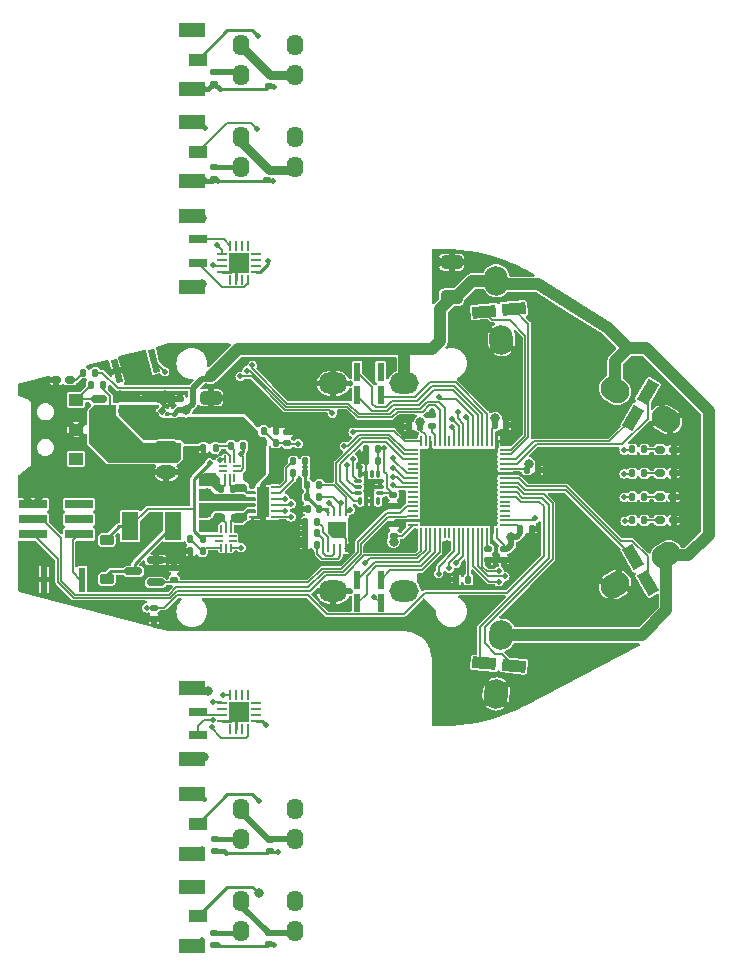
<source format=gbr>
%TF.GenerationSoftware,KiCad,Pcbnew,8.0.3*%
%TF.CreationDate,2024-06-14T00:30:10+09:00*%
%TF.ProjectId,makyi_mouse,6d616b79-695f-46d6-9f75-73652e6b6963,rev?*%
%TF.SameCoordinates,Original*%
%TF.FileFunction,Copper,L1,Top*%
%TF.FilePolarity,Positive*%
%FSLAX46Y46*%
G04 Gerber Fmt 4.6, Leading zero omitted, Abs format (unit mm)*
G04 Created by KiCad (PCBNEW 8.0.3) date 2024-06-14 00:30:10*
%MOMM*%
%LPD*%
G01*
G04 APERTURE LIST*
G04 Aperture macros list*
%AMRoundRect*
0 Rectangle with rounded corners*
0 $1 Rounding radius*
0 $2 $3 $4 $5 $6 $7 $8 $9 X,Y pos of 4 corners*
0 Add a 4 corners polygon primitive as box body*
4,1,4,$2,$3,$4,$5,$6,$7,$8,$9,$2,$3,0*
0 Add four circle primitives for the rounded corners*
1,1,$1+$1,$2,$3*
1,1,$1+$1,$4,$5*
1,1,$1+$1,$6,$7*
1,1,$1+$1,$8,$9*
0 Add four rect primitives between the rounded corners*
20,1,$1+$1,$2,$3,$4,$5,0*
20,1,$1+$1,$4,$5,$6,$7,0*
20,1,$1+$1,$6,$7,$8,$9,0*
20,1,$1+$1,$8,$9,$2,$3,0*%
%AMHorizOval*
0 Thick line with rounded ends*
0 $1 width*
0 $2 $3 position (X,Y) of the first rounded end (center of the circle)*
0 $4 $5 position (X,Y) of the second rounded end (center of the circle)*
0 Add line between two ends*
20,1,$1,$2,$3,$4,$5,0*
0 Add two circle primitives to create the rounded ends*
1,1,$1,$2,$3*
1,1,$1,$4,$5*%
%AMRotRect*
0 Rectangle, with rotation*
0 The origin of the aperture is its center*
0 $1 length*
0 $2 width*
0 $3 Rotation angle, in degrees counterclockwise*
0 Add horizontal line*
21,1,$1,$2,0,0,$3*%
%AMOutline5P*
0 Free polygon, 5 corners , with rotation*
0 The origin of the aperture is its center*
0 number of corners: always 5*
0 $1 to $10 corner X, Y*
0 $11 Rotation angle, in degrees counterclockwise*
0 create outline with 5 corners*
4,1,5,$1,$2,$3,$4,$5,$6,$7,$8,$9,$10,$1,$2,$11*%
%AMOutline6P*
0 Free polygon, 6 corners , with rotation*
0 The origin of the aperture is its center*
0 number of corners: always 6*
0 $1 to $12 corner X, Y*
0 $13 Rotation angle, in degrees counterclockwise*
0 create outline with 6 corners*
4,1,6,$1,$2,$3,$4,$5,$6,$7,$8,$9,$10,$11,$12,$1,$2,$13*%
%AMOutline7P*
0 Free polygon, 7 corners , with rotation*
0 The origin of the aperture is its center*
0 number of corners: always 7*
0 $1 to $14 corner X, Y*
0 $15 Rotation angle, in degrees counterclockwise*
0 create outline with 7 corners*
4,1,7,$1,$2,$3,$4,$5,$6,$7,$8,$9,$10,$11,$12,$13,$14,$1,$2,$15*%
%AMOutline8P*
0 Free polygon, 8 corners , with rotation*
0 The origin of the aperture is its center*
0 number of corners: always 8*
0 $1 to $16 corner X, Y*
0 $17 Rotation angle, in degrees counterclockwise*
0 create outline with 8 corners*
4,1,8,$1,$2,$3,$4,$5,$6,$7,$8,$9,$10,$11,$12,$13,$14,$15,$16,$1,$2,$17*%
G04 Aperture macros list end*
%TA.AperFunction,SMDPad,CuDef*%
%ADD10RoundRect,0.135000X0.135000X0.185000X-0.135000X0.185000X-0.135000X-0.185000X0.135000X-0.185000X0*%
%TD*%
%TA.AperFunction,SMDPad,CuDef*%
%ADD11RoundRect,0.140000X0.140000X0.170000X-0.140000X0.170000X-0.140000X-0.170000X0.140000X-0.170000X0*%
%TD*%
%TA.AperFunction,SMDPad,CuDef*%
%ADD12RoundRect,0.135000X-0.135000X-0.185000X0.135000X-0.185000X0.135000X0.185000X-0.135000X0.185000X0*%
%TD*%
%TA.AperFunction,SMDPad,CuDef*%
%ADD13RoundRect,0.135000X-0.185000X0.135000X-0.185000X-0.135000X0.185000X-0.135000X0.185000X0.135000X0*%
%TD*%
%TA.AperFunction,SMDPad,CuDef*%
%ADD14RoundRect,0.140000X-0.170000X0.140000X-0.170000X-0.140000X0.170000X-0.140000X0.170000X0.140000X0*%
%TD*%
%TA.AperFunction,SMDPad,CuDef*%
%ADD15R,1.500000X1.000000*%
%TD*%
%TA.AperFunction,SMDPad,CuDef*%
%ADD16R,2.200000X1.200000*%
%TD*%
%TA.AperFunction,SMDPad,CuDef*%
%ADD17RoundRect,0.140000X-0.140000X-0.170000X0.140000X-0.170000X0.140000X0.170000X-0.140000X0.170000X0*%
%TD*%
%TA.AperFunction,ComponentPad*%
%ADD18O,1.400000X1.800000*%
%TD*%
%TA.AperFunction,SMDPad,CuDef*%
%ADD19RoundRect,0.160000X0.222500X0.160000X-0.222500X0.160000X-0.222500X-0.160000X0.222500X-0.160000X0*%
%TD*%
%TA.AperFunction,SMDPad,CuDef*%
%ADD20RoundRect,0.150000X0.587500X0.150000X-0.587500X0.150000X-0.587500X-0.150000X0.587500X-0.150000X0*%
%TD*%
%TA.AperFunction,SMDPad,CuDef*%
%ADD21RoundRect,0.225000X-0.375000X0.225000X-0.375000X-0.225000X0.375000X-0.225000X0.375000X0.225000X0*%
%TD*%
%TA.AperFunction,SMDPad,CuDef*%
%ADD22RotRect,2.000000X1.000000X175.000000*%
%TD*%
%TA.AperFunction,ComponentPad*%
%ADD23HorizOval,2.000000X-0.021789X-0.249049X0.021789X0.249049X0*%
%TD*%
%TA.AperFunction,SMDPad,CuDef*%
%ADD24R,0.500000X0.250000*%
%TD*%
%TA.AperFunction,SMDPad,CuDef*%
%ADD25R,1.000000X2.650000*%
%TD*%
%TA.AperFunction,SMDPad,CuDef*%
%ADD26RotRect,2.000000X1.000000X120.000000*%
%TD*%
%TA.AperFunction,ComponentPad*%
%ADD27HorizOval,2.000000X-0.216506X-0.125000X0.216506X0.125000X0*%
%TD*%
%TA.AperFunction,SMDPad,CuDef*%
%ADD28RotRect,2.000000X1.000000X240.000000*%
%TD*%
%TA.AperFunction,ComponentPad*%
%ADD29HorizOval,2.000000X0.216506X-0.125000X-0.216506X0.125000X0*%
%TD*%
%TA.AperFunction,SMDPad,CuDef*%
%ADD30RoundRect,0.050000X-0.300000X-0.050000X0.300000X-0.050000X0.300000X0.050000X-0.300000X0.050000X0*%
%TD*%
%TA.AperFunction,SMDPad,CuDef*%
%ADD31RoundRect,0.050000X-0.250000X-0.050000X0.250000X-0.050000X0.250000X0.050000X-0.250000X0.050000X0*%
%TD*%
%TA.AperFunction,SMDPad,CuDef*%
%ADD32RoundRect,0.050000X0.050000X-0.250000X0.050000X0.250000X-0.050000X0.250000X-0.050000X-0.250000X0*%
%TD*%
%TA.AperFunction,SMDPad,CuDef*%
%ADD33RoundRect,0.050000X0.250000X0.050000X-0.250000X0.050000X-0.250000X-0.050000X0.250000X-0.050000X0*%
%TD*%
%TA.AperFunction,SMDPad,CuDef*%
%ADD34RoundRect,0.050000X-0.050000X0.250000X-0.050000X-0.250000X0.050000X-0.250000X0.050000X0.250000X0*%
%TD*%
%TA.AperFunction,SMDPad,CuDef*%
%ADD35RoundRect,0.062500X-0.062500X0.325000X-0.062500X-0.325000X0.062500X-0.325000X0.062500X0.325000X0*%
%TD*%
%TA.AperFunction,SMDPad,CuDef*%
%ADD36RoundRect,0.062500X-0.325000X0.062500X-0.325000X-0.062500X0.325000X-0.062500X0.325000X0.062500X0*%
%TD*%
%TA.AperFunction,SMDPad,CuDef*%
%ADD37R,1.750000X1.750000*%
%TD*%
%TA.AperFunction,SMDPad,CuDef*%
%ADD38RoundRect,0.250000X0.650000X-0.325000X0.650000X0.325000X-0.650000X0.325000X-0.650000X-0.325000X0*%
%TD*%
%TA.AperFunction,SMDPad,CuDef*%
%ADD39RoundRect,0.062500X0.400000X0.062500X-0.400000X0.062500X-0.400000X-0.062500X0.400000X-0.062500X0*%
%TD*%
%TA.AperFunction,SMDPad,CuDef*%
%ADD40RoundRect,0.062500X0.062500X0.400000X-0.062500X0.400000X-0.062500X-0.400000X0.062500X-0.400000X0*%
%TD*%
%TA.AperFunction,HeatsinkPad*%
%ADD41R,6.400000X6.400000*%
%TD*%
%TA.AperFunction,SMDPad,CuDef*%
%ADD42RoundRect,0.140000X0.170000X-0.140000X0.170000X0.140000X-0.170000X0.140000X-0.170000X-0.140000X0*%
%TD*%
%TA.AperFunction,SMDPad,CuDef*%
%ADD43R,0.550000X2.000000*%
%TD*%
%TA.AperFunction,SMDPad,CuDef*%
%ADD44R,0.250000X0.800000*%
%TD*%
%TA.AperFunction,SMDPad,CuDef*%
%ADD45R,0.250000X0.680000*%
%TD*%
%TA.AperFunction,SMDPad,CuDef*%
%ADD46Outline5P,-0.700000X0.380000X-0.280000X0.800000X0.700000X0.800000X0.700000X-0.800000X-0.700000X-0.800000X90.000000*%
%TD*%
%TA.AperFunction,SMDPad,CuDef*%
%ADD47RoundRect,0.087500X0.087500X-0.225000X0.087500X0.225000X-0.087500X0.225000X-0.087500X-0.225000X0*%
%TD*%
%TA.AperFunction,SMDPad,CuDef*%
%ADD48RoundRect,0.087500X0.225000X-0.087500X0.225000X0.087500X-0.225000X0.087500X-0.225000X-0.087500X0*%
%TD*%
%TA.AperFunction,SMDPad,CuDef*%
%ADD49RoundRect,0.050000X0.300000X0.050000X-0.300000X0.050000X-0.300000X-0.050000X0.300000X-0.050000X0*%
%TD*%
%TA.AperFunction,SMDPad,CuDef*%
%ADD50R,1.500000X0.700000*%
%TD*%
%TA.AperFunction,SMDPad,CuDef*%
%ADD51RoundRect,0.150000X-0.512500X-0.150000X0.512500X-0.150000X0.512500X0.150000X-0.512500X0.150000X0*%
%TD*%
%TA.AperFunction,SMDPad,CuDef*%
%ADD52RotRect,2.000000X1.000000X185.000000*%
%TD*%
%TA.AperFunction,ComponentPad*%
%ADD53HorizOval,2.000000X0.021789X-0.249049X-0.021789X0.249049X0*%
%TD*%
%TA.AperFunction,ComponentPad*%
%ADD54O,2.500000X1.800000*%
%TD*%
%TA.AperFunction,SMDPad,CuDef*%
%ADD55R,0.600000X1.500000*%
%TD*%
%TA.AperFunction,SMDPad,CuDef*%
%ADD56RoundRect,0.160000X-0.222500X-0.160000X0.222500X-0.160000X0.222500X0.160000X-0.222500X0.160000X0*%
%TD*%
%TA.AperFunction,SMDPad,CuDef*%
%ADD57R,2.400000X0.760000*%
%TD*%
%TA.AperFunction,SMDPad,CuDef*%
%ADD58Outline5P,-0.130000X0.195000X0.000000X0.195000X0.130000X0.065000X0.130000X-0.195000X-0.130000X-0.195000X90.000000*%
%TD*%
%TA.AperFunction,SMDPad,CuDef*%
%ADD59RotRect,0.500000X0.500000X135.000000*%
%TD*%
%TA.AperFunction,SMDPad,CuDef*%
%ADD60Outline5P,-0.130000X0.065000X0.000000X0.195000X0.130000X0.195000X0.130000X-0.195000X-0.130000X-0.195000X90.000000*%
%TD*%
%TA.AperFunction,SMDPad,CuDef*%
%ADD61Outline5P,-0.130000X0.195000X0.130000X0.195000X0.130000X-0.195000X0.000000X-0.195000X-0.130000X-0.065000X90.000000*%
%TD*%
%TA.AperFunction,SMDPad,CuDef*%
%ADD62Outline5P,-0.130000X0.195000X0.130000X0.195000X0.130000X-0.065000X0.000000X-0.195000X-0.130000X-0.195000X90.000000*%
%TD*%
%TA.AperFunction,ComponentPad*%
%ADD63R,0.850000X0.850000*%
%TD*%
%TA.AperFunction,ComponentPad*%
%ADD64O,0.850000X0.850000*%
%TD*%
%TA.AperFunction,SMDPad,CuDef*%
%ADD65RotRect,0.550000X2.000000X15.000000*%
%TD*%
%TA.AperFunction,ComponentPad*%
%ADD66RoundRect,0.250000X-0.625000X0.350000X-0.625000X-0.350000X0.625000X-0.350000X0.625000X0.350000X0*%
%TD*%
%TA.AperFunction,ComponentPad*%
%ADD67O,1.750000X1.200000*%
%TD*%
%TA.AperFunction,ComponentPad*%
%ADD68C,0.850000*%
%TD*%
%TA.AperFunction,SMDPad,CuDef*%
%ADD69R,1.450000X2.400000*%
%TD*%
%TA.AperFunction,SMDPad,CuDef*%
%ADD70R,1.200000X1.000000*%
%TD*%
%TA.AperFunction,ViaPad*%
%ADD71C,0.800000*%
%TD*%
%TA.AperFunction,ViaPad*%
%ADD72C,0.500000*%
%TD*%
%TA.AperFunction,Conductor*%
%ADD73C,0.400000*%
%TD*%
%TA.AperFunction,Conductor*%
%ADD74C,0.200000*%
%TD*%
%TA.AperFunction,Conductor*%
%ADD75C,0.250000*%
%TD*%
%TA.AperFunction,Conductor*%
%ADD76C,0.127000*%
%TD*%
%TA.AperFunction,Conductor*%
%ADD77C,0.500000*%
%TD*%
%TA.AperFunction,Conductor*%
%ADD78C,1.000000*%
%TD*%
%TA.AperFunction,Conductor*%
%ADD79C,0.800000*%
%TD*%
G04 APERTURE END LIST*
D10*
%TO.P,R33,1*%
%TO.N,Net-(U12-+)*%
X138610000Y-82600000D03*
%TO.P,R33,2*%
%TO.N,Net-(M2--)*%
X137590000Y-82600000D03*
%TD*%
D11*
%TO.P,C18,1*%
%TO.N,+3.3V*%
X145780000Y-81800000D03*
%TO.P,C18,2*%
%TO.N,GND*%
X144820000Y-81800000D03*
%TD*%
D12*
%TO.P,R3,1*%
%TO.N,VCC*%
X141090000Y-76200000D03*
%TO.P,R3,2*%
%TO.N,/BATT_ADC*%
X142110000Y-76200000D03*
%TD*%
D13*
%TO.P,R14,1*%
%TO.N,Net-(Q5-E)*%
X136900000Y-117690000D03*
%TO.P,R14,2*%
%TO.N,Net-(J7-Pin_3)*%
X136900000Y-118710000D03*
%TD*%
D14*
%TO.P,C27,1*%
%TO.N,/NRST*%
X131800000Y-90200000D03*
%TO.P,C27,2*%
%TO.N,GND*%
X131800000Y-91160000D03*
%TD*%
D15*
%TO.P,J9,1,Pin_1*%
%TO.N,Net-(J9-Pin_1)*%
X135500000Y-51600000D03*
D16*
%TO.P,J9,3,Pin_3*%
%TO.N,Net-(J9-Pin_3)*%
X135000000Y-54100000D03*
%TO.P,J9,4,Pin_4*%
%TO.N,Net-(D6-A)*%
X135000000Y-49100000D03*
%TD*%
D17*
%TO.P,C25,1*%
%TO.N,+3.3V*%
X163370000Y-78500000D03*
%TO.P,C25,2*%
%TO.N,GND*%
X164330000Y-78500000D03*
%TD*%
D18*
%TO.P,Q5,1,C*%
%TO.N,Net-(D5-A)*%
X139200000Y-115030000D03*
%TO.P,Q5,2,E*%
%TO.N,Net-(Q5-E)*%
X139200000Y-117570000D03*
%TD*%
D19*
%TO.P,D8,1,K*%
%TO.N,GND*%
X175772500Y-80800000D03*
%TO.P,D8,2,A*%
%TO.N,Net-(D8-A)*%
X174627500Y-80800000D03*
%TD*%
D10*
%TO.P,R22,1*%
%TO.N,Net-(U10-A0)*%
X145610000Y-82900000D03*
%TO.P,R22,2*%
%TO.N,GND*%
X144590000Y-82900000D03*
%TD*%
D20*
%TO.P,Q1,1,G*%
%TO.N,/BUZZER*%
X131937500Y-88050000D03*
%TO.P,Q1,2,S*%
%TO.N,GND*%
X131937500Y-86150000D03*
%TO.P,Q1,3,D*%
%TO.N,Net-(BZ1-+)*%
X130062500Y-87100000D03*
%TD*%
D21*
%TO.P,D2,1,K*%
%TO.N,+3.3V*%
X127800000Y-84450000D03*
%TO.P,D2,2,A*%
%TO.N,Net-(BZ1-+)*%
X127800000Y-87750000D03*
%TD*%
D13*
%TO.P,R11,1*%
%TO.N,Net-(Q4-E)*%
X137000000Y-109790000D03*
%TO.P,R11,2*%
%TO.N,Net-(J4-Pin_3)*%
X137000000Y-110810000D03*
%TD*%
D18*
%TO.P,D4,1,K*%
%TO.N,Net-(D4-K)*%
X143700000Y-107230000D03*
%TO.P,D4,2,A*%
%TO.N,Net-(D4-A)*%
X143700000Y-109770000D03*
%TD*%
D13*
%TO.P,R5,1*%
%TO.N,GND*%
X133500000Y-86790000D03*
%TO.P,R5,2*%
%TO.N,/BUZZER*%
X133500000Y-87810000D03*
%TD*%
D22*
%TO.P,J6,1,Pin_1*%
%TO.N,/LED_FR*%
X159754757Y-94891055D03*
%TO.P,J6,2,Pin_2*%
%TO.N,/SENSOR_FR*%
X162245243Y-95108945D03*
D23*
%TO.P,J6,3,Pin_3*%
%TO.N,GND*%
X160782111Y-97490487D03*
%TO.P,J6,4,Pin_4*%
%TO.N,+3.3V*%
X161217889Y-92509513D03*
%TD*%
D11*
%TO.P,C4,1*%
%TO.N,+3.3V*%
X150730000Y-76750000D03*
%TO.P,C4,2*%
%TO.N,GND*%
X149770000Y-76750000D03*
%TD*%
D12*
%TO.P,R35,1*%
%TO.N,GND*%
X134890000Y-85400000D03*
%TO.P,R35,2*%
%TO.N,Net-(U12-REF)*%
X135910000Y-85400000D03*
%TD*%
%TO.P,R25,1*%
%TO.N,/LED1*%
X172290000Y-82800000D03*
%TO.P,R25,2*%
%TO.N,Net-(D7-A)*%
X173310000Y-82800000D03*
%TD*%
%TO.P,R26,1*%
%TO.N,/LED2*%
X172290000Y-80800000D03*
%TO.P,R26,2*%
%TO.N,Net-(D8-A)*%
X173310000Y-80800000D03*
%TD*%
D24*
%TO.P,U3,1,VCC*%
%TO.N,VCC*%
X140100000Y-80000000D03*
%TO.P,U3,2,AOUT1*%
%TO.N,Net-(U14--)*%
X140100000Y-80500000D03*
%TO.P,U3,3,AOUT2*%
%TO.N,Net-(M1--)*%
X140100000Y-81000000D03*
%TO.P,U3,4,BOUT1*%
%TO.N,Net-(M2-+)*%
X140100000Y-81500000D03*
%TO.P,U3,5,BOUT2*%
%TO.N,Net-(U12-+)*%
X140100000Y-82000000D03*
%TO.P,U3,6,GND*%
%TO.N,GND*%
X140100000Y-82500000D03*
%TO.P,U3,7,BIN2/BENBL*%
%TO.N,/BIN2*%
X142000000Y-82500000D03*
%TO.P,U3,8,BIN1/BPHASE*%
%TO.N,/BIN1*%
X142000000Y-82000000D03*
%TO.P,U3,9,AIN2/AENBL*%
%TO.N,/AIN2*%
X142000000Y-81500000D03*
%TO.P,U3,10,AIN1/APHASE*%
%TO.N,/AIN1*%
X142000000Y-81000000D03*
%TO.P,U3,11,MODE*%
%TO.N,Net-(U3-MODE)*%
X142000000Y-80500000D03*
%TO.P,U3,12,nSLEEP*%
%TO.N,Net-(U3-nSLEEP)*%
X142000000Y-80000000D03*
D25*
%TO.P,U3,13,EPAD*%
%TO.N,GND*%
X141050000Y-81250000D03*
%TD*%
D13*
%TO.P,R17,1*%
%TO.N,Net-(Q6-E)*%
X136900000Y-52890000D03*
%TO.P,R17,2*%
%TO.N,Net-(J9-Pin_3)*%
X136900000Y-53910000D03*
%TD*%
D26*
%TO.P,J3,1,Pin_1*%
%TO.N,/LED_R*%
X172375000Y-85917468D03*
%TO.P,J3,2,Pin_2*%
%TO.N,/SENSOR_R*%
X173625000Y-88082532D03*
D27*
%TO.P,J3,3,Pin_3*%
%TO.N,GND*%
X170834936Y-88250000D03*
%TO.P,J3,4,Pin_4*%
%TO.N,+3.3V*%
X175165064Y-85750000D03*
%TD*%
D28*
%TO.P,J5,1,Pin_1*%
%TO.N,/LED_L*%
X172375000Y-74082532D03*
%TO.P,J5,2,Pin_2*%
%TO.N,/SENSOR_L*%
X173625000Y-71917468D03*
D29*
%TO.P,J5,3,Pin_3*%
%TO.N,GND*%
X175165064Y-74250000D03*
%TO.P,J5,4,Pin_4*%
%TO.N,+3.3V*%
X170834936Y-71750000D03*
%TD*%
D30*
%TO.P,U14,1*%
%TO.N,N/C*%
X137650000Y-78200000D03*
D31*
%TO.P,U14,2*%
X137600000Y-78600000D03*
D32*
%TO.P,U14,3,+*%
%TO.N,Net-(M1-+)*%
X137800000Y-79200000D03*
%TO.P,U14,4,-*%
%TO.N,Net-(U14--)*%
X138200000Y-79200000D03*
%TO.P,U14,5*%
%TO.N,N/C*%
X138600000Y-79200000D03*
D33*
%TO.P,U14,6,V+*%
%TO.N,+3.3V*%
X138800000Y-78600000D03*
%TO.P,U14,7*%
%TO.N,N/C*%
X138800000Y-78200000D03*
D34*
%TO.P,U14,8,REF*%
%TO.N,Net-(U14-REF)*%
X138600000Y-77600000D03*
%TO.P,U14,9,GND*%
%TO.N,GND*%
X138200000Y-77600000D03*
%TO.P,U14,10*%
%TO.N,/I_left*%
X137800000Y-77600000D03*
%TD*%
D12*
%TO.P,R4,1*%
%TO.N,/BATT_ADC*%
X141090000Y-75200000D03*
%TO.P,R4,2*%
%TO.N,GND*%
X142110000Y-75200000D03*
%TD*%
D35*
%TO.P,U9,1,SSD*%
%TO.N,unconnected-(U9-SSD-Pad1)*%
X139750000Y-59537500D03*
%TO.P,U9,2,A*%
%TO.N,unconnected-(U9-A-Pad2)*%
X139250000Y-59537500D03*
%TO.P,U9,3,Z*%
%TO.N,unconnected-(U9-Z-Pad3)*%
X138750000Y-59537500D03*
%TO.P,U9,4,MOSI*%
%TO.N,/encorder1/MOSI*%
X138250000Y-59537500D03*
D36*
%TO.P,U9,5,~{CS}*%
%TO.N,/encorder1/CS*%
X137537500Y-60250000D03*
%TO.P,U9,6,B*%
%TO.N,unconnected-(U9-B-Pad6)*%
X137537500Y-60750000D03*
%TO.P,U9,7,MISO*%
%TO.N,/encorder1/MISO*%
X137537500Y-61250000D03*
%TO.P,U9,8,GND*%
%TO.N,Net-(J13-Pin_6)*%
X137537500Y-61750000D03*
D35*
%TO.P,U9,9,PWM*%
%TO.N,unconnected-(U9-PWM-Pad9)*%
X138250000Y-62462500D03*
%TO.P,U9,10,TEST*%
%TO.N,Net-(J13-Pin_6)*%
X138750000Y-62462500D03*
%TO.P,U9,11,MGL*%
%TO.N,unconnected-(U9-MGL-Pad11)*%
X139250000Y-62462500D03*
%TO.P,U9,12,SCLK*%
%TO.N,/encorder1/SCLK*%
X139750000Y-62462500D03*
D36*
%TO.P,U9,13,VDD*%
%TO.N,Net-(J13-Pin_1)*%
X140462500Y-61750000D03*
%TO.P,U9,14,NC*%
%TO.N,unconnected-(U9-NC-Pad14)*%
X140462500Y-61250000D03*
%TO.P,U9,15,SSCK*%
%TO.N,unconnected-(U9-SSCK-Pad15)*%
X140462500Y-60750000D03*
%TO.P,U9,16,MGH*%
%TO.N,unconnected-(U9-MGH-Pad16)*%
X140462500Y-60250000D03*
D37*
%TO.P,U9,17,PAD*%
%TO.N,Net-(J13-Pin_6)*%
X139000000Y-61000000D03*
%TD*%
D12*
%TO.P,R30,1*%
%TO.N,Net-(M1-+)*%
X137490000Y-80100000D03*
%TO.P,R30,2*%
%TO.N,Net-(U14--)*%
X138510000Y-80100000D03*
%TD*%
D38*
%TO.P,C7,1*%
%TO.N,VCC*%
X136600000Y-75375000D03*
%TO.P,C7,2*%
%TO.N,GND*%
X136600000Y-72425000D03*
%TD*%
D14*
%TO.P,C8,1*%
%TO.N,Net-(D3-A)*%
X141550000Y-45020000D03*
%TO.P,C8,2*%
%TO.N,Net-(J2-Pin_3)*%
X141550000Y-45980000D03*
%TD*%
D12*
%TO.P,R7,1*%
%TO.N,Net-(U3-MODE)*%
X143590000Y-78800000D03*
%TO.P,R7,2*%
%TO.N,+3.3V*%
X144610000Y-78800000D03*
%TD*%
D39*
%TO.P,U11,1,VBAT*%
%TO.N,+3.3V*%
X161487500Y-83200000D03*
%TO.P,U11,2,PC13*%
%TO.N,/LED4*%
X161487500Y-82800000D03*
%TO.P,U11,3,PC14*%
%TO.N,unconnected-(U11-PC14-Pad3)*%
X161487500Y-82400000D03*
%TO.P,U11,4,PC15*%
%TO.N,unconnected-(U11-PC15-Pad4)*%
X161487500Y-82000000D03*
%TO.P,U11,5,PH0*%
%TO.N,unconnected-(U11-PH0-Pad5)*%
X161487500Y-81600000D03*
%TO.P,U11,6,PH1*%
%TO.N,unconnected-(U11-PH1-Pad6)*%
X161487500Y-81200000D03*
%TO.P,U11,7,NRST*%
%TO.N,/NRST*%
X161487500Y-80800000D03*
%TO.P,U11,8,PC0*%
%TO.N,/LED_FR*%
X161487500Y-80400000D03*
%TO.P,U11,9,PC1*%
%TO.N,/SENSOR_FR*%
X161487500Y-80000000D03*
%TO.P,U11,10,PC2*%
%TO.N,/LED_R*%
X161487500Y-79600000D03*
%TO.P,U11,11,PC3*%
%TO.N,/SENSOR_R*%
X161487500Y-79200000D03*
%TO.P,U11,12,VSSA*%
%TO.N,GND*%
X161487500Y-78800000D03*
%TO.P,U11,13,VDDA*%
%TO.N,+3.3V*%
X161487500Y-78400000D03*
%TO.P,U11,14,PA0*%
%TO.N,/SENSOR_L*%
X161487500Y-78000000D03*
%TO.P,U11,15,PA1*%
%TO.N,/LED_L*%
X161487500Y-77600000D03*
%TO.P,U11,16,PA2*%
%TO.N,/SENSOR_FL*%
X161487500Y-77200000D03*
%TO.P,U11,17,PA3*%
%TO.N,/LED_FL*%
X161487500Y-76800000D03*
D40*
%TO.P,U11,18,VSS*%
%TO.N,GND*%
X160800000Y-76112500D03*
%TO.P,U11,19,VDD*%
%TO.N,+3.3V*%
X160400000Y-76112500D03*
%TO.P,U11,20,PA4*%
%TO.N,/ENC_L_CS*%
X160000000Y-76112500D03*
%TO.P,U11,21,PA5*%
%TO.N,/ENC_L_SCLK*%
X159600000Y-76112500D03*
%TO.P,U11,22,PA6*%
%TO.N,/ENC_L_MISO*%
X159200000Y-76112500D03*
%TO.P,U11,23,PA7*%
%TO.N,/ENC_L_MOSI*%
X158800000Y-76112500D03*
%TO.P,U11,24,PC4*%
%TO.N,/USER_SW*%
X158400000Y-76112500D03*
%TO.P,U11,25,PC5*%
%TO.N,/BATT_ADC*%
X158000000Y-76112500D03*
%TO.P,U11,26,PB0*%
%TO.N,/I_left*%
X157600000Y-76112500D03*
%TO.P,U11,27,PB1*%
%TO.N,/I_right*%
X157200000Y-76112500D03*
%TO.P,U11,28,PB2*%
%TO.N,unconnected-(U11-PB2-Pad28)*%
X156800000Y-76112500D03*
%TO.P,U11,29,PB10*%
%TO.N,/DEBUG_TX*%
X156400000Y-76112500D03*
%TO.P,U11,30,PB11*%
%TO.N,/DEBUG_RX*%
X156000000Y-76112500D03*
%TO.P,U11,31,VCAP*%
%TO.N,Net-(C20-Pad1)*%
X155600000Y-76112500D03*
%TO.P,U11,32,VSS*%
%TO.N,GND*%
X155200000Y-76112500D03*
%TO.P,U11,33,VDD*%
%TO.N,+3.3V*%
X154800000Y-76112500D03*
%TO.P,U11,34,PB12*%
%TO.N,/IMU_CS*%
X154400000Y-76112500D03*
D39*
%TO.P,U11,35,PB13*%
%TO.N,/IMU_SCLK*%
X153712500Y-76800000D03*
%TO.P,U11,36,PB14*%
%TO.N,/IMU_MISO*%
X153712500Y-77200000D03*
%TO.P,U11,37,PB15*%
%TO.N,/IMU_MOSI*%
X153712500Y-77600000D03*
%TO.P,U11,38,PD11*%
%TO.N,unconnected-(U11-PD11-Pad38)*%
X153712500Y-78000000D03*
%TO.P,U11,39,PD12*%
%TO.N,unconnected-(U11-PD12-Pad39)*%
X153712500Y-78400000D03*
%TO.P,U11,40,PC6*%
%TO.N,/AIN1*%
X153712500Y-78800000D03*
%TO.P,U11,41,PC7*%
%TO.N,/AIN2*%
X153712500Y-79200000D03*
%TO.P,U11,42,PC8*%
%TO.N,/BIN1*%
X153712500Y-79600000D03*
%TO.P,U11,43,PC9*%
%TO.N,/BIN2*%
X153712500Y-80000000D03*
%TO.P,U11,44,PA8*%
%TO.N,unconnected-(U11-PA8-Pad44)*%
X153712500Y-80400000D03*
%TO.P,U11,45,PA9*%
%TO.N,unconnected-(U11-PA9-Pad45)*%
X153712500Y-80800000D03*
%TO.P,U11,46,PA10*%
%TO.N,unconnected-(U11-PA10-Pad46)*%
X153712500Y-81200000D03*
%TO.P,U11,47,PA11*%
%TO.N,/BUZZER*%
X153712500Y-81600000D03*
%TO.P,U11,48,PA12*%
%TO.N,unconnected-(U11-PA12-Pad48)*%
X153712500Y-82000000D03*
%TO.P,U11,49,PA13(JTMS*%
%TO.N,/SWDIO*%
X153712500Y-82400000D03*
%TO.P,U11,50,VSS*%
%TO.N,GND*%
X153712500Y-82800000D03*
%TO.P,U11,51,VDD*%
%TO.N,+3.3V*%
X153712500Y-83200000D03*
D40*
%TO.P,U11,52,PA14(JTCK*%
%TO.N,/SWCLK*%
X154400000Y-83887500D03*
%TO.P,U11,53,PA15(JTDI)*%
%TO.N,/ENC_R_CS*%
X154800000Y-83887500D03*
%TO.P,U11,54,PC10*%
%TO.N,/ENC_R_SCLK*%
X155200000Y-83887500D03*
%TO.P,U11,55,PC11*%
%TO.N,/ENC_R_MISO*%
X155600000Y-83887500D03*
%TO.P,U11,56,PC12*%
%TO.N,/ENC_R_MOSI*%
X156000000Y-83887500D03*
%TO.P,U11,57,PB3(JTDO*%
%TO.N,unconnected-(U11-PB3(JTDO-Pad57)*%
X156400000Y-83887500D03*
%TO.P,U11,58,PB4(NJTRST)*%
%TO.N,unconnected-(U11-PB4(NJTRST)-Pad58)*%
X156800000Y-83887500D03*
%TO.P,U11,59,PB5*%
%TO.N,/Flash_WP*%
X157200000Y-83887500D03*
%TO.P,U11,60,PB6*%
%TO.N,/Flash_SCL*%
X157600000Y-83887500D03*
%TO.P,U11,61,PB7*%
%TO.N,/Flash_SDA*%
X158000000Y-83887500D03*
%TO.P,U11,62,BOOT0*%
%TO.N,Net-(U11-BOOT0)*%
X158400000Y-83887500D03*
%TO.P,U11,63,PB8*%
%TO.N,/LED1*%
X158800000Y-83887500D03*
%TO.P,U11,64,PB9*%
%TO.N,/LED2*%
X159200000Y-83887500D03*
%TO.P,U11,65,PE0*%
%TO.N,/LED3*%
X159600000Y-83887500D03*
%TO.P,U11,66,VCAP*%
%TO.N,Net-(C19-Pad1)*%
X160000000Y-83887500D03*
%TO.P,U11,67,VSS*%
%TO.N,GND*%
X160400000Y-83887500D03*
%TO.P,U11,68,VDD*%
%TO.N,+3.3V*%
X160800000Y-83887500D03*
D41*
%TO.P,U11,69,VSS*%
%TO.N,GND*%
X157600000Y-80000000D03*
%TD*%
D10*
%TO.P,R23,1*%
%TO.N,Net-(U10-A1)*%
X145610000Y-83900000D03*
%TO.P,R23,2*%
%TO.N,GND*%
X144590000Y-83900000D03*
%TD*%
D14*
%TO.P,C14,1*%
%TO.N,Net-(D6-A)*%
X141400000Y-53020000D03*
%TO.P,C14,2*%
%TO.N,Net-(J9-Pin_3)*%
X141400000Y-53980000D03*
%TD*%
D17*
%TO.P,C22,1*%
%TO.N,+3.3V*%
X160670000Y-74750000D03*
%TO.P,C22,2*%
%TO.N,GND*%
X161630000Y-74750000D03*
%TD*%
D15*
%TO.P,J7,1,Pin_1*%
%TO.N,Net-(J7-Pin_1)*%
X135500000Y-116300000D03*
D16*
%TO.P,J7,3,Pin_3*%
%TO.N,Net-(J7-Pin_3)*%
X135000000Y-118800000D03*
%TO.P,J7,4,Pin_4*%
%TO.N,Net-(D5-A)*%
X135000000Y-113800000D03*
%TD*%
D12*
%TO.P,R20,1*%
%TO.N,+3.3V*%
X144790000Y-79800000D03*
%TO.P,R20,2*%
%TO.N,/Flash_SDA*%
X145810000Y-79800000D03*
%TD*%
D42*
%TO.P,C24,1*%
%TO.N,+3.3V*%
X152100000Y-84080000D03*
%TO.P,C24,2*%
%TO.N,GND*%
X152100000Y-83120000D03*
%TD*%
D12*
%TO.P,R28,1*%
%TO.N,/LED4*%
X172290000Y-76790000D03*
%TO.P,R28,2*%
%TO.N,Net-(D10-A)*%
X173310000Y-76790000D03*
%TD*%
D43*
%TO.P,SW2,1,1*%
%TO.N,GND*%
X122475000Y-87800000D03*
%TO.P,SW2,2,2*%
%TO.N,/NRST*%
X125725000Y-87800000D03*
%TD*%
D44*
%TO.P,U10,1,A0*%
%TO.N,Net-(U10-A0)*%
X146550000Y-85100000D03*
%TO.P,U10,2,A1*%
%TO.N,Net-(U10-A1)*%
X147050000Y-85100000D03*
%TO.P,U10,3,A2*%
%TO.N,Net-(U10-A2)*%
X147550000Y-85100000D03*
%TO.P,U10,4,VSS*%
%TO.N,GND*%
X148050000Y-85100000D03*
%TO.P,U10,5,SDA*%
%TO.N,/Flash_SDA*%
X148050000Y-82100000D03*
%TO.P,U10,6,SCL*%
%TO.N,/Flash_SCL*%
X147550000Y-82100000D03*
%TO.P,U10,7,WP*%
%TO.N,/Flash_WP*%
X147050000Y-82100000D03*
D45*
%TO.P,U10,8,VDD*%
%TO.N,+3.3V*%
X146550000Y-82100000D03*
D46*
%TO.P,U10,9,VSS*%
%TO.N,GND*%
X147300000Y-83600000D03*
%TD*%
D47*
%TO.P,U2,1,AP_SDO/AP_AD0*%
%TO.N,/IMU_MISO*%
X149250000Y-81162500D03*
%TO.P,U2,2,RESV*%
%TO.N,GND*%
X149750000Y-81162500D03*
%TO.P,U2,3,RESV*%
X150250000Y-81162500D03*
%TO.P,U2,4,INT1/INT*%
%TO.N,unconnected-(U2-INT1{slash}INT-Pad4)*%
X150750000Y-81162500D03*
D48*
%TO.P,U2,5,VDDIO*%
%TO.N,+3.3V*%
X150912500Y-80500000D03*
%TO.P,U2,6,GND*%
%TO.N,GND*%
X150912500Y-80000000D03*
%TO.P,U2,7,RESV*%
X150912500Y-79500000D03*
D47*
%TO.P,U2,8,VDD*%
%TO.N,+3.3V*%
X150750000Y-78837500D03*
%TO.P,U2,9,INT2/FSYNC/CLKIN*%
%TO.N,unconnected-(U2-INT2{slash}FSYNC{slash}CLKIN-Pad9)*%
X150250000Y-78837500D03*
%TO.P,U2,10,RESV*%
%TO.N,GND*%
X149750000Y-78837500D03*
%TO.P,U2,11,RESV*%
X149250000Y-78837500D03*
D48*
%TO.P,U2,12,AP_CS*%
%TO.N,/IMU_CS*%
X149087500Y-79500000D03*
%TO.P,U2,13,AP_SCLK/AP_SCLK*%
%TO.N,/IMU_SCLK*%
X149087500Y-80000000D03*
%TO.P,U2,14,AP_SDA/AP_SDIO/AP_SDI*%
%TO.N,/IMU_MOSI*%
X149087500Y-80500000D03*
%TD*%
D12*
%TO.P,R6,1*%
%TO.N,Net-(U3-nSLEEP)*%
X143590000Y-77800000D03*
%TO.P,R6,2*%
%TO.N,+3.3V*%
X144610000Y-77800000D03*
%TD*%
D49*
%TO.P,U12,1*%
%TO.N,N/C*%
X138450000Y-84500000D03*
D33*
%TO.P,U12,2*%
X138500000Y-84100000D03*
D34*
%TO.P,U12,3,+*%
%TO.N,Net-(U12-+)*%
X138300000Y-83500000D03*
%TO.P,U12,4,-*%
%TO.N,Net-(M2--)*%
X137900000Y-83500000D03*
%TO.P,U12,5*%
%TO.N,N/C*%
X137500000Y-83500000D03*
D31*
%TO.P,U12,6,V+*%
%TO.N,+3.3V*%
X137300000Y-84100000D03*
%TO.P,U12,7*%
%TO.N,N/C*%
X137300000Y-84500000D03*
D32*
%TO.P,U12,8,REF*%
%TO.N,Net-(U12-REF)*%
X137500000Y-85100000D03*
%TO.P,U12,9,GND*%
%TO.N,GND*%
X137900000Y-85100000D03*
%TO.P,U12,10*%
%TO.N,/I_right*%
X138300000Y-85100000D03*
%TD*%
D11*
%TO.P,C5,1*%
%TO.N,+3.3V*%
X150730000Y-77750000D03*
%TO.P,C5,2*%
%TO.N,GND*%
X149770000Y-77750000D03*
%TD*%
D10*
%TO.P,R31,1*%
%TO.N,+3.3V*%
X139310000Y-76500000D03*
%TO.P,R31,2*%
%TO.N,Net-(U14-REF)*%
X138290000Y-76500000D03*
%TD*%
D16*
%TO.P,J13,1,Pin_1*%
%TO.N,Net-(J13-Pin_1)*%
X135000000Y-57000000D03*
X135000000Y-57000000D03*
D50*
%TO.P,J13,2,Pin_2*%
%TO.N,/encorder1/MOSI*%
X135500000Y-59000000D03*
%TO.P,J13,3,Pin_3*%
%TO.N,/encorder1/SCLK*%
X135500000Y-61000000D03*
D16*
%TO.P,J13,6,Pin_6*%
%TO.N,Net-(J13-Pin_6)*%
X135000000Y-63000000D03*
%TD*%
D51*
%TO.P,Q2,1,G*%
%TO.N,Net-(Q2-G)*%
X127162500Y-72550000D03*
%TO.P,Q2,2,S*%
%TO.N,Net-(J1-Pin_1)*%
X127162500Y-74450000D03*
%TO.P,Q2,3,D*%
%TO.N,VCC*%
X129437500Y-73500000D03*
%TD*%
D18*
%TO.P,D6,1,K*%
%TO.N,Net-(D6-K)*%
X143700000Y-50330000D03*
%TO.P,D6,2,A*%
%TO.N,Net-(D6-A)*%
X143700000Y-52870000D03*
%TD*%
D35*
%TO.P,U8,1,SSD*%
%TO.N,unconnected-(U8-SSD-Pad1)*%
X139750000Y-97537500D03*
%TO.P,U8,2,A*%
%TO.N,unconnected-(U8-A-Pad2)*%
X139250000Y-97537500D03*
%TO.P,U8,3,Z*%
%TO.N,unconnected-(U8-Z-Pad3)*%
X138750000Y-97537500D03*
%TO.P,U8,4,MOSI*%
%TO.N,/encorder/MOSI*%
X138250000Y-97537500D03*
D36*
%TO.P,U8,5,~{CS}*%
%TO.N,/encorder/CS*%
X137537500Y-98250000D03*
%TO.P,U8,6,B*%
%TO.N,unconnected-(U8-B-Pad6)*%
X137537500Y-98750000D03*
%TO.P,U8,7,MISO*%
%TO.N,/encorder/MISO*%
X137537500Y-99250000D03*
%TO.P,U8,8,GND*%
%TO.N,Net-(J11-Pin_6)*%
X137537500Y-99750000D03*
D35*
%TO.P,U8,9,PWM*%
%TO.N,unconnected-(U8-PWM-Pad9)*%
X138250000Y-100462500D03*
%TO.P,U8,10,TEST*%
%TO.N,Net-(J11-Pin_6)*%
X138750000Y-100462500D03*
%TO.P,U8,11,MGL*%
%TO.N,unconnected-(U8-MGL-Pad11)*%
X139250000Y-100462500D03*
%TO.P,U8,12,SCLK*%
%TO.N,/encorder/SCLK*%
X139750000Y-100462500D03*
D36*
%TO.P,U8,13,VDD*%
%TO.N,Net-(J11-Pin_1)*%
X140462500Y-99750000D03*
%TO.P,U8,14,NC*%
%TO.N,unconnected-(U8-NC-Pad14)*%
X140462500Y-99250000D03*
%TO.P,U8,15,SSCK*%
%TO.N,unconnected-(U8-SSCK-Pad15)*%
X140462500Y-98750000D03*
%TO.P,U8,16,MGH*%
%TO.N,unconnected-(U8-MGH-Pad16)*%
X140462500Y-98250000D03*
D37*
%TO.P,U8,17,PAD*%
%TO.N,Net-(J11-Pin_6)*%
X139000000Y-99000000D03*
%TD*%
D52*
%TO.P,J8,1,Pin_1*%
%TO.N,/LED_FL*%
X159754757Y-65108945D03*
%TO.P,J8,2,Pin_2*%
%TO.N,/SENSOR_FL*%
X162245243Y-64891055D03*
D53*
%TO.P,J8,3,Pin_3*%
%TO.N,GND*%
X161217889Y-67490487D03*
%TO.P,J8,4,Pin_4*%
%TO.N,+3.3V*%
X160782111Y-62509513D03*
%TD*%
D15*
%TO.P,J2,1,Pin_1*%
%TO.N,Net-(J2-Pin_1)*%
X135500000Y-43800000D03*
D16*
%TO.P,J2,3,Pin_3*%
%TO.N,Net-(J2-Pin_3)*%
X135000000Y-46300000D03*
%TO.P,J2,4,Pin_4*%
%TO.N,Net-(D3-A)*%
X135000000Y-41300000D03*
%TD*%
D54*
%TO.P,J10,1,Pin_1*%
%TO.N,+3.3V*%
X152987300Y-71200000D03*
D55*
%TO.P,J10,2,Pin_2*%
%TO.N,/ENC_L_MOSI*%
X150987300Y-70200000D03*
%TO.P,J10,3,Pin_3*%
%TO.N,/ENC_L_SCLK*%
X148987300Y-70200000D03*
%TO.P,J10,4,Pin_4*%
%TO.N,/ENC_L_CS*%
X150987300Y-72200000D03*
%TO.P,J10,5,Pin_5*%
%TO.N,/ENC_L_MISO*%
X148987300Y-72200000D03*
D54*
%TO.P,J10,6,Pin_6*%
%TO.N,GND*%
X146987300Y-71200000D03*
%TD*%
D18*
%TO.P,Q3,1,C*%
%TO.N,Net-(D3-A)*%
X139200000Y-42530000D03*
%TO.P,Q3,2,E*%
%TO.N,Net-(Q3-E)*%
X139200000Y-45070000D03*
%TD*%
D10*
%TO.P,R34,1*%
%TO.N,+3.3V*%
X135910000Y-84400000D03*
%TO.P,R34,2*%
%TO.N,Net-(U12-REF)*%
X134890000Y-84400000D03*
%TD*%
D18*
%TO.P,D5,1,K*%
%TO.N,Net-(D5-K)*%
X143700000Y-115030000D03*
%TO.P,D5,2,A*%
%TO.N,Net-(D5-A)*%
X143700000Y-117570000D03*
%TD*%
D12*
%TO.P,R32,1*%
%TO.N,GND*%
X135990000Y-76700000D03*
%TO.P,R32,2*%
%TO.N,Net-(U14-REF)*%
X137010000Y-76700000D03*
%TD*%
D14*
%TO.P,C26,1*%
%TO.N,+3.3V*%
X161400000Y-85220000D03*
%TO.P,C26,2*%
%TO.N,GND*%
X161400000Y-86180000D03*
%TD*%
D10*
%TO.P,R29,1*%
%TO.N,Net-(U11-BOOT0)*%
X158410000Y-87800000D03*
%TO.P,R29,2*%
%TO.N,GND*%
X157390000Y-87800000D03*
%TD*%
D38*
%TO.P,C28,1*%
%TO.N,+3.3V*%
X157000000Y-63875000D03*
%TO.P,C28,2*%
%TO.N,GND*%
X157000000Y-60925000D03*
%TD*%
D17*
%TO.P,C21,1*%
%TO.N,+3.3V*%
X162820000Y-83500000D03*
%TO.P,C21,2*%
%TO.N,GND*%
X163780000Y-83500000D03*
%TD*%
D56*
%TO.P,D1,1,K*%
%TO.N,GND*%
X123527500Y-70900000D03*
%TO.P,D1,2,A*%
%TO.N,Net-(D1-A)*%
X124672500Y-70900000D03*
%TD*%
D57*
%TO.P,J14,1,Pin_1*%
%TO.N,/NRST*%
X125450000Y-83970000D03*
%TO.P,J14,2,Pin_2*%
%TO.N,/SWCLK*%
X121550000Y-83970000D03*
%TO.P,J14,3,Pin_3*%
%TO.N,/DEBUG_RX*%
X125450000Y-82700000D03*
%TO.P,J14,4,Pin_4*%
%TO.N,/SWDIO*%
X121550000Y-82700000D03*
%TO.P,J14,5,Pin_5*%
%TO.N,/DEBUG_TX*%
X125450000Y-81430000D03*
%TO.P,J14,6,Pin_6*%
%TO.N,GND*%
X121550000Y-81430000D03*
%TD*%
D14*
%TO.P,C12,1*%
%TO.N,Net-(D5-A)*%
X141500000Y-117720000D03*
%TO.P,C12,2*%
%TO.N,Net-(J7-Pin_3)*%
X141500000Y-118680000D03*
%TD*%
D13*
%TO.P,R8,1*%
%TO.N,Net-(Q3-E)*%
X136850000Y-44790000D03*
%TO.P,R8,2*%
%TO.N,Net-(J2-Pin_3)*%
X136850000Y-45810000D03*
%TD*%
D19*
%TO.P,D10,1,K*%
%TO.N,GND*%
X175800000Y-76810000D03*
%TO.P,D10,2,A*%
%TO.N,Net-(D10-A)*%
X174655000Y-76810000D03*
%TD*%
D18*
%TO.P,D3,1,K*%
%TO.N,Net-(D3-K)*%
X143700000Y-42530000D03*
%TO.P,D3,2,A*%
%TO.N,Net-(D3-A)*%
X143700000Y-45070000D03*
%TD*%
D10*
%TO.P,R1,1*%
%TO.N,Net-(J1-Pin_1)*%
X127510000Y-71300000D03*
%TO.P,R1,2*%
%TO.N,Net-(Q2-G)*%
X126490000Y-71300000D03*
%TD*%
D42*
%TO.P,C2,1*%
%TO.N,+3.3V*%
X134000000Y-73480000D03*
%TO.P,C2,2*%
%TO.N,GND*%
X134000000Y-72520000D03*
%TD*%
D58*
%TO.P,U1,1,OUT*%
%TO.N,+3.3V*%
X132905000Y-73825000D03*
D59*
%TO.P,U1,2,GND*%
%TO.N,GND*%
X132500000Y-73500000D03*
D60*
X132905000Y-73175000D03*
D61*
%TO.P,U1,3,EN*%
%TO.N,VCC*%
X132095000Y-73175000D03*
D62*
%TO.P,U1,4,IN*%
X132095000Y-73825000D03*
%TD*%
D42*
%TO.P,C1,1*%
%TO.N,VCC*%
X131000000Y-73480000D03*
%TO.P,C1,2*%
%TO.N,GND*%
X131000000Y-72520000D03*
%TD*%
D15*
%TO.P,J4,1,Pin_1*%
%TO.N,Net-(J4-Pin_1)*%
X135500000Y-108500000D03*
D16*
%TO.P,J4,3,Pin_3*%
%TO.N,Net-(J4-Pin_3)*%
X135000000Y-111000000D03*
%TO.P,J4,4,Pin_4*%
%TO.N,Net-(D4-A)*%
X135000000Y-106000000D03*
%TD*%
D19*
%TO.P,D7,1,K*%
%TO.N,GND*%
X175800000Y-82790000D03*
%TO.P,D7,2,A*%
%TO.N,Net-(D7-A)*%
X174655000Y-82790000D03*
%TD*%
D11*
%TO.P,C23,1*%
%TO.N,+3.3V*%
X154330000Y-74850000D03*
%TO.P,C23,2*%
%TO.N,GND*%
X153370000Y-74850000D03*
%TD*%
D63*
%TO.P,M1,1,+*%
%TO.N,Net-(M1-+)*%
X136300000Y-79500000D03*
D64*
%TO.P,M1,2,-*%
%TO.N,Net-(M1--)*%
X136300000Y-80500000D03*
%TD*%
D65*
%TO.P,SW3,1,1*%
%TO.N,GND*%
X128630371Y-70120581D03*
%TO.P,SW3,2,2*%
%TO.N,/USER_SW*%
X131769629Y-69279419D03*
%TD*%
D54*
%TO.P,J12,1,Pin_1*%
%TO.N,+3.3V*%
X152987300Y-88800000D03*
D55*
%TO.P,J12,2,Pin_2*%
%TO.N,/ENC_R_MOSI*%
X150987300Y-87800000D03*
%TO.P,J12,3,Pin_3*%
%TO.N,/ENC_R_SCLK*%
X148987300Y-87800000D03*
%TO.P,J12,4,Pin_4*%
%TO.N,/ENC_R_CS*%
X150987300Y-89800000D03*
%TO.P,J12,5,Pin_5*%
%TO.N,/ENC_R_MISO*%
X148987300Y-89800000D03*
D54*
%TO.P,J12,6,Pin_6*%
%TO.N,GND*%
X146987300Y-88800000D03*
%TD*%
D66*
%TO.P,J1,1,Pin_1*%
%TO.N,Net-(J1-Pin_1)*%
X132850000Y-76700000D03*
D67*
%TO.P,J1,2,Pin_2*%
%TO.N,GND*%
X132850000Y-78700000D03*
%TD*%
D18*
%TO.P,Q4,1,C*%
%TO.N,Net-(D4-A)*%
X139200000Y-107230000D03*
%TO.P,Q4,2,E*%
%TO.N,Net-(Q4-E)*%
X139200000Y-109770000D03*
%TD*%
D12*
%TO.P,R21,1*%
%TO.N,+3.3V*%
X144790000Y-80800000D03*
%TO.P,R21,2*%
%TO.N,/Flash_SCL*%
X145810000Y-80800000D03*
%TD*%
D14*
%TO.P,C19,1*%
%TO.N,Net-(C19-Pad1)*%
X160100000Y-85190000D03*
%TO.P,C19,2*%
%TO.N,GND*%
X160100000Y-86150000D03*
%TD*%
D68*
%TO.P,M2,1,+*%
%TO.N,Net-(M2-+)*%
X136300000Y-82200000D03*
D64*
%TO.P,M2,2,-*%
%TO.N,Net-(M2--)*%
X136300000Y-83200000D03*
%TD*%
D10*
%TO.P,R2,1*%
%TO.N,+3.3V*%
X126810000Y-70300000D03*
%TO.P,R2,2*%
%TO.N,Net-(D1-A)*%
X125790000Y-70300000D03*
%TD*%
%TO.P,R24,1*%
%TO.N,Net-(U10-A2)*%
X145610000Y-84900000D03*
%TO.P,R24,2*%
%TO.N,GND*%
X144590000Y-84900000D03*
%TD*%
D42*
%TO.P,C20,1*%
%TO.N,Net-(C20-Pad1)*%
X155350000Y-74830000D03*
%TO.P,C20,2*%
%TO.N,GND*%
X155350000Y-73870000D03*
%TD*%
D69*
%TO.P,BZ1,1,-*%
%TO.N,+3.3V*%
X129775000Y-83300000D03*
%TO.P,BZ1,2,+*%
%TO.N,Net-(BZ1-+)*%
X133425000Y-83300000D03*
%TD*%
D12*
%TO.P,R27,1*%
%TO.N,/LED3*%
X172290000Y-78790000D03*
%TO.P,R27,2*%
%TO.N,Net-(D9-A)*%
X173310000Y-78790000D03*
%TD*%
D70*
%TO.P,SW1,1,A*%
%TO.N,Net-(Q2-G)*%
X125200000Y-72600000D03*
%TO.P,SW1,2,B*%
%TO.N,GND*%
X125200000Y-75100000D03*
%TO.P,SW1,3,C*%
%TO.N,unconnected-(SW1-C-Pad3)*%
X125200000Y-77600000D03*
%TD*%
D42*
%TO.P,C3,1*%
%TO.N,/BATT_ADC*%
X143100000Y-76280000D03*
%TO.P,C3,2*%
%TO.N,GND*%
X143100000Y-75320000D03*
%TD*%
D19*
%TO.P,D9,1,K*%
%TO.N,GND*%
X175800000Y-78800000D03*
%TO.P,D9,2,A*%
%TO.N,Net-(D9-A)*%
X174655000Y-78800000D03*
%TD*%
D18*
%TO.P,Q6,1,C*%
%TO.N,Net-(D6-A)*%
X139200000Y-50330000D03*
%TO.P,Q6,2,E*%
%TO.N,Net-(Q6-E)*%
X139200000Y-52870000D03*
%TD*%
D14*
%TO.P,C6,1*%
%TO.N,+3.3V*%
X152050000Y-80620000D03*
%TO.P,C6,2*%
%TO.N,GND*%
X152050000Y-81580000D03*
%TD*%
%TO.P,C10,1*%
%TO.N,Net-(D4-A)*%
X141600000Y-109820000D03*
%TO.P,C10,2*%
%TO.N,Net-(J4-Pin_3)*%
X141600000Y-110780000D03*
%TD*%
D16*
%TO.P,J11,1,Pin_1*%
%TO.N,Net-(J11-Pin_1)*%
X135000000Y-103000000D03*
D50*
%TO.P,J11,4,Pin_4*%
%TO.N,/encorder/CS*%
X135500000Y-101000000D03*
%TO.P,J11,5,Pin_5*%
%TO.N,/encorder/MISO*%
X135500000Y-99000000D03*
D16*
%TO.P,J11,6,Pin_6*%
%TO.N,Net-(J11-Pin_6)*%
X135000000Y-97000000D03*
%TD*%
D71*
%TO.N,GND*%
X129300000Y-85700000D03*
D72*
X142400000Y-87400000D03*
D71*
X162300000Y-86200000D03*
X128900000Y-81200000D03*
D72*
X144700000Y-75600000D03*
D71*
X134300000Y-81000000D03*
D72*
X156700000Y-82800000D03*
D71*
X172500000Y-90900000D03*
X127800000Y-82900000D03*
D72*
X159400000Y-88300000D03*
D71*
X156400000Y-93400000D03*
D72*
X169800000Y-75500000D03*
D71*
X157600000Y-67700000D03*
D72*
X151200000Y-83900000D03*
X154900000Y-77200000D03*
X150000000Y-80600000D03*
D71*
X123500000Y-82200000D03*
X164400000Y-67700000D03*
X147900000Y-69500000D03*
D72*
X166000000Y-80800000D03*
D71*
X141300000Y-83500000D03*
X176700000Y-84000000D03*
D72*
X160600000Y-89600000D03*
D71*
X125200000Y-80000000D03*
X138400000Y-73200000D03*
X155900000Y-60900000D03*
X127700000Y-86000000D03*
D72*
X153700000Y-84100000D03*
X146100000Y-74200000D03*
X152700000Y-81300000D03*
D71*
X140400000Y-72400000D03*
D72*
X160000000Y-82400000D03*
D71*
X164300000Y-72200000D03*
D72*
X132800000Y-91600000D03*
X164100000Y-75500000D03*
X164400000Y-79300000D03*
X152200000Y-74600000D03*
X143500000Y-72200000D03*
D71*
X156400000Y-99200000D03*
X173700000Y-84500000D03*
X163200000Y-93800000D03*
D72*
X148400000Y-74500000D03*
X149900000Y-85200000D03*
D71*
X120800000Y-85800000D03*
D72*
X160300000Y-79100000D03*
X152800000Y-85200000D03*
X170100000Y-82000000D03*
X153500000Y-75500000D03*
X137400000Y-91600000D03*
X140700000Y-91600000D03*
D71*
X138400000Y-71800000D03*
D72*
X159200000Y-63800000D03*
D71*
X143400000Y-83600000D03*
X175800000Y-79800000D03*
D72*
X141900000Y-77100000D03*
X154900000Y-79200000D03*
D71*
X129700000Y-70000000D03*
D72*
X146800000Y-76100000D03*
X143000000Y-77100000D03*
D71*
X135000000Y-78300000D03*
X157600000Y-65900000D03*
D72*
X150700000Y-82050000D03*
D71*
X160000000Y-72200000D03*
D72*
X157600000Y-80000000D03*
D71*
X137400000Y-90100000D03*
D72*
X145900000Y-91700000D03*
X157800000Y-77200000D03*
D71*
X141600000Y-69700000D03*
X145100000Y-86500000D03*
X164200000Y-64600000D03*
X123700000Y-72400000D03*
X132700000Y-72200000D03*
X125800000Y-85600000D03*
D72*
X158800000Y-89600000D03*
X166200000Y-86300000D03*
X141500000Y-73900000D03*
X150000000Y-82800000D03*
X149250000Y-77250000D03*
X140700000Y-90100000D03*
D71*
X172600000Y-70200000D03*
D72*
X155000000Y-90800000D03*
D71*
X131800000Y-82700000D03*
X133900000Y-85600000D03*
D72*
X157900000Y-86900000D03*
D71*
X137500000Y-86700000D03*
D72*
X160300000Y-77300000D03*
D71*
X121400000Y-80000000D03*
D72*
X142200000Y-78400000D03*
D71*
X141100000Y-82100000D03*
D72*
X141700000Y-79200000D03*
D71*
X141100000Y-80400000D03*
D72*
X147300000Y-83600000D03*
D71*
X168600000Y-83500000D03*
X126700000Y-78000000D03*
X158500000Y-60900000D03*
X130600000Y-81100000D03*
D72*
X154600000Y-87800000D03*
X148600000Y-84100000D03*
X164000000Y-88900000D03*
D71*
X142400000Y-85100000D03*
X170000000Y-79600000D03*
D72*
X150700000Y-91800000D03*
X162500000Y-61700000D03*
D71*
X123500000Y-78100000D03*
D72*
X157800000Y-79100000D03*
X144400000Y-90100000D03*
X130900000Y-91100000D03*
D71*
X156600000Y-87800000D03*
X162800000Y-91100000D03*
D72*
X154900000Y-81100000D03*
D71*
X169800000Y-68300000D03*
X128800000Y-78900000D03*
X135000000Y-77200000D03*
X170700000Y-93800000D03*
X128900000Y-72200000D03*
X132600000Y-85300000D03*
X139600000Y-84000000D03*
D72*
X133200000Y-71000000D03*
X156600000Y-85000000D03*
X170000000Y-77100000D03*
X145600000Y-77600000D03*
X164400000Y-77100000D03*
D71*
X170800000Y-73800000D03*
X140300000Y-86100000D03*
D72*
X163900000Y-84400000D03*
X155349896Y-73494500D03*
X155000000Y-82800000D03*
X146500000Y-78200000D03*
D71*
%TO.N,+3.3V*%
X134520000Y-73480000D03*
X163530064Y-77990499D03*
D72*
X151250000Y-76690000D03*
X136506513Y-77906513D03*
D71*
X152100000Y-84600000D03*
X154355877Y-74466910D03*
D72*
X144610000Y-78300000D03*
D71*
X162050000Y-84200000D03*
D72*
X139123834Y-77187671D03*
D71*
X160700000Y-74150000D03*
D72*
%TO.N,/BATT_ADC*%
X144000000Y-76300000D03*
X157500000Y-73600000D03*
%TO.N,Net-(J2-Pin_1)*%
X140600000Y-41762500D03*
%TO.N,Net-(J4-Pin_1)*%
X140650000Y-106562500D03*
D71*
%TO.N,Net-(J7-Pin_1)*%
X140650000Y-114362500D03*
D72*
%TO.N,Net-(J9-Pin_1)*%
X140550000Y-49662500D03*
%TO.N,/IMU_SCLK*%
X147923418Y-76523418D03*
X148129223Y-78129223D03*
%TO.N,/IMU_CS*%
X148657276Y-75327112D03*
X148647682Y-77610764D03*
%TO.N,/BIN2*%
X152047951Y-79783494D03*
X143400000Y-82500000D03*
%TO.N,/BIN1*%
X142927395Y-81983622D03*
X152017201Y-79084168D03*
%TO.N,/AIN2*%
X143420615Y-81390737D03*
X152018102Y-78357067D03*
%TO.N,/AIN1*%
X142882995Y-80942442D03*
X152029999Y-77470000D03*
%TO.N,/ENC_L_MOSI*%
X155893124Y-72306876D03*
X150987300Y-70700000D03*
%TO.N,/encorder/MOSI*%
X137600000Y-97600000D03*
%TO.N,/encorder/SCLK*%
X136684073Y-100311164D03*
%TO.N,/encorder/CS*%
X136800000Y-98200000D03*
X136773000Y-99690500D03*
%TO.N,/ENC_R_CS*%
X149673643Y-86423643D03*
X150468650Y-89281350D03*
%TO.N,/encorder1/CS*%
X137100000Y-59440500D03*
%TO.N,/encorder1/MISO*%
X136800000Y-61200000D03*
%TO.N,/Flash_SDA*%
X148400000Y-81900000D03*
X157400000Y-86400000D03*
%TO.N,/Flash_SCL*%
X156800000Y-86840500D03*
X147600000Y-81300000D03*
%TO.N,/LED1*%
X161000000Y-87981000D03*
X171700000Y-82850000D03*
%TO.N,/LED2*%
X161500000Y-87540500D03*
X171600000Y-80850000D03*
%TO.N,/LED3*%
X171600000Y-78850000D03*
X161000000Y-87100000D03*
%TO.N,/LED4*%
X164100000Y-82600000D03*
X171600000Y-76850000D03*
%TO.N,/Flash_WP*%
X155900000Y-87300000D03*
X146600000Y-81300000D03*
%TO.N,/DEBUG_RX*%
X125450000Y-82700000D03*
X139688518Y-70111482D03*
%TO.N,/DEBUG_TX*%
X125359500Y-81430000D03*
X140131876Y-69668124D03*
%TO.N,/NRST*%
X131200000Y-90200000D03*
X125725000Y-87800000D03*
%TO.N,Net-(D3-A)*%
X135550000Y-41572183D03*
%TO.N,Net-(D4-A)*%
X136000000Y-106400000D03*
%TO.N,Net-(D5-A)*%
X135900000Y-114200000D03*
%TO.N,Net-(D6-A)*%
X136150000Y-49550000D03*
%TO.N,Net-(J2-Pin_3)*%
X142000000Y-46100000D03*
X135850000Y-46000000D03*
X137350000Y-46250000D03*
%TO.N,Net-(J4-Pin_3)*%
X135900000Y-110600000D03*
X137900000Y-110950000D03*
X142300000Y-110900000D03*
%TO.N,Net-(J7-Pin_3)*%
X142000000Y-118750000D03*
X137210000Y-118750000D03*
X135900000Y-118300000D03*
%TO.N,Net-(J9-Pin_3)*%
X135850000Y-53750000D03*
X141900000Y-54050000D03*
X137250000Y-54050000D03*
D71*
%TO.N,Net-(J11-Pin_1)*%
X136000000Y-102800000D03*
D72*
X141300000Y-100100000D03*
%TO.N,Net-(J11-Pin_6)*%
X139000000Y-99000000D03*
D71*
X136350000Y-97250000D03*
%TO.N,Net-(J13-Pin_6)*%
X139000000Y-61000000D03*
X135900000Y-62800000D03*
D72*
%TO.N,Net-(J13-Pin_1)*%
X141450000Y-60800000D03*
D71*
X135900000Y-57200000D03*
D72*
%TO.N,/I_right*%
X156988519Y-74911481D03*
X139200000Y-85100000D03*
%TO.N,/I_left*%
X157000000Y-74200000D03*
X137411481Y-77711481D03*
%TO.N,/USER_SW*%
X146900000Y-73700000D03*
X139100000Y-70600000D03*
X132700000Y-70200000D03*
X158200000Y-74000000D03*
%TD*%
D73*
%TO.N,VCC*%
X136600000Y-75475000D02*
X132995000Y-75475000D01*
X129457500Y-73480000D02*
X131000000Y-73480000D01*
X129437500Y-73500000D02*
X129457500Y-73480000D01*
X132995000Y-75475000D02*
X131000000Y-73480000D01*
D74*
%TO.N,GND*%
X153712500Y-82800000D02*
X154800000Y-82800000D01*
D75*
X140700000Y-82500000D02*
X141100000Y-82100000D01*
X155200000Y-76900000D02*
X154900000Y-77200000D01*
D76*
X160000000Y-78800000D02*
X160300000Y-79100000D01*
D75*
X155200000Y-76112500D02*
X155200000Y-76900000D01*
D76*
X157600000Y-80000000D02*
X157600000Y-79450000D01*
D75*
X160800000Y-76578498D02*
X160773000Y-76605498D01*
X161487500Y-78800000D02*
X158800000Y-78800000D01*
D76*
X160600000Y-78800000D02*
X162750000Y-78800000D01*
X152100000Y-83120000D02*
X152100000Y-82925169D01*
X163023500Y-79073500D02*
X163756500Y-79073500D01*
D75*
X160773000Y-76605498D02*
X160773000Y-76827000D01*
D74*
X152100000Y-82976788D02*
X152276788Y-82800000D01*
D76*
X138200000Y-77300000D02*
X137900000Y-77000000D01*
D74*
X149750000Y-76750000D02*
X149250000Y-77250000D01*
D76*
X162750000Y-78800000D02*
X163023500Y-79073500D01*
X157600000Y-79450000D02*
X157800000Y-79250000D01*
D74*
X149750000Y-78837500D02*
X149750000Y-77770000D01*
D76*
X160400000Y-82800000D02*
X160000000Y-82400000D01*
D74*
X155000000Y-82600000D02*
X157600000Y-80000000D01*
D76*
X148050000Y-84350000D02*
X148050000Y-85100000D01*
D75*
X159800000Y-77800000D02*
X159700000Y-77800000D01*
D76*
X137500000Y-86100000D02*
X135000000Y-86100000D01*
D74*
X149750000Y-77770000D02*
X149770000Y-77750000D01*
D76*
X157800000Y-79100000D02*
X157950000Y-79100000D01*
D75*
X159700000Y-77900000D02*
X157600000Y-80000000D01*
D74*
X149770000Y-76750000D02*
X149750000Y-76750000D01*
D76*
X138200000Y-77600000D02*
X138200000Y-77300000D01*
X135990000Y-77190000D02*
X135990000Y-76700000D01*
D75*
X160800000Y-76112500D02*
X160800000Y-76578498D01*
D76*
X137900000Y-85100000D02*
X137900000Y-85700000D01*
D75*
X155200000Y-77500000D02*
X155200000Y-77600000D01*
D76*
X163756500Y-79073500D02*
X164330000Y-78500000D01*
X136200000Y-77400000D02*
X135990000Y-77190000D01*
X158250000Y-78800000D02*
X160000000Y-78800000D01*
D75*
X154900000Y-77200000D02*
X155200000Y-77500000D01*
D76*
X157950000Y-79100000D02*
X158250000Y-78800000D01*
X135000000Y-86100000D02*
X134890000Y-85990000D01*
D75*
X160400000Y-83887500D02*
X160400000Y-82800000D01*
X159700000Y-77800000D02*
X159700000Y-77900000D01*
D74*
X154800000Y-82800000D02*
X155000000Y-82800000D01*
D75*
X160400000Y-82800000D02*
X157600000Y-80000000D01*
D76*
X134890000Y-85990000D02*
X134890000Y-85400000D01*
D75*
X155200000Y-77600000D02*
X157600000Y-80000000D01*
D76*
X137900000Y-77000000D02*
X137500000Y-77000000D01*
X137900000Y-85700000D02*
X137500000Y-86100000D01*
D74*
X154800000Y-82800000D02*
X154800000Y-82800000D01*
X152100000Y-83120000D02*
X152100000Y-82976788D01*
D76*
X152100000Y-82925169D02*
X152225169Y-82800000D01*
X137100000Y-77400000D02*
X136200000Y-77400000D01*
X152225169Y-82800000D02*
X154800000Y-82800000D01*
D74*
X152276788Y-82800000D02*
X153712500Y-82800000D01*
X155000000Y-82800000D02*
X155000000Y-82600000D01*
D76*
X157800000Y-79250000D02*
X157800000Y-79100000D01*
X160300000Y-79100000D02*
X160600000Y-78800000D01*
X160000000Y-82400000D02*
X157600000Y-80000000D01*
X147300000Y-83600000D02*
X148050000Y-84350000D01*
D75*
X161370000Y-86150000D02*
X161400000Y-86180000D01*
X140100000Y-82500000D02*
X140700000Y-82500000D01*
X158800000Y-78800000D02*
X157600000Y-80000000D01*
X160773000Y-76827000D02*
X159800000Y-77800000D01*
D76*
X137500000Y-77000000D02*
X137100000Y-77400000D01*
D75*
X160300000Y-86150000D02*
X161370000Y-86150000D01*
D77*
%TO.N,+3.3V*%
X135100000Y-71600000D02*
X135100000Y-72900000D01*
D74*
X150730000Y-77750000D02*
X150730000Y-76750000D01*
D76*
X160700000Y-74720000D02*
X160400000Y-75020000D01*
D78*
X177000000Y-85750000D02*
X175165064Y-85750000D01*
D74*
X128711688Y-71573000D02*
X127438688Y-70300000D01*
D78*
X175165064Y-85750000D02*
X175185013Y-85769949D01*
X158760322Y-62509513D02*
X160782111Y-62509513D01*
D75*
X144790000Y-80810000D02*
X145780000Y-81800000D01*
D74*
X162520000Y-83200000D02*
X162820000Y-83500000D01*
D75*
X145780000Y-81800000D02*
X146250000Y-81800000D01*
D76*
X154355877Y-74466910D02*
X154355877Y-75143111D01*
D77*
X162500000Y-84200000D02*
X162820000Y-83880000D01*
D74*
X135073000Y-71573000D02*
X128711688Y-71573000D01*
D75*
X144610000Y-78300000D02*
X144610000Y-78800000D01*
D76*
X139123834Y-77187671D02*
X139363500Y-77427337D01*
D78*
X170200000Y-66500000D02*
X164300000Y-62800000D01*
D74*
X151300000Y-78700000D02*
X151300000Y-76740000D01*
D76*
X151503701Y-80073701D02*
X151930000Y-80500000D01*
D78*
X175185013Y-90414987D02*
X173090487Y-92509513D01*
D77*
X162050000Y-84850000D02*
X161680000Y-85220000D01*
D75*
X136506513Y-77906513D02*
X135156513Y-79256513D01*
D77*
X162820000Y-83880000D02*
X162820000Y-83500000D01*
D74*
X135100000Y-71600000D02*
X135073000Y-71573000D01*
X152832500Y-84080000D02*
X153712500Y-83200000D01*
D77*
X161680000Y-85220000D02*
X161400000Y-85220000D01*
D74*
X160800000Y-84300000D02*
X160800000Y-83887500D01*
X136110000Y-84100000D02*
X135810000Y-84400000D01*
D76*
X154800000Y-75587234D02*
X154800000Y-76112500D01*
D74*
X161400000Y-84900000D02*
X160800000Y-84300000D01*
D75*
X135156513Y-81900000D02*
X135156513Y-83656513D01*
X146250000Y-81800000D02*
X146550000Y-82100000D01*
D74*
X151930000Y-80500000D02*
X152050000Y-80620000D01*
D77*
X136400000Y-70800000D02*
X135900000Y-70800000D01*
D75*
X144610000Y-79620000D02*
X144790000Y-79800000D01*
D76*
X133425000Y-73825000D02*
X133500000Y-73750000D01*
D78*
X157394835Y-63875000D02*
X158760322Y-62509513D01*
X157000000Y-63875000D02*
X157394835Y-63875000D01*
D74*
X163270000Y-78400000D02*
X163370000Y-78500000D01*
D78*
X178750000Y-73500000D02*
X178750000Y-84000000D01*
D74*
X161400000Y-85220000D02*
X161400000Y-84900000D01*
D75*
X128850000Y-83300000D02*
X127700000Y-84450000D01*
D74*
X151300000Y-76740000D02*
X151250000Y-76690000D01*
D78*
X138900000Y-68300000D02*
X155331371Y-68300000D01*
D77*
X134520000Y-73480000D02*
X134000000Y-73480000D01*
D78*
X178750000Y-84000000D02*
X177000000Y-85750000D01*
D74*
X131275000Y-81800000D02*
X129775000Y-83300000D01*
D75*
X144610000Y-78800000D02*
X144610000Y-79620000D01*
D76*
X160700000Y-74150000D02*
X160700000Y-74720000D01*
D78*
X155331371Y-68300000D02*
X156000000Y-67631371D01*
X164300000Y-62800000D02*
X161072598Y-62800000D01*
D74*
X135156513Y-81900000D02*
X135056513Y-81800000D01*
D75*
X129675000Y-83300000D02*
X128850000Y-83300000D01*
D76*
X150750000Y-76770000D02*
X150730000Y-76750000D01*
D77*
X162050000Y-84200000D02*
X162050000Y-84850000D01*
D74*
X150912500Y-80500000D02*
X151930000Y-80500000D01*
D78*
X173481153Y-68231153D02*
X178750000Y-73500000D01*
D74*
X151503701Y-79600000D02*
X151503701Y-78903701D01*
X160400000Y-75020000D02*
X160670000Y-74750000D01*
D75*
X144610000Y-77800000D02*
X144610000Y-78300000D01*
D78*
X152987300Y-71200000D02*
X152987300Y-68300000D01*
D74*
X161487500Y-78400000D02*
X163270000Y-78400000D01*
D78*
X156000000Y-64875000D02*
X157000000Y-63875000D01*
X152987300Y-68300000D02*
X155331371Y-68300000D01*
D76*
X139363500Y-77427337D02*
X139363500Y-78381242D01*
D74*
X150730000Y-76750000D02*
X151190000Y-76750000D01*
D75*
X135810000Y-84310000D02*
X135810000Y-84400000D01*
D78*
X156000000Y-67631371D02*
X156000000Y-64875000D01*
X136600000Y-70600000D02*
X138900000Y-68300000D01*
X170834936Y-71750000D02*
X170834936Y-69327370D01*
D75*
X139310000Y-77001505D02*
X139123834Y-77187671D01*
D74*
X135056513Y-81800000D02*
X131275000Y-81800000D01*
X161487500Y-83200000D02*
X162520000Y-83200000D01*
D76*
X154355877Y-75143111D02*
X154800000Y-75587234D01*
D74*
X127438688Y-70300000D02*
X126810000Y-70300000D01*
X150750000Y-78837500D02*
X150750000Y-77770000D01*
D75*
X139310000Y-76500000D02*
X139310000Y-77001505D01*
D76*
X132905000Y-73825000D02*
X133425000Y-73825000D01*
D75*
X135156513Y-83656513D02*
X135810000Y-84310000D01*
D76*
X139144742Y-78600000D02*
X138800000Y-78600000D01*
D73*
X133500000Y-73750000D02*
X133770000Y-73480000D01*
D75*
X144790000Y-80800000D02*
X144790000Y-80810000D01*
D77*
X162050000Y-84200000D02*
X162500000Y-84200000D01*
D74*
X160400000Y-76112500D02*
X160400000Y-75020000D01*
X151190000Y-76750000D02*
X151250000Y-76690000D01*
D78*
X170200000Y-66500000D02*
X171931153Y-68231153D01*
D74*
X150750000Y-77770000D02*
X150730000Y-77750000D01*
D78*
X161072598Y-62800000D02*
X160782111Y-62509513D01*
X175185013Y-85769949D02*
X175185013Y-90414987D01*
D75*
X135156513Y-79256513D02*
X135156513Y-81900000D01*
D74*
X137300000Y-84100000D02*
X136110000Y-84100000D01*
X152100000Y-84080000D02*
X152832500Y-84080000D01*
D77*
X136600000Y-70600000D02*
X136400000Y-70800000D01*
X135900000Y-70800000D02*
X135100000Y-71600000D01*
D73*
X152100000Y-84600000D02*
X152100000Y-84080000D01*
D74*
X151503701Y-80073701D02*
X151503701Y-79600000D01*
X152050000Y-80620000D02*
X151503701Y-80073701D01*
D75*
X144790000Y-79800000D02*
X144790000Y-80800000D01*
D74*
X151503701Y-78903701D02*
X151300000Y-78700000D01*
D78*
X171931153Y-68231153D02*
X173481153Y-68231153D01*
D76*
X150750000Y-78837500D02*
X150750000Y-76770000D01*
D78*
X170834936Y-69327370D02*
X171931153Y-68231153D01*
D73*
X133770000Y-73480000D02*
X134000000Y-73480000D01*
D76*
X139363500Y-78381242D02*
X139144742Y-78600000D01*
D78*
X173090487Y-92509513D02*
X161217889Y-92509513D01*
D77*
X135100000Y-72900000D02*
X134520000Y-73480000D01*
D76*
%TO.N,/BATT_ADC*%
X144000000Y-76300000D02*
X143120000Y-76300000D01*
X141090000Y-75200000D02*
X142110000Y-76220000D01*
X143120000Y-76300000D02*
X143100000Y-76280000D01*
X143080000Y-76300000D02*
X143100000Y-76280000D01*
X157500000Y-74098767D02*
X158000000Y-74598767D01*
X157500000Y-73600000D02*
X157500000Y-74098767D01*
X143020000Y-76200000D02*
X143100000Y-76280000D01*
X142110000Y-76200000D02*
X143020000Y-76200000D01*
X158000000Y-74598767D02*
X158000000Y-76112500D01*
D77*
%TO.N,Net-(Q3-E)*%
X136850000Y-44790000D02*
X139075000Y-44790000D01*
X139075000Y-44790000D02*
X139350000Y-45065000D01*
D73*
%TO.N,Net-(Q4-E)*%
X139180000Y-109790000D02*
X139205000Y-109765000D01*
X139205000Y-109765000D02*
X139350000Y-109765000D01*
X137000000Y-109790000D02*
X139180000Y-109790000D01*
%TO.N,Net-(Q5-E)*%
X136900000Y-117690000D02*
X139225000Y-117690000D01*
X139225000Y-117690000D02*
X139350000Y-117565000D01*
%TO.N,Net-(Q6-E)*%
X136900000Y-52890000D02*
X139275000Y-52890000D01*
X139275000Y-52890000D02*
X139300000Y-52865000D01*
D74*
%TO.N,Net-(D1-A)*%
X125190000Y-70900000D02*
X125790000Y-70300000D01*
X124672500Y-70900000D02*
X125190000Y-70900000D01*
D75*
%TO.N,Net-(BZ1-+)*%
X128150000Y-87100000D02*
X130162500Y-87100000D01*
X130162500Y-86462500D02*
X133325000Y-83300000D01*
X130162500Y-87100000D02*
X130162500Y-86462500D01*
X127500000Y-87750000D02*
X128150000Y-87100000D01*
%TO.N,Net-(J2-Pin_1)*%
X140137500Y-41300000D02*
X140600000Y-41762500D01*
X135500000Y-43800000D02*
X138000000Y-41300000D01*
X138000000Y-41300000D02*
X140137500Y-41300000D01*
D76*
%TO.N,/LED_R*%
X163244104Y-80219000D02*
X162625104Y-79600000D01*
X172375000Y-85917468D02*
X166676532Y-80219000D01*
X166676532Y-80219000D02*
X163244104Y-80219000D01*
X162625104Y-79600000D02*
X161487500Y-79600000D01*
%TO.N,/SENSOR_R*%
X173625000Y-85849022D02*
X172275978Y-84500000D01*
X162687552Y-79200000D02*
X161487500Y-79200000D01*
X171316742Y-84500000D02*
X166708742Y-79892000D01*
X166708742Y-79892000D02*
X163379552Y-79892000D01*
X163379552Y-79892000D02*
X162687552Y-79200000D01*
X172275978Y-84500000D02*
X171316742Y-84500000D01*
X173625000Y-88082532D02*
X173625000Y-85849022D01*
D75*
%TO.N,Net-(J4-Pin_1)*%
X138000000Y-106000000D02*
X140087500Y-106000000D01*
X140087500Y-106000000D02*
X140650000Y-106562500D01*
X135500000Y-108500000D02*
X138000000Y-106000000D01*
D76*
%TO.N,/LED_L*%
X170357532Y-76100000D02*
X163987552Y-76100000D01*
X172375000Y-74082532D02*
X170357532Y-76100000D01*
X162487552Y-77600000D02*
X161487500Y-77600000D01*
X163987552Y-76100000D02*
X162487552Y-77600000D01*
%TO.N,/SENSOR_L*%
X171446000Y-76354000D02*
X173625000Y-74175000D01*
X164196000Y-76354000D02*
X171446000Y-76354000D01*
X162550000Y-78000000D02*
X164196000Y-76354000D01*
X161487500Y-78000000D02*
X162550000Y-78000000D01*
X173625000Y-74175000D02*
X173625000Y-71917468D01*
%TO.N,/LED_FR*%
X161487500Y-80400000D02*
X162500208Y-80400000D01*
X162973208Y-80873000D02*
X164660552Y-80873000D01*
X159400000Y-91793128D02*
X159400000Y-94536298D01*
X165250000Y-81462448D02*
X165250000Y-85943128D01*
X162500208Y-80400000D02*
X162973208Y-80873000D01*
X164660552Y-80873000D02*
X165250000Y-81462448D01*
X159400000Y-94536298D02*
X159754757Y-94891055D01*
X165250000Y-85943128D02*
X159400000Y-91793128D01*
%TO.N,/SENSOR_FR*%
X165577000Y-81327000D02*
X164796000Y-80546000D01*
X161236298Y-94100000D02*
X160700000Y-94100000D01*
X160700000Y-94100000D02*
X159800000Y-93200000D01*
X162245243Y-95108945D02*
X161236298Y-94100000D01*
X164796000Y-80546000D02*
X163108656Y-80546000D01*
X159800000Y-93200000D02*
X159800000Y-91855576D01*
X163108656Y-80546000D02*
X162562656Y-80000000D01*
X165577000Y-86078576D02*
X165577000Y-81327000D01*
X159800000Y-91855576D02*
X165577000Y-86078576D01*
X162562656Y-80000000D02*
X161487500Y-80000000D01*
D75*
%TO.N,Net-(J7-Pin_1)*%
X138000000Y-113800000D02*
X140087500Y-113800000D01*
X140087500Y-113800000D02*
X140650000Y-114362500D01*
X135500000Y-116300000D02*
X138000000Y-113800000D01*
D76*
%TO.N,/LED_FL*%
X163246000Y-75607556D02*
X163246000Y-67146000D01*
X163246000Y-67146000D02*
X161900000Y-65800000D01*
X161900000Y-65800000D02*
X160445812Y-65800000D01*
X160445812Y-65800000D02*
X159754757Y-65108945D01*
X161487500Y-76800000D02*
X162053556Y-76800000D01*
X162053556Y-76800000D02*
X163246000Y-75607556D01*
%TO.N,/SENSOR_FL*%
X163500000Y-75712766D02*
X162012766Y-77200000D01*
X162012766Y-77200000D02*
X161487500Y-77200000D01*
X163500000Y-66145812D02*
X163500000Y-75712766D01*
X162245243Y-64891055D02*
X163500000Y-66145812D01*
D74*
%TO.N,Net-(J9-Pin_1)*%
X140012500Y-49125000D02*
X140550000Y-49662500D01*
X135500000Y-51600000D02*
X137975000Y-49125000D01*
X137975000Y-49125000D02*
X140012500Y-49125000D01*
D76*
%TO.N,/BUZZER*%
X151491552Y-82146000D02*
X149050320Y-84587232D01*
X152641234Y-82146000D02*
X151491552Y-82146000D01*
X146008000Y-86892000D02*
X144850000Y-88050000D01*
X153712500Y-81600000D02*
X153187234Y-81600000D01*
X149050320Y-85499108D02*
X147657428Y-86892000D01*
X153187234Y-81600000D02*
X152641234Y-82146000D01*
X144850000Y-88050000D02*
X132037500Y-88050000D01*
X147657428Y-86892000D02*
X146008000Y-86892000D01*
X149050320Y-84587232D02*
X149050320Y-85499108D01*
D74*
%TO.N,Net-(Q2-G)*%
X126490000Y-71300000D02*
X125200000Y-72590000D01*
X125200000Y-72600000D02*
X125250000Y-72550000D01*
X125200000Y-72590000D02*
X125200000Y-72600000D01*
X125250000Y-72550000D02*
X127162500Y-72550000D01*
D79*
%TO.N,Net-(J1-Pin_1)*%
X132850000Y-76700000D02*
X130000000Y-76700000D01*
X127750000Y-74450000D02*
X127162500Y-74450000D01*
D74*
X128052000Y-73560500D02*
X127162500Y-74450000D01*
X127510000Y-71300000D02*
X127510000Y-71697684D01*
X127510000Y-71697684D02*
X128052000Y-72239684D01*
X128052000Y-72239684D02*
X128052000Y-73560500D01*
D79*
X130000000Y-76700000D02*
X127750000Y-74450000D01*
D76*
%TO.N,Net-(U3-nSLEEP)*%
X143590000Y-77800000D02*
X143000000Y-78390000D01*
X142500000Y-80000000D02*
X142000000Y-80000000D01*
X143000000Y-79500000D02*
X142500000Y-80000000D01*
X143000000Y-78390000D02*
X143000000Y-79500000D01*
%TO.N,Net-(U3-MODE)*%
X142000000Y-80500000D02*
X142475000Y-80500000D01*
X143590000Y-79385000D02*
X143590000Y-78800000D01*
X142475000Y-80500000D02*
X143590000Y-79385000D01*
%TO.N,/IMU_SCLK*%
X149188088Y-75522500D02*
X151733595Y-75522500D01*
X153011095Y-76800000D02*
X153712500Y-76800000D01*
X151733595Y-75522500D02*
X153011095Y-76800000D01*
X148129223Y-79353037D02*
X148776186Y-80000000D01*
X148776186Y-80000000D02*
X149087500Y-80000000D01*
X147923418Y-76523418D02*
X148187170Y-76523418D01*
X148129223Y-78129223D02*
X148129223Y-79353037D01*
X148187170Y-76523418D02*
X149188088Y-75522500D01*
%TO.N,/IMU_CS*%
X148788888Y-75195500D02*
X152095500Y-75195500D01*
X152095500Y-75195500D02*
X153012500Y-76112500D01*
X153012500Y-76112500D02*
X154400000Y-76112500D01*
X148647682Y-79060182D02*
X149087500Y-79500000D01*
X148647682Y-77610764D02*
X148647682Y-79060182D01*
X148657276Y-75327112D02*
X148788888Y-75195500D01*
%TO.N,/IMU_MISO*%
X148762500Y-81162500D02*
X147250000Y-79650000D01*
X152948647Y-77200000D02*
X153712500Y-77200000D01*
X149250000Y-81162500D02*
X148762500Y-81162500D01*
X147250000Y-79650000D02*
X147250000Y-77923036D01*
X149323536Y-75849500D02*
X151598147Y-75849500D01*
X151598147Y-75849500D02*
X152948647Y-77200000D01*
X147250000Y-77923036D02*
X149323536Y-75849500D01*
%TO.N,/IMU_MOSI*%
X147577000Y-78058484D02*
X149458984Y-76176500D01*
X151462699Y-76176500D02*
X152886199Y-77600000D01*
X149087500Y-80500000D02*
X148600000Y-80500000D01*
X148600000Y-80500000D02*
X147577000Y-79477000D01*
X149458984Y-76176500D02*
X151462699Y-76176500D01*
X152886199Y-77600000D02*
X153712500Y-77600000D01*
X147577000Y-79477000D02*
X147577000Y-78058484D01*
%TO.N,Net-(M1-+)*%
X137800000Y-79200000D02*
X137800000Y-79790000D01*
X137800000Y-79790000D02*
X137490000Y-80100000D01*
%TO.N,Net-(M1--)*%
X139737552Y-81000000D02*
X140100000Y-81000000D01*
X136900000Y-81100000D02*
X139637552Y-81100000D01*
X136300000Y-80500000D02*
X136900000Y-81100000D01*
X139637552Y-81100000D02*
X139737552Y-81000000D01*
%TO.N,Net-(M2-+)*%
X140100000Y-81500000D02*
X140027000Y-81427000D01*
X137073000Y-81427000D02*
X136300000Y-82200000D01*
X140027000Y-81427000D02*
X137073000Y-81427000D01*
%TO.N,Net-(M2--)*%
X137900000Y-83500000D02*
X137900000Y-83010000D01*
X137900000Y-83010000D02*
X137490000Y-82600000D01*
%TO.N,/BIN2*%
X143400000Y-82500000D02*
X142000000Y-82500000D01*
X152264457Y-80000000D02*
X153712500Y-80000000D01*
X152047951Y-79783494D02*
X152264457Y-80000000D01*
%TO.N,/BIN1*%
X142911017Y-82000000D02*
X142000000Y-82000000D01*
X152017201Y-79084168D02*
X152407858Y-79084168D01*
X152923690Y-79600000D02*
X153712500Y-79600000D01*
X152407858Y-79084168D02*
X152923690Y-79600000D01*
X142927395Y-81983622D02*
X142911017Y-82000000D01*
%TO.N,/AIN2*%
X152018102Y-78357067D02*
X152143205Y-78357067D01*
X142029878Y-81470122D02*
X142000000Y-81500000D01*
X143420615Y-81390737D02*
X143341230Y-81470122D01*
X143341230Y-81470122D02*
X142029878Y-81470122D01*
X152986138Y-79200000D02*
X153712500Y-79200000D01*
X152143205Y-78357067D02*
X152986138Y-79200000D01*
%TO.N,/AIN1*%
X142882995Y-80942442D02*
X142825437Y-81000000D01*
X142825437Y-81000000D02*
X142000000Y-81000000D01*
X152029999Y-77642765D02*
X153187234Y-78800000D01*
X153187234Y-78800000D02*
X153712500Y-78800000D01*
X152029999Y-77470000D02*
X152029999Y-77642765D01*
%TO.N,/ENC_L_MOSI*%
X155893124Y-72306876D02*
X156117248Y-72531000D01*
X156117248Y-72531000D02*
X157393656Y-72531000D01*
X157393656Y-72531000D02*
X158800000Y-73937344D01*
X158800000Y-73937344D02*
X158800000Y-76112500D01*
%TO.N,/ENC_L_SCLK*%
X159600000Y-73812448D02*
X159600000Y-76112500D01*
X152038108Y-72690500D02*
X154071948Y-72690500D01*
X150250000Y-72900000D02*
X150563500Y-73213500D01*
X148987300Y-70200000D02*
X150250000Y-71462700D01*
X155335448Y-71427000D02*
X157214552Y-71427000D01*
X154071948Y-72690500D02*
X155335448Y-71427000D01*
X157214552Y-71427000D02*
X159600000Y-73812448D01*
X150563500Y-73213500D02*
X151414300Y-73213500D01*
X151937299Y-72690501D02*
X152038108Y-72690500D01*
X151414300Y-73213500D02*
X151937299Y-72690501D01*
X150250000Y-71462700D02*
X150250000Y-72900000D01*
%TO.N,/ENC_L_CS*%
X160000000Y-76112500D02*
X160000000Y-73750000D01*
X160000000Y-73750000D02*
X157350000Y-71100000D01*
X151150800Y-72363500D02*
X150987300Y-72200000D01*
X155200000Y-71100000D02*
X153936500Y-72363500D01*
X153936500Y-72363500D02*
X151150800Y-72363500D01*
X157350000Y-71100000D02*
X155200000Y-71100000D01*
%TO.N,/ENC_L_MISO*%
X152072747Y-73017501D02*
X154207395Y-73017501D01*
X159200000Y-73874896D02*
X159200000Y-76112500D01*
X150288352Y-73540500D02*
X151549748Y-73540500D01*
X157079104Y-71754000D02*
X159200000Y-73874896D01*
X155470896Y-71754000D02*
X157079104Y-71754000D01*
X148987300Y-72239448D02*
X150288352Y-73540500D01*
X154207395Y-73017501D02*
X155470896Y-71754000D01*
X151549748Y-73540500D02*
X152072747Y-73017501D01*
X148987300Y-72200000D02*
X148987300Y-72239448D01*
X149000000Y-72212700D02*
X148987300Y-72200000D01*
%TO.N,/encorder/MOSI*%
X137662500Y-97537500D02*
X138250000Y-97537500D01*
X137600000Y-97600000D02*
X137662500Y-97537500D01*
%TO.N,/encorder/SCLK*%
X139750000Y-101050000D02*
X139750000Y-100462500D01*
X136684073Y-100384073D02*
X137500000Y-101200000D01*
X139600000Y-101200000D02*
X139750000Y-101050000D01*
X136684073Y-100311164D02*
X136684073Y-100384073D01*
X137500000Y-101200000D02*
X139600000Y-101200000D01*
%TO.N,/encorder/CS*%
X137487500Y-98200000D02*
X137537500Y-98250000D01*
X136800000Y-98200000D02*
X137487500Y-98200000D01*
X136773000Y-99690500D02*
X136009500Y-99690500D01*
X136009500Y-99690500D02*
X135500000Y-100200000D01*
X135500000Y-100200000D02*
X135500000Y-101000000D01*
%TO.N,/encorder/MISO*%
X135500000Y-99000000D02*
X135750000Y-99250000D01*
X135750000Y-99250000D02*
X137537500Y-99250000D01*
%TO.N,/ENC_R_MOSI*%
X150987300Y-87800000D02*
X151787300Y-87000000D01*
X154500000Y-87000000D02*
X156000000Y-85500000D01*
X156000000Y-85500000D02*
X156000000Y-83887500D01*
X151787300Y-87000000D02*
X154500000Y-87000000D01*
%TO.N,/ENC_R_SCLK*%
X155200000Y-85375104D02*
X155200000Y-83887500D01*
X148987300Y-87800000D02*
X149023485Y-87800000D01*
X150477485Y-86346000D02*
X154229104Y-86346000D01*
X154229104Y-86346000D02*
X155200000Y-85375104D01*
X149023485Y-87800000D02*
X150477485Y-86346000D01*
%TO.N,/ENC_R_CS*%
X150468650Y-89281350D02*
X150987300Y-89800000D01*
X154093656Y-86019000D02*
X150078286Y-86019000D01*
X154800000Y-85312656D02*
X154093656Y-86019000D01*
X154800000Y-83887500D02*
X154800000Y-85312656D01*
X150078286Y-86019000D02*
X149673643Y-86423643D01*
%TO.N,/ENC_R_MISO*%
X150612933Y-86673000D02*
X149800000Y-87485933D01*
X149800000Y-87485933D02*
X149800000Y-88987300D01*
X155600000Y-83887500D02*
X155600000Y-85437552D01*
X149800000Y-88987300D02*
X148987300Y-89800000D01*
X155600000Y-85437552D02*
X154364552Y-86673000D01*
X154364552Y-86673000D02*
X150612933Y-86673000D01*
%TO.N,/encorder1/MOSI*%
X137712500Y-59000000D02*
X138250000Y-59537500D01*
X135500000Y-59000000D02*
X137712500Y-59000000D01*
%TO.N,/encorder1/SCLK*%
X139750000Y-62709528D02*
X139750000Y-62462500D01*
X139419028Y-63040500D02*
X139750000Y-62709528D01*
X137540500Y-63040500D02*
X139419028Y-63040500D01*
X135500000Y-61000000D02*
X137540500Y-63040500D01*
%TO.N,/encorder1/CS*%
X137537500Y-59878000D02*
X137100000Y-59440500D01*
X137537500Y-60250000D02*
X137537500Y-59878000D01*
%TO.N,/encorder1/MISO*%
X137537500Y-61250000D02*
X136850000Y-61250000D01*
X136850000Y-61250000D02*
X136800000Y-61200000D01*
%TO.N,Net-(D7-A)*%
X173310000Y-82800000D02*
X174645000Y-82800000D01*
X174645000Y-82800000D02*
X174655000Y-82790000D01*
%TO.N,Net-(D8-A)*%
X174627500Y-80800000D02*
X173310000Y-80800000D01*
%TO.N,Net-(D9-A)*%
X173310000Y-78790000D02*
X174645000Y-78790000D01*
X174645000Y-78790000D02*
X174655000Y-78800000D01*
%TO.N,Net-(D10-A)*%
X173310000Y-76790000D02*
X174635000Y-76790000D01*
X174635000Y-76790000D02*
X174655000Y-76810000D01*
%TO.N,/Flash_SDA*%
X157400000Y-86400000D02*
X158000000Y-85800000D01*
X147000000Y-79800000D02*
X145810000Y-79800000D01*
X148050000Y-82100000D02*
X148050000Y-80850000D01*
X148050000Y-82100000D02*
X148200000Y-82100000D01*
X148200000Y-82100000D02*
X148400000Y-81900000D01*
X148050000Y-80850000D02*
X147000000Y-79800000D01*
X158000000Y-85800000D02*
X158000000Y-83887500D01*
%TO.N,/Flash_SCL*%
X145810000Y-80800000D02*
X146917790Y-80800000D01*
X157600000Y-83887500D02*
X157600000Y-85577038D01*
X156800000Y-86377038D02*
X156800000Y-86840500D01*
X146917790Y-80800000D02*
X147550000Y-81432210D01*
X147550000Y-81432210D02*
X147550000Y-82100000D01*
X157600000Y-85577038D02*
X156800000Y-86377038D01*
%TO.N,Net-(U10-A0)*%
X146100000Y-83749408D02*
X146100000Y-83390000D01*
X146100000Y-83390000D02*
X145610000Y-82900000D01*
X146550000Y-84199408D02*
X146100000Y-83749408D01*
X146550000Y-85100000D02*
X146550000Y-84199408D01*
%TO.N,Net-(U10-A1)*%
X146893000Y-85784000D02*
X146328000Y-85784000D01*
X146100000Y-84390000D02*
X145610000Y-83900000D01*
X147050000Y-85100000D02*
X147050000Y-85627000D01*
X146328000Y-85784000D02*
X146100000Y-85556000D01*
X147050000Y-85627000D02*
X146893000Y-85784000D01*
X146100000Y-85556000D02*
X146100000Y-84390000D01*
%TO.N,Net-(U10-A2)*%
X147550000Y-85850000D02*
X147362000Y-86038000D01*
X147550000Y-85100000D02*
X147550000Y-85850000D01*
X146000000Y-86038000D02*
X145610000Y-85648000D01*
X145610000Y-85648000D02*
X145610000Y-84900000D01*
X147362000Y-86038000D02*
X146000000Y-86038000D01*
%TO.N,/LED1*%
X161000000Y-87981000D02*
X160162580Y-87981000D01*
X172240000Y-82850000D02*
X172290000Y-82800000D01*
X160162580Y-87981000D02*
X158800000Y-86618420D01*
X158800000Y-86618420D02*
X158800000Y-83887500D01*
X171700000Y-82850000D02*
X172240000Y-82850000D01*
%TO.N,/LED2*%
X171600000Y-80850000D02*
X172240000Y-80850000D01*
X159200000Y-86659210D02*
X159200000Y-83887500D01*
X161500000Y-87540500D02*
X160081290Y-87540500D01*
X172240000Y-80850000D02*
X172290000Y-80800000D01*
X160081290Y-87540500D02*
X159200000Y-86659210D01*
%TO.N,/LED3*%
X160000000Y-87100000D02*
X159600000Y-86700000D01*
X159600000Y-86700000D02*
X159600000Y-83887500D01*
X172230000Y-78850000D02*
X172290000Y-78790000D01*
X161000000Y-87100000D02*
X160000000Y-87100000D01*
X171600000Y-78850000D02*
X172230000Y-78850000D01*
%TO.N,/LED4*%
X163900000Y-82800000D02*
X164100000Y-82600000D01*
X171600000Y-76850000D02*
X172230000Y-76850000D01*
X161487500Y-82800000D02*
X163900000Y-82800000D01*
X172230000Y-76850000D02*
X172290000Y-76790000D01*
%TO.N,/Flash_WP*%
X147050000Y-81750000D02*
X147050000Y-82100000D01*
X146600000Y-81300000D02*
X147050000Y-81750000D01*
X157200000Y-85400000D02*
X157200000Y-83887500D01*
X155900000Y-86700000D02*
X157200000Y-85400000D01*
X155900000Y-87300000D02*
X155900000Y-86700000D01*
%TO.N,/DEBUG_RX*%
X149045590Y-74048500D02*
X151966644Y-74048500D01*
X154551291Y-73598501D02*
X155095792Y-73054000D01*
X152416643Y-73598501D02*
X154551291Y-73598501D01*
X156000000Y-73450000D02*
X156000000Y-76112500D01*
X148151090Y-73154000D02*
X149045590Y-74048500D01*
X151966644Y-74048500D02*
X152416643Y-73598501D01*
X155095792Y-73054000D02*
X155604000Y-73054000D01*
X155604000Y-73054000D02*
X156000000Y-73450000D01*
X142994790Y-73154000D02*
X148151090Y-73154000D01*
X139952272Y-70111482D02*
X142994790Y-73154000D01*
X139688518Y-70111482D02*
X139952272Y-70111482D01*
%TO.N,/DEBUG_TX*%
X143100000Y-72900000D02*
X148256300Y-72900000D01*
X140131876Y-69668124D02*
X140131876Y-69931876D01*
X155900000Y-72800000D02*
X156400000Y-73300000D01*
X154887344Y-72800000D02*
X155900000Y-72800000D01*
X154342843Y-73344501D02*
X154887344Y-72800000D01*
X151758196Y-73794500D02*
X152208195Y-73344501D01*
X140131876Y-69931876D02*
X143100000Y-72900000D01*
X156400000Y-73300000D02*
X156400000Y-76112500D01*
X152208195Y-73344501D02*
X154342843Y-73344501D01*
X149150800Y-73794500D02*
X151758196Y-73794500D01*
X148256300Y-72900000D02*
X149150800Y-73794500D01*
%TO.N,/NRST*%
X124925000Y-87175000D02*
X124925000Y-84495000D01*
X131200000Y-90200000D02*
X132668420Y-90200000D01*
X146440500Y-90740500D02*
X152939000Y-90740500D01*
X125725000Y-87800000D02*
X125550000Y-87800000D01*
X154779500Y-88900000D02*
X161700000Y-88900000D01*
X132668420Y-90200000D02*
X133741420Y-89127000D01*
X162437760Y-80800000D02*
X161487500Y-80800000D01*
X164400000Y-81200000D02*
X162837760Y-81200000D01*
X152939000Y-90740500D02*
X154779500Y-88900000D01*
X125550000Y-87800000D02*
X124925000Y-87175000D01*
X164800000Y-81600000D02*
X164400000Y-81200000D01*
X124925000Y-84495000D02*
X125450000Y-83970000D01*
X162837760Y-81200000D02*
X162437760Y-80800000D01*
X161700000Y-88900000D02*
X164800000Y-85800000D01*
X133741420Y-89127000D02*
X144827000Y-89127000D01*
X144827000Y-89127000D02*
X146440500Y-90740500D01*
X164800000Y-85800000D02*
X164800000Y-81600000D01*
%TO.N,/SWCLK*%
X147971087Y-87400000D02*
X146391863Y-87400000D01*
X146391863Y-87400000D02*
X144991863Y-88800000D01*
X123646000Y-88005210D02*
X123646000Y-86066000D01*
X153988446Y-85765000D02*
X149606087Y-85765000D01*
X123646000Y-86066000D02*
X121550000Y-83970000D01*
X149606087Y-85765000D02*
X147971087Y-87400000D01*
X154400000Y-85353446D02*
X153988446Y-85765000D01*
X124994790Y-89354000D02*
X123646000Y-88005210D01*
X133155210Y-89354000D02*
X124994790Y-89354000D01*
X133709210Y-88800000D02*
X133155210Y-89354000D01*
X154400000Y-83887500D02*
X154400000Y-85353446D01*
X144991863Y-88800000D02*
X133709210Y-88800000D01*
%TO.N,/SWDIO*%
X153114234Y-82473000D02*
X151627000Y-82473000D01*
X123900000Y-84259000D02*
X122341000Y-82700000D01*
X144856415Y-88473000D02*
X133677000Y-88473000D01*
X147762640Y-87146000D02*
X146183415Y-87146000D01*
X153712500Y-82400000D02*
X153187234Y-82400000D01*
X149304320Y-85604320D02*
X147762640Y-87146000D01*
X133050000Y-89100000D02*
X125100000Y-89100000D01*
X149304320Y-84795680D02*
X149304320Y-85604320D01*
X125100000Y-89100000D02*
X123900000Y-87900000D01*
X123900000Y-87900000D02*
X123900000Y-84259000D01*
X153187234Y-82400000D02*
X153114234Y-82473000D01*
X133677000Y-88473000D02*
X133050000Y-89100000D01*
X122341000Y-82700000D02*
X121550000Y-82700000D01*
X151627000Y-82473000D02*
X149304320Y-84795680D01*
X146183415Y-87146000D02*
X144856415Y-88473000D01*
%TO.N,Net-(U12-REF)*%
X135890000Y-85400000D02*
X134890000Y-84400000D01*
X137500000Y-85100000D02*
X136210000Y-85100000D01*
X135910000Y-85400000D02*
X135890000Y-85400000D01*
X136210000Y-85100000D02*
X135910000Y-85400000D01*
%TO.N,Net-(U14-REF)*%
X138600000Y-77600000D02*
X138600000Y-76810000D01*
X137210000Y-76500000D02*
X137010000Y-76700000D01*
X138600000Y-76810000D02*
X138290000Y-76500000D01*
X138290000Y-76500000D02*
X137210000Y-76500000D01*
%TO.N,Net-(U14--)*%
X138200000Y-79200000D02*
X138200000Y-79790000D01*
X138200000Y-79790000D02*
X138510000Y-80100000D01*
%TO.N,Net-(U12-+)*%
X138300000Y-82810000D02*
X138510000Y-82600000D01*
X138300000Y-83500000D02*
X138300000Y-82810000D01*
%TO.N,Net-(C19-Pad1)*%
X160200000Y-85050000D02*
X160200000Y-85190000D01*
X160000000Y-84890000D02*
X160300000Y-85190000D01*
X160000000Y-83887500D02*
X160000000Y-84890000D01*
X160250000Y-85000000D02*
X160200000Y-85050000D01*
%TO.N,Net-(C20-Pad1)*%
X155600000Y-76112500D02*
X155600000Y-75530000D01*
X155600000Y-75530000D02*
X155350000Y-75280000D01*
X155350000Y-75280000D02*
X155350000Y-74830000D01*
%TO.N,Net-(U11-BOOT0)*%
X158400000Y-83887500D02*
X158400000Y-87790000D01*
X158400000Y-87790000D02*
X158410000Y-87800000D01*
D79*
%TO.N,Net-(D3-A)*%
X139205000Y-42525000D02*
X139200000Y-42530000D01*
X139200000Y-42670000D02*
X141550000Y-45020000D01*
X139200000Y-42530000D02*
X139200000Y-42670000D01*
X143700000Y-45070000D02*
X141600000Y-45070000D01*
X141600000Y-45070000D02*
X141550000Y-45020000D01*
D77*
%TO.N,Net-(D4-A)*%
X141450000Y-109770000D02*
X143745000Y-109770000D01*
D73*
X135600000Y-106000000D02*
X136000000Y-106400000D01*
D77*
X139200000Y-107520000D02*
X141450000Y-109770000D01*
D73*
X135000000Y-106000000D02*
X135600000Y-106000000D01*
D77*
X139200000Y-107230000D02*
X139200000Y-107520000D01*
X143745000Y-109770000D02*
X143750000Y-109765000D01*
%TO.N,Net-(D5-A)*%
X139350000Y-115570000D02*
X141500000Y-117720000D01*
X141500000Y-117720000D02*
X143595000Y-117720000D01*
X143595000Y-117720000D02*
X143750000Y-117565000D01*
X139350000Y-115025000D02*
X139350000Y-115570000D01*
D79*
%TO.N,Net-(D6-A)*%
X139300000Y-50920000D02*
X141500000Y-53120000D01*
D74*
X135700000Y-49100000D02*
X135000000Y-49100000D01*
D79*
X143495000Y-53120000D02*
X143750000Y-52865000D01*
D74*
X136150000Y-49550000D02*
X135700000Y-49100000D01*
D79*
X139300000Y-50325000D02*
X139300000Y-50920000D01*
X141500000Y-53120000D02*
X143495000Y-53120000D01*
D73*
%TO.N,Net-(J2-Pin_3)*%
X136910000Y-45810000D02*
X137350000Y-46250000D01*
X136850000Y-45810000D02*
X136910000Y-45810000D01*
X135550000Y-46300000D02*
X135850000Y-46000000D01*
X135850000Y-46000000D02*
X136150000Y-46300000D01*
X135000000Y-46300000D02*
X135550000Y-46300000D01*
D75*
X141280000Y-46250000D02*
X137350000Y-46250000D01*
D73*
X136150000Y-46300000D02*
X136360000Y-46300000D01*
X136360000Y-46300000D02*
X136850000Y-45810000D01*
D75*
X141550000Y-45980000D02*
X141880000Y-45980000D01*
X141880000Y-45980000D02*
X142000000Y-46100000D01*
X141550000Y-45980000D02*
X141280000Y-46250000D01*
%TO.N,Net-(J4-Pin_3)*%
X141600000Y-110780000D02*
X141390000Y-110990000D01*
X137940000Y-110990000D02*
X137900000Y-110950000D01*
X141720000Y-110900000D02*
X141600000Y-110780000D01*
D73*
X137000000Y-110810000D02*
X137760000Y-110810000D01*
D75*
X141390000Y-110990000D02*
X137940000Y-110990000D01*
D73*
X137760000Y-110810000D02*
X137900000Y-110950000D01*
D75*
X142300000Y-110900000D02*
X141720000Y-110900000D01*
%TO.N,Net-(J7-Pin_3)*%
X141500000Y-118680000D02*
X141390000Y-118790000D01*
X136980000Y-118790000D02*
X136900000Y-118710000D01*
X141390000Y-118790000D02*
X136980000Y-118790000D01*
X141930000Y-118680000D02*
X142000000Y-118750000D01*
X141500000Y-118680000D02*
X141930000Y-118680000D01*
%TO.N,Net-(J9-Pin_3)*%
X141470000Y-54050000D02*
X141400000Y-53980000D01*
D73*
X136710000Y-54100000D02*
X136900000Y-53910000D01*
X136200000Y-54100000D02*
X136710000Y-54100000D01*
X135000000Y-54100000D02*
X135500000Y-54100000D01*
X135850000Y-53750000D02*
X136200000Y-54100000D01*
X135500000Y-54100000D02*
X135850000Y-53750000D01*
D75*
X141290000Y-54090000D02*
X137080000Y-54090000D01*
X141400000Y-53980000D02*
X141290000Y-54090000D01*
X137080000Y-54090000D02*
X136900000Y-53910000D01*
X141900000Y-54050000D02*
X141470000Y-54050000D01*
%TO.N,Net-(J11-Pin_1)*%
X140950000Y-99750000D02*
X141300000Y-100100000D01*
X140462500Y-99750000D02*
X140950000Y-99750000D01*
%TO.N,Net-(J11-Pin_6)*%
X137537500Y-99750000D02*
X138250000Y-99750000D01*
X138250000Y-99750000D02*
X139000000Y-99000000D01*
X138750000Y-99250000D02*
X139000000Y-99000000D01*
X138750000Y-100462500D02*
X138750000Y-99250000D01*
%TO.N,Net-(J13-Pin_6)*%
X138250000Y-61750000D02*
X139000000Y-61000000D01*
X137537500Y-61750000D02*
X138250000Y-61750000D01*
X138750000Y-61250000D02*
X139000000Y-61000000D01*
X138750000Y-62462500D02*
X138750000Y-61250000D01*
%TO.N,Net-(J13-Pin_1)*%
X141450000Y-61096502D02*
X140796502Y-61750000D01*
X141450000Y-60800000D02*
X141450000Y-61096502D01*
X140796502Y-61750000D02*
X140462500Y-61750000D01*
D76*
%TO.N,/I_right*%
X139200000Y-85100000D02*
X138300000Y-85100000D01*
X156988519Y-74911481D02*
X157200000Y-75122962D01*
X157200000Y-75122962D02*
X157200000Y-76112500D01*
%TO.N,/I_left*%
X157600000Y-74800000D02*
X157600000Y-76112500D01*
X157000000Y-74200000D02*
X157600000Y-74800000D01*
X137411481Y-77711481D02*
X137522962Y-77600000D01*
X137522962Y-77600000D02*
X137800000Y-77600000D01*
%TO.N,/USER_SW*%
X139100000Y-70600000D02*
X140081580Y-70600000D01*
D74*
X132700000Y-70200000D02*
X131779419Y-69279419D01*
D76*
X158400000Y-74200000D02*
X158200000Y-74000000D01*
X140081580Y-70600000D02*
X142889580Y-73408000D01*
X146608000Y-73408000D02*
X146900000Y-73700000D01*
X142889580Y-73408000D02*
X146608000Y-73408000D01*
D74*
X131779419Y-69279419D02*
X131769629Y-69279419D01*
D76*
X158400000Y-76112500D02*
X158400000Y-74200000D01*
%TD*%
%TA.AperFunction,Conductor*%
%TO.N,Net-(M1-+)*%
G36*
X137015677Y-78819685D02*
G01*
X137036319Y-78836319D01*
X137363681Y-79163681D01*
X137397166Y-79225004D01*
X137400000Y-79251362D01*
X137400000Y-79600000D01*
X137563681Y-79763681D01*
X137597166Y-79825004D01*
X137600000Y-79851362D01*
X137600000Y-80176000D01*
X137580315Y-80243039D01*
X137527511Y-80288794D01*
X137476000Y-80300000D01*
X137151362Y-80300000D01*
X137084323Y-80280315D01*
X137063681Y-80263681D01*
X136700000Y-79900000D01*
X135724000Y-79900000D01*
X135656961Y-79880315D01*
X135611206Y-79827511D01*
X135600000Y-79776000D01*
X135600000Y-79221477D01*
X135619685Y-79154438D01*
X135636319Y-79133796D01*
X135933796Y-78836319D01*
X135995119Y-78802834D01*
X136021477Y-78800000D01*
X136948638Y-78800000D01*
X137015677Y-78819685D01*
G37*
%TD.AperFunction*%
%TD*%
%TA.AperFunction,Conductor*%
%TO.N,Net-(M1--)*%
G36*
X136515677Y-80119685D02*
G01*
X136536319Y-80136319D01*
X137000000Y-80600000D01*
X139423587Y-80600000D01*
X139490626Y-80619685D01*
X139492370Y-80620826D01*
X139567522Y-80670927D01*
X139586420Y-80686420D01*
X139700000Y-80800000D01*
X140276000Y-80800000D01*
X140343039Y-80819685D01*
X140388794Y-80872489D01*
X140400000Y-80924000D01*
X140400000Y-81043500D01*
X140380315Y-81110539D01*
X140327511Y-81156294D01*
X140276000Y-81167500D01*
X135724000Y-81167500D01*
X135656961Y-81147815D01*
X135611206Y-81095011D01*
X135600000Y-81043500D01*
X135600000Y-80224000D01*
X135619685Y-80156961D01*
X135672489Y-80111206D01*
X135724000Y-80100000D01*
X136448638Y-80100000D01*
X136515677Y-80119685D01*
G37*
%TD.AperFunction*%
%TD*%
%TA.AperFunction,Conductor*%
%TO.N,Net-(M2--)*%
G36*
X137548177Y-82152185D02*
G01*
X137568819Y-82168819D01*
X137663681Y-82263681D01*
X137697166Y-82325004D01*
X137700000Y-82351362D01*
X137700000Y-82648638D01*
X137680315Y-82715677D01*
X137663681Y-82736319D01*
X137200000Y-83199999D01*
X137200000Y-83649370D01*
X137180315Y-83716409D01*
X137164563Y-83736160D01*
X137138466Y-83762790D01*
X137077485Y-83796894D01*
X137049903Y-83800000D01*
X136500000Y-83800000D01*
X135724000Y-83800000D01*
X135656961Y-83780315D01*
X135611206Y-83727511D01*
X135600000Y-83676000D01*
X135600000Y-82856500D01*
X135619685Y-82789461D01*
X135672489Y-82743706D01*
X135724000Y-82732500D01*
X136117873Y-82732500D01*
X136149966Y-82736725D01*
X136155766Y-82738279D01*
X136155768Y-82738280D01*
X136196984Y-82743706D01*
X136299999Y-82757268D01*
X136300000Y-82757268D01*
X136300001Y-82757268D01*
X136348077Y-82750938D01*
X136444232Y-82738280D01*
X136578634Y-82682608D01*
X136694048Y-82594048D01*
X136782608Y-82478634D01*
X136838280Y-82344232D01*
X136838280Y-82344229D01*
X136839712Y-82340773D01*
X136873571Y-82294081D01*
X137027256Y-82162352D01*
X137090967Y-82133669D01*
X137107954Y-82132500D01*
X137481138Y-82132500D01*
X137548177Y-82152185D01*
G37*
%TD.AperFunction*%
%TD*%
%TA.AperFunction,Conductor*%
%TO.N,Net-(M2-+)*%
G36*
X140343039Y-81319685D02*
G01*
X140388794Y-81372489D01*
X140400000Y-81424000D01*
X140400000Y-81543500D01*
X140380315Y-81610539D01*
X140327511Y-81656294D01*
X140276000Y-81667500D01*
X139751362Y-81667500D01*
X139742863Y-81667955D01*
X139737191Y-81668259D01*
X139710849Y-81671091D01*
X139710829Y-81671095D01*
X139661508Y-81686539D01*
X139600178Y-81720027D01*
X139569998Y-81742619D01*
X139569983Y-81742632D01*
X139348935Y-81963681D01*
X139287612Y-81997166D01*
X139261254Y-82000000D01*
X136899999Y-82000000D01*
X136336319Y-82563681D01*
X136274996Y-82597166D01*
X136248638Y-82600000D01*
X135724000Y-82600000D01*
X135656961Y-82580315D01*
X135611206Y-82527511D01*
X135600000Y-82476000D01*
X135600000Y-81424000D01*
X135619685Y-81356961D01*
X135672489Y-81311206D01*
X135724000Y-81300000D01*
X140276000Y-81300000D01*
X140343039Y-81319685D01*
G37*
%TD.AperFunction*%
%TD*%
%TA.AperFunction,Conductor*%
%TO.N,Net-(J1-Pin_1)*%
G36*
X128543039Y-73019685D02*
G01*
X128588794Y-73072489D01*
X128600000Y-73124000D01*
X128600000Y-73900000D01*
X130900000Y-76200000D01*
X133976000Y-76200000D01*
X134043039Y-76219685D01*
X134088794Y-76272489D01*
X134100000Y-76324000D01*
X134100000Y-77548638D01*
X134080315Y-77615677D01*
X134063681Y-77636319D01*
X133836319Y-77863681D01*
X133774996Y-77897166D01*
X133748638Y-77900000D01*
X127951362Y-77900000D01*
X127884323Y-77880315D01*
X127863681Y-77863681D01*
X126336319Y-76336319D01*
X126302834Y-76274996D01*
X126300000Y-76248638D01*
X126300000Y-73551362D01*
X126319685Y-73484323D01*
X126336319Y-73463681D01*
X126763681Y-73036319D01*
X126825004Y-73002834D01*
X126851362Y-73000000D01*
X128476000Y-73000000D01*
X128543039Y-73019685D01*
G37*
%TD.AperFunction*%
%TD*%
%TA.AperFunction,Conductor*%
%TO.N,Net-(U12-+)*%
G36*
X140343039Y-81819685D02*
G01*
X140388794Y-81872489D01*
X140400000Y-81924000D01*
X140400000Y-82076000D01*
X140380315Y-82143039D01*
X140327511Y-82188794D01*
X140276000Y-82200000D01*
X139799999Y-82200000D01*
X139700000Y-82299999D01*
X139700000Y-82638000D01*
X139680315Y-82705039D01*
X139650400Y-82737200D01*
X139348426Y-82963681D01*
X139333067Y-82975200D01*
X139267625Y-82999676D01*
X139258667Y-83000000D01*
X138651362Y-83000000D01*
X138584323Y-82980315D01*
X138563681Y-82963681D01*
X138436319Y-82836319D01*
X138402834Y-82774996D01*
X138400000Y-82748638D01*
X138400000Y-82451362D01*
X138419685Y-82384323D01*
X138436319Y-82363681D01*
X138563681Y-82236319D01*
X138625004Y-82202834D01*
X138651362Y-82200000D01*
X139300000Y-82200000D01*
X139663681Y-81836319D01*
X139725004Y-81802834D01*
X139751362Y-81800000D01*
X140276000Y-81800000D01*
X140343039Y-81819685D01*
G37*
%TD.AperFunction*%
%TD*%
%TA.AperFunction,Conductor*%
%TO.N,Net-(U14--)*%
G36*
X139515677Y-79719685D02*
G01*
X139536319Y-79736319D01*
X139663681Y-79863681D01*
X139697166Y-79925004D01*
X139700000Y-79951362D01*
X139700000Y-80200000D01*
X139800000Y-80300000D01*
X140276000Y-80300000D01*
X140343039Y-80319685D01*
X140388794Y-80372489D01*
X140400000Y-80424000D01*
X140400000Y-80476000D01*
X140380315Y-80543039D01*
X140327511Y-80588794D01*
X140276000Y-80600000D01*
X139737544Y-80600000D01*
X139670505Y-80580315D01*
X139668761Y-80579174D01*
X139400000Y-80400000D01*
X138751362Y-80400000D01*
X138684323Y-80380315D01*
X138663681Y-80363681D01*
X138636319Y-80336319D01*
X138602834Y-80274996D01*
X138600000Y-80248638D01*
X138600000Y-79851362D01*
X138619685Y-79784323D01*
X138636319Y-79763681D01*
X138663681Y-79736319D01*
X138725004Y-79702834D01*
X138751362Y-79700000D01*
X139448638Y-79700000D01*
X139515677Y-79719685D01*
G37*
%TD.AperFunction*%
%TD*%
%TA.AperFunction,Conductor*%
%TO.N,VCC*%
G36*
X130786523Y-73000266D02*
G01*
X130790090Y-73000498D01*
X130790099Y-73000500D01*
X131209900Y-73000499D01*
X131209904Y-73000499D01*
X131213458Y-73000266D01*
X131221570Y-73000000D01*
X131976000Y-73000000D01*
X132043039Y-73019685D01*
X132088794Y-73072489D01*
X132100000Y-73124000D01*
X132100000Y-73211534D01*
X132080315Y-73278573D01*
X132063681Y-73299215D01*
X131990712Y-73372183D01*
X131990709Y-73372187D01*
X131957579Y-73421768D01*
X131957579Y-73421769D01*
X131942019Y-73499997D01*
X131942019Y-73500002D01*
X131957579Y-73578230D01*
X131957579Y-73578231D01*
X131990709Y-73627812D01*
X131990712Y-73627816D01*
X132372183Y-74009287D01*
X132372187Y-74009290D01*
X132372189Y-74009292D01*
X132400526Y-74028226D01*
X132421767Y-74042419D01*
X132421769Y-74042420D01*
X132493071Y-74056602D01*
X132554979Y-74088986D01*
X132556695Y-74091037D01*
X132556815Y-74090918D01*
X132565450Y-74099554D01*
X132631769Y-74143867D01*
X132631770Y-74143868D01*
X132690247Y-74155499D01*
X132690250Y-74155500D01*
X132690252Y-74155500D01*
X133119750Y-74155500D01*
X133119751Y-74155499D01*
X133144890Y-74150499D01*
X133178228Y-74143868D01*
X133178228Y-74143867D01*
X133178231Y-74143867D01*
X133208199Y-74123842D01*
X133274874Y-74102964D01*
X133339090Y-74119557D01*
X133345412Y-74123207D01*
X133447273Y-74150500D01*
X133447275Y-74150500D01*
X133552725Y-74150500D01*
X133552727Y-74150500D01*
X133654588Y-74123207D01*
X133745913Y-74070480D01*
X133765027Y-74051366D01*
X133780073Y-74036320D01*
X133841395Y-74002834D01*
X133867755Y-74000000D01*
X134181544Y-74000000D01*
X134228994Y-74009438D01*
X134363238Y-74065044D01*
X134404506Y-74070477D01*
X134519999Y-74085682D01*
X134520000Y-74085682D01*
X134520001Y-74085682D01*
X134572254Y-74078802D01*
X134676762Y-74065044D01*
X134811005Y-74009438D01*
X134858456Y-74000000D01*
X139348638Y-74000000D01*
X139415677Y-74019685D01*
X139436319Y-74036319D01*
X140583181Y-75183181D01*
X140616666Y-75244504D01*
X140619500Y-75270862D01*
X140619500Y-75424316D01*
X140625931Y-75473171D01*
X140625932Y-75473173D01*
X140675935Y-75580404D01*
X140759596Y-75664065D01*
X140866827Y-75714068D01*
X140915683Y-75720500D01*
X140915684Y-75720500D01*
X141069138Y-75720500D01*
X141136177Y-75740185D01*
X141156819Y-75756819D01*
X141263681Y-75863681D01*
X141297166Y-75925004D01*
X141300000Y-75951362D01*
X141300000Y-78752416D01*
X141280315Y-78819455D01*
X141268168Y-78835368D01*
X140446300Y-79748553D01*
X140423028Y-79768700D01*
X140405449Y-79780446D01*
X140405446Y-79780450D01*
X140361132Y-79846768D01*
X140361131Y-79846770D01*
X140349500Y-79905247D01*
X140349500Y-79970500D01*
X140329815Y-80037539D01*
X140277011Y-80083294D01*
X140225500Y-80094500D01*
X140029500Y-80094500D01*
X139962461Y-80074815D01*
X139916706Y-80022011D01*
X139905500Y-79970500D01*
X139905500Y-79951361D01*
X139904321Y-79929381D01*
X139901488Y-79903034D01*
X139901487Y-79903032D01*
X139877529Y-79826518D01*
X139844044Y-79765195D01*
X139822288Y-79736133D01*
X139809001Y-79718384D01*
X139808998Y-79718381D01*
X139808991Y-79718371D01*
X139681629Y-79591009D01*
X139681628Y-79591008D01*
X139681624Y-79591004D01*
X139665283Y-79576325D01*
X139665269Y-79576313D01*
X139644620Y-79559672D01*
X139573575Y-79522509D01*
X139531647Y-79510198D01*
X139478902Y-79478902D01*
X139336319Y-79336319D01*
X139302834Y-79274996D01*
X139300000Y-79248638D01*
X139300000Y-78869456D01*
X139319685Y-78802417D01*
X139336319Y-78781775D01*
X139418594Y-78699500D01*
X139587309Y-78530786D01*
X139627500Y-78433754D01*
X139627500Y-78328729D01*
X139627500Y-77374824D01*
X139624472Y-77367514D01*
X139587309Y-77277793D01*
X139587308Y-77277792D01*
X139585240Y-77272798D01*
X139577772Y-77203329D01*
X139592415Y-77163348D01*
X139613318Y-77127143D01*
X139635500Y-77044358D01*
X139635500Y-77020331D01*
X139655185Y-76953292D01*
X139671819Y-76932650D01*
X139680153Y-76924316D01*
X139724065Y-76880404D01*
X139774068Y-76773173D01*
X139780500Y-76724316D01*
X139780500Y-76275684D01*
X139774068Y-76226827D01*
X139724065Y-76119596D01*
X139640404Y-76035935D01*
X139533173Y-75985932D01*
X139533171Y-75985931D01*
X139533172Y-75985931D01*
X139484317Y-75979500D01*
X139484316Y-75979500D01*
X139135684Y-75979500D01*
X139135683Y-75979500D01*
X139086828Y-75985931D01*
X138979595Y-76035935D01*
X138888264Y-76127267D01*
X138885440Y-76124443D01*
X138846958Y-76155183D01*
X138777458Y-76162352D01*
X138715114Y-76130808D01*
X138711901Y-76127101D01*
X138711736Y-76127267D01*
X138620404Y-76035935D01*
X138591612Y-76022509D01*
X138513173Y-75985932D01*
X138513171Y-75985931D01*
X138513172Y-75985931D01*
X138464317Y-75979500D01*
X138464316Y-75979500D01*
X138115684Y-75979500D01*
X138115683Y-75979500D01*
X138066828Y-75985931D01*
X137959595Y-76035935D01*
X137875935Y-76119595D01*
X137855040Y-76164405D01*
X137808867Y-76216844D01*
X137742658Y-76236000D01*
X137368033Y-76236000D01*
X137315629Y-76224382D01*
X137233173Y-76185932D01*
X137233171Y-76185931D01*
X137233172Y-76185931D01*
X137184317Y-76179500D01*
X137184316Y-76179500D01*
X136835684Y-76179500D01*
X136835683Y-76179500D01*
X136786828Y-76185931D01*
X136679595Y-76235935D01*
X136651850Y-76263681D01*
X136590527Y-76297166D01*
X136564169Y-76300000D01*
X136435831Y-76300000D01*
X136368792Y-76280315D01*
X136348150Y-76263681D01*
X136320404Y-76235935D01*
X136300872Y-76226827D01*
X136213173Y-76185932D01*
X136213171Y-76185931D01*
X136213172Y-76185931D01*
X136164317Y-76179500D01*
X136164316Y-76179500D01*
X135815684Y-76179500D01*
X135815683Y-76179500D01*
X135766828Y-76185931D01*
X135659595Y-76235935D01*
X135631850Y-76263681D01*
X135570527Y-76297166D01*
X135544169Y-76300000D01*
X134403565Y-76300000D01*
X134336526Y-76280315D01*
X134290771Y-76227511D01*
X134287716Y-76220216D01*
X134287112Y-76218635D01*
X134287110Y-76218627D01*
X134244100Y-76137915D01*
X134198345Y-76085111D01*
X134198339Y-76085104D01*
X134180757Y-76067160D01*
X134180756Y-76067159D01*
X134180754Y-76067157D01*
X134180752Y-76067156D01*
X134180750Y-76067154D01*
X134100940Y-76022511D01*
X134100935Y-76022509D01*
X134033903Y-76002826D01*
X134033899Y-76002825D01*
X134033898Y-76002825D01*
X133976000Y-75994500D01*
X133975996Y-75994500D01*
X133792765Y-75994500D01*
X133725726Y-75974815D01*
X133719131Y-75970270D01*
X133687882Y-75947207D01*
X133687880Y-75947206D01*
X133559700Y-75902353D01*
X133529270Y-75899500D01*
X133529266Y-75899500D01*
X132170734Y-75899500D01*
X132170730Y-75899500D01*
X132140300Y-75902353D01*
X132140298Y-75902353D01*
X132012119Y-75947206D01*
X132012117Y-75947207D01*
X131980869Y-75970270D01*
X131915240Y-75994241D01*
X131907235Y-75994500D01*
X131036482Y-75994500D01*
X130969443Y-75974815D01*
X130948801Y-75958181D01*
X128841819Y-73851199D01*
X128808334Y-73789876D01*
X128805500Y-73763518D01*
X128805500Y-73124000D01*
X128825185Y-73056961D01*
X128877989Y-73011206D01*
X128929500Y-73000000D01*
X130778412Y-73000000D01*
X130786523Y-73000266D01*
G37*
%TD.AperFunction*%
%TD*%
%TA.AperFunction,Conductor*%
%TO.N,GND*%
G36*
X121793536Y-84520185D02*
G01*
X121814178Y-84536819D01*
X123395681Y-86118322D01*
X123429166Y-86179645D01*
X123432000Y-86206003D01*
X123432000Y-87952640D01*
X123431999Y-87952654D01*
X123431999Y-88047777D01*
X123445494Y-88080356D01*
X123445495Y-88080358D01*
X123464578Y-88126431D01*
X123534982Y-88196835D01*
X123534992Y-88196843D01*
X124806298Y-89468150D01*
X124806301Y-89468154D01*
X124813369Y-89475222D01*
X124873568Y-89535421D01*
X124912895Y-89551710D01*
X124952223Y-89568001D01*
X124952225Y-89568001D01*
X125051791Y-89568001D01*
X125051799Y-89568000D01*
X131054543Y-89568000D01*
X131121582Y-89587685D01*
X131167337Y-89640489D01*
X131177281Y-89709647D01*
X131148256Y-89773203D01*
X131089478Y-89810977D01*
X131075196Y-89814191D01*
X131074698Y-89814352D01*
X131012674Y-89845956D01*
X130961658Y-89871950D01*
X130961657Y-89871951D01*
X130961652Y-89871954D01*
X130871954Y-89961652D01*
X130871951Y-89961657D01*
X130871950Y-89961658D01*
X130860991Y-89983166D01*
X130814352Y-90074698D01*
X130814352Y-90074699D01*
X130794508Y-90199996D01*
X130794508Y-90200003D01*
X130814352Y-90325300D01*
X130814352Y-90325301D01*
X130814354Y-90325304D01*
X130871950Y-90438342D01*
X130871952Y-90438344D01*
X130871954Y-90438347D01*
X130961652Y-90528045D01*
X130961654Y-90528046D01*
X130961658Y-90528050D01*
X131074696Y-90585646D01*
X131074697Y-90585646D01*
X131074699Y-90585647D01*
X131199997Y-90605492D01*
X131200000Y-90605492D01*
X131200003Y-90605492D01*
X131334944Y-90584120D01*
X131335327Y-90586540D01*
X131391150Y-90584937D01*
X131450989Y-90621007D01*
X131481827Y-90683703D01*
X131473874Y-90753118D01*
X131447330Y-90792548D01*
X131386608Y-90853271D01*
X131386603Y-90853277D01*
X131361558Y-90909999D01*
X131361559Y-90910000D01*
X132238441Y-90910000D01*
X132238441Y-90909999D01*
X132213396Y-90853277D01*
X132213392Y-90853272D01*
X132128603Y-90768482D01*
X132131552Y-90765532D01*
X132101315Y-90728504D01*
X132093395Y-90659085D01*
X132124263Y-90596404D01*
X132129135Y-90592182D01*
X132128891Y-90591938D01*
X132168298Y-90552531D01*
X132213813Y-90507016D01*
X132222248Y-90487913D01*
X132267334Y-90434537D01*
X132334120Y-90414010D01*
X132335682Y-90414000D01*
X132611411Y-90414000D01*
X132611419Y-90414001D01*
X132625853Y-90414001D01*
X132710987Y-90414001D01*
X132743566Y-90400505D01*
X132789642Y-90381421D01*
X132849841Y-90321222D01*
X132849841Y-90321219D01*
X132861756Y-90309305D01*
X132861759Y-90309300D01*
X133793743Y-89377319D01*
X133855066Y-89343834D01*
X133881424Y-89341000D01*
X134020451Y-89341000D01*
X134087490Y-89360685D01*
X134133245Y-89413489D01*
X134143189Y-89482647D01*
X134114164Y-89546203D01*
X134108132Y-89552681D01*
X133999954Y-89660858D01*
X133869432Y-89847265D01*
X133869431Y-89847267D01*
X133773261Y-90053502D01*
X133773258Y-90053511D01*
X133714366Y-90273302D01*
X133714364Y-90273313D01*
X133694532Y-90499998D01*
X133694532Y-90500001D01*
X133714364Y-90726686D01*
X133714366Y-90726697D01*
X133773258Y-90946488D01*
X133773261Y-90946497D01*
X133869431Y-91152732D01*
X133869432Y-91152734D01*
X133999954Y-91339141D01*
X134160858Y-91500045D01*
X134160861Y-91500047D01*
X134347266Y-91630568D01*
X134553504Y-91726739D01*
X134773308Y-91785635D01*
X134935230Y-91799801D01*
X134999998Y-91805468D01*
X135000000Y-91805468D01*
X135000002Y-91805468D01*
X135056673Y-91800509D01*
X135226692Y-91785635D01*
X135446496Y-91726739D01*
X135652734Y-91630568D01*
X135839139Y-91500047D01*
X136000047Y-91339139D01*
X136130568Y-91152734D01*
X136226739Y-90946496D01*
X136285635Y-90726692D01*
X136303150Y-90526500D01*
X136305468Y-90500001D01*
X136305468Y-90499998D01*
X136296938Y-90402500D01*
X136285635Y-90273308D01*
X136226739Y-90053504D01*
X136130568Y-89847266D01*
X136005593Y-89668782D01*
X136000045Y-89660858D01*
X135891868Y-89552681D01*
X135858383Y-89491358D01*
X135863367Y-89421666D01*
X135905239Y-89365733D01*
X135970703Y-89341316D01*
X135979549Y-89341000D01*
X144686997Y-89341000D01*
X144754036Y-89360685D01*
X144774678Y-89377319D01*
X146252008Y-90854650D01*
X146252011Y-90854654D01*
X146259079Y-90861722D01*
X146319278Y-90921921D01*
X146342315Y-90931463D01*
X146397933Y-90954501D01*
X146397934Y-90954501D01*
X146497501Y-90954501D01*
X146497509Y-90954500D01*
X152881991Y-90954500D01*
X152881999Y-90954501D01*
X152896433Y-90954501D01*
X152981567Y-90954501D01*
X153014146Y-90941005D01*
X153060222Y-90921921D01*
X153120421Y-90861722D01*
X153120421Y-90861719D01*
X153132336Y-90849805D01*
X153132339Y-90849800D01*
X154553389Y-89428751D01*
X154614712Y-89395266D01*
X154684404Y-89400250D01*
X154728751Y-89428751D01*
X155662130Y-90362130D01*
X155695615Y-90423453D01*
X155697977Y-90460617D01*
X155694532Y-90499997D01*
X155694532Y-90500001D01*
X155714364Y-90726686D01*
X155714366Y-90726697D01*
X155773258Y-90946488D01*
X155773261Y-90946497D01*
X155869431Y-91152732D01*
X155869432Y-91152734D01*
X155999954Y-91339141D01*
X156160858Y-91500045D01*
X156160861Y-91500047D01*
X156347266Y-91630568D01*
X156553504Y-91726739D01*
X156773308Y-91785635D01*
X156935230Y-91799801D01*
X156999998Y-91805468D01*
X157000000Y-91805468D01*
X157000002Y-91805468D01*
X157056673Y-91800509D01*
X157226692Y-91785635D01*
X157446496Y-91726739D01*
X157652734Y-91630568D01*
X157839139Y-91500047D01*
X158000047Y-91339139D01*
X158130568Y-91152734D01*
X158226739Y-90946496D01*
X158285635Y-90726692D01*
X158303150Y-90526500D01*
X158305468Y-90500001D01*
X158305468Y-90499998D01*
X158296938Y-90402500D01*
X158285635Y-90273308D01*
X158226739Y-90053504D01*
X158130568Y-89847266D01*
X158005593Y-89668782D01*
X158000045Y-89660858D01*
X157839141Y-89499954D01*
X157652734Y-89369432D01*
X157652732Y-89369431D01*
X157611881Y-89350382D01*
X157559442Y-89304209D01*
X157540290Y-89237016D01*
X157560506Y-89170135D01*
X157613671Y-89124800D01*
X157664286Y-89114000D01*
X161477124Y-89114000D01*
X161544163Y-89133685D01*
X161589918Y-89186489D01*
X161599862Y-89255647D01*
X161570837Y-89319203D01*
X161564805Y-89325681D01*
X159283119Y-91607366D01*
X159283108Y-91607375D01*
X159283109Y-91607376D01*
X159218579Y-91671906D01*
X159199494Y-91717982D01*
X159185999Y-91750559D01*
X159185999Y-91850128D01*
X159186000Y-91850137D01*
X159186000Y-94052988D01*
X159166315Y-94120027D01*
X159113511Y-94165782D01*
X159051193Y-94176516D01*
X158800500Y-94154583D01*
X158800490Y-94154583D01*
X158755996Y-94159456D01*
X158703506Y-94188253D01*
X158666031Y-94234947D01*
X158666029Y-94234952D01*
X158653506Y-94277912D01*
X158653504Y-94277922D01*
X158563765Y-95303637D01*
X158563765Y-95303644D01*
X158568639Y-95348140D01*
X158597435Y-95400629D01*
X158597435Y-95400630D01*
X158644127Y-95438104D01*
X158644130Y-95438106D01*
X158687104Y-95450632D01*
X160709020Y-95627527D01*
X160753517Y-95622654D01*
X160806008Y-95593856D01*
X160843483Y-95547162D01*
X160843483Y-95547159D01*
X160849261Y-95539961D01*
X160906573Y-95499998D01*
X160976393Y-95497365D01*
X161036554Y-95532897D01*
X161054682Y-95557931D01*
X161059125Y-95566029D01*
X161087923Y-95618521D01*
X161093073Y-95622654D01*
X161134613Y-95655994D01*
X161134616Y-95655996D01*
X161177590Y-95668522D01*
X163199506Y-95845417D01*
X163244003Y-95840544D01*
X163296494Y-95811746D01*
X163333969Y-95765052D01*
X163346495Y-95722079D01*
X163436235Y-94696357D01*
X163431361Y-94651861D01*
X163402564Y-94599370D01*
X163402564Y-94599369D01*
X163355872Y-94561895D01*
X163355870Y-94561894D01*
X163312896Y-94549368D01*
X163312894Y-94549367D01*
X161906269Y-94426303D01*
X161841200Y-94400851D01*
X161829395Y-94390456D01*
X161501115Y-94062176D01*
X161467630Y-94000853D01*
X161472614Y-93931161D01*
X161514486Y-93875228D01*
X161542345Y-93859524D01*
X161543126Y-93859208D01*
X161543132Y-93859207D01*
X161711038Y-93791368D01*
X161866265Y-93698099D01*
X162004990Y-93581695D01*
X162123797Y-93445022D01*
X162219762Y-93291447D01*
X162243483Y-93235562D01*
X162287797Y-93181544D01*
X162354282Y-93160058D01*
X162357626Y-93160013D01*
X172831506Y-93160013D01*
X172898545Y-93179698D01*
X172944300Y-93232502D01*
X172954244Y-93301660D01*
X172925219Y-93365216D01*
X172889145Y-93393802D01*
X163177924Y-98492194D01*
X163177889Y-98492211D01*
X163177890Y-98492212D01*
X163136037Y-98514185D01*
X163133366Y-98515546D01*
X162500422Y-98828569D01*
X162494986Y-98831096D01*
X161849049Y-99112556D01*
X161843498Y-99114817D01*
X161184734Y-99364726D01*
X161179080Y-99366716D01*
X160508994Y-99584502D01*
X160503250Y-99586216D01*
X159823444Y-99771359D01*
X159817624Y-99772794D01*
X159129655Y-99924871D01*
X159123773Y-99926023D01*
X158429249Y-100044677D01*
X158423318Y-100045543D01*
X157723891Y-100130492D01*
X157717925Y-100131071D01*
X157015199Y-100182123D01*
X157009211Y-100182413D01*
X156304028Y-100199464D01*
X156301031Y-100199500D01*
X155424500Y-100199500D01*
X155357461Y-100179815D01*
X155311706Y-100127011D01*
X155300500Y-100075500D01*
X155300500Y-97729467D01*
X159606809Y-97729467D01*
X159619437Y-97910043D01*
X159660156Y-98086417D01*
X159665934Y-98100718D01*
X160298333Y-97570070D01*
X160279500Y-97785339D01*
X160301218Y-97908508D01*
X160354075Y-98021861D01*
X160429973Y-98112313D01*
X159926437Y-98534832D01*
X159937547Y-98548074D01*
X159937552Y-98548078D01*
X160074162Y-98666830D01*
X160227666Y-98762751D01*
X160227668Y-98762752D01*
X160394292Y-98833479D01*
X160569939Y-98877273D01*
X160750252Y-98893047D01*
X160930829Y-98880420D01*
X161107203Y-98839701D01*
X161275035Y-98771893D01*
X161430191Y-98678667D01*
X161430192Y-98678666D01*
X161443433Y-98667554D01*
X161020916Y-98164017D01*
X161111372Y-98088116D01*
X161183109Y-97985664D01*
X161225885Y-97868137D01*
X161244718Y-97652870D01*
X161775365Y-98285268D01*
X161783535Y-98272194D01*
X161783541Y-98272183D01*
X161854265Y-98105565D01*
X161898059Y-97929919D01*
X161898059Y-97929917D01*
X161957412Y-97251505D01*
X161944784Y-97070930D01*
X161904066Y-96894558D01*
X161904066Y-96894557D01*
X161898286Y-96880254D01*
X161265888Y-97410899D01*
X161284722Y-97195635D01*
X161263004Y-97072466D01*
X161210147Y-96959113D01*
X161134246Y-96868657D01*
X161637783Y-96446140D01*
X161637784Y-96446139D01*
X161626681Y-96432906D01*
X161626674Y-96432898D01*
X161490062Y-96314145D01*
X161336554Y-96218221D01*
X161169925Y-96147492D01*
X160994287Y-96103701D01*
X160994281Y-96103700D01*
X160813968Y-96087925D01*
X160633392Y-96100553D01*
X160457022Y-96141270D01*
X160289186Y-96209080D01*
X160134025Y-96302310D01*
X160120786Y-96313418D01*
X160543305Y-96816957D01*
X160452850Y-96892858D01*
X160381113Y-96995310D01*
X160338337Y-97112837D01*
X160319503Y-97328103D01*
X159788856Y-96695702D01*
X159788855Y-96695703D01*
X159780684Y-96708780D01*
X159709956Y-96875408D01*
X159666162Y-97051054D01*
X159666162Y-97051056D01*
X159606809Y-97729467D01*
X155300500Y-97729467D01*
X155300500Y-94360842D01*
X155290430Y-94277912D01*
X155266954Y-94084565D01*
X155200350Y-93814343D01*
X155156265Y-93698102D01*
X155101658Y-93554115D01*
X155035210Y-93427511D01*
X154972323Y-93307689D01*
X154814226Y-93078645D01*
X154629673Y-92870327D01*
X154421355Y-92685774D01*
X154215319Y-92543558D01*
X154192317Y-92527681D01*
X154192315Y-92527680D01*
X154192311Y-92527677D01*
X154107728Y-92483284D01*
X153945884Y-92398341D01*
X153685662Y-92299651D01*
X153621041Y-92283723D01*
X153415435Y-92233046D01*
X153277295Y-92216273D01*
X153139158Y-92199500D01*
X153139155Y-92199500D01*
X153039562Y-92199500D01*
X140539562Y-92199500D01*
X140460438Y-92199500D01*
X140456143Y-92199500D01*
X140448514Y-92200000D01*
X139251486Y-92200000D01*
X139243857Y-92199500D01*
X139239562Y-92199500D01*
X133055886Y-92199500D01*
X133023792Y-92195275D01*
X131580641Y-91808583D01*
X131520982Y-91772219D01*
X131490453Y-91709372D01*
X131498748Y-91639996D01*
X131543233Y-91586118D01*
X131545041Y-91584918D01*
X131550000Y-91581686D01*
X132050000Y-91581686D01*
X132136727Y-91543393D01*
X132213390Y-91466730D01*
X132213396Y-91466722D01*
X132238441Y-91410000D01*
X132050000Y-91410000D01*
X132050000Y-91581686D01*
X131550000Y-91581686D01*
X131550000Y-91410000D01*
X131361558Y-91410000D01*
X131386603Y-91466722D01*
X131386609Y-91466730D01*
X131455338Y-91535459D01*
X131488823Y-91596782D01*
X131483839Y-91666474D01*
X131441967Y-91722407D01*
X131376503Y-91746824D01*
X131335563Y-91742915D01*
X120407588Y-88814772D01*
X122050001Y-88814772D01*
X122058703Y-88858526D01*
X122058704Y-88858529D01*
X122091856Y-88908143D01*
X122141473Y-88941296D01*
X122141477Y-88941298D01*
X122185221Y-88949999D01*
X122225000Y-88949999D01*
X122725000Y-88949999D01*
X122764772Y-88949999D01*
X122808526Y-88941296D01*
X122808529Y-88941295D01*
X122858143Y-88908143D01*
X122891296Y-88858526D01*
X122891298Y-88858522D01*
X122899999Y-88814779D01*
X122900000Y-88814777D01*
X122900000Y-88050000D01*
X122725000Y-88050000D01*
X122725000Y-88949999D01*
X122225000Y-88949999D01*
X122225000Y-88050000D01*
X122050001Y-88050000D01*
X122050001Y-88814772D01*
X120407588Y-88814772D01*
X120392406Y-88810704D01*
X120332746Y-88774339D01*
X120302217Y-88711492D01*
X120300500Y-88690929D01*
X120300500Y-86785220D01*
X122050000Y-86785220D01*
X122050000Y-87550000D01*
X122225000Y-87550000D01*
X122725000Y-87550000D01*
X122899999Y-87550000D01*
X122899999Y-86785227D01*
X122891296Y-86741473D01*
X122891295Y-86741470D01*
X122858143Y-86691856D01*
X122808526Y-86658703D01*
X122808522Y-86658701D01*
X122764778Y-86650000D01*
X122725000Y-86650000D01*
X122725000Y-87550000D01*
X122225000Y-87550000D01*
X122225000Y-86650000D01*
X122185228Y-86650000D01*
X122141472Y-86658703D01*
X122141470Y-86658704D01*
X122091856Y-86691856D01*
X122058703Y-86741473D01*
X122058701Y-86741477D01*
X122050000Y-86785220D01*
X120300500Y-86785220D01*
X120300500Y-84624500D01*
X120320185Y-84557461D01*
X120372989Y-84511706D01*
X120424500Y-84500500D01*
X121726497Y-84500500D01*
X121793536Y-84520185D01*
G37*
%TD.AperFunction*%
%TA.AperFunction,Conductor*%
G36*
X166603568Y-80452685D02*
G01*
X166624210Y-80469319D01*
X171271510Y-85116619D01*
X171304995Y-85177942D01*
X171300011Y-85247634D01*
X171295042Y-85259142D01*
X171293768Y-85261723D01*
X171293768Y-85261725D01*
X171289852Y-85321472D01*
X171304238Y-85363855D01*
X172298726Y-87086358D01*
X172319060Y-87121578D01*
X172348574Y-87155232D01*
X172402272Y-87181713D01*
X172462016Y-87185628D01*
X172462017Y-87185627D01*
X172471230Y-87186231D01*
X172536839Y-87210257D01*
X172579043Y-87265940D01*
X172584443Y-87335600D01*
X172574334Y-87364811D01*
X172570249Y-87373093D01*
X172570249Y-87373094D01*
X172568914Y-87375801D01*
X172543768Y-87426790D01*
X172539852Y-87486536D01*
X172554238Y-87528919D01*
X173566005Y-89281350D01*
X173569060Y-89286642D01*
X173598574Y-89320296D01*
X173652272Y-89346777D01*
X173712016Y-89350692D01*
X173754403Y-89336304D01*
X174348513Y-88993293D01*
X174416413Y-88976821D01*
X174482440Y-88999674D01*
X174525631Y-89054595D01*
X174534513Y-89100681D01*
X174534513Y-90094179D01*
X174514828Y-90161218D01*
X174498194Y-90181860D01*
X172857360Y-91822694D01*
X172796037Y-91856179D01*
X172769679Y-91859013D01*
X162401975Y-91859013D01*
X162334936Y-91839328D01*
X162289181Y-91786524D01*
X162287004Y-91781464D01*
X162283269Y-91772219D01*
X162272484Y-91745525D01*
X162261197Y-91726741D01*
X162179218Y-91590304D01*
X162179215Y-91590299D01*
X162075529Y-91466730D01*
X162062814Y-91451576D01*
X161933470Y-91339141D01*
X161926138Y-91332767D01*
X161772563Y-91236801D01*
X161772560Y-91236799D01*
X161772559Y-91236799D01*
X161605866Y-91166043D01*
X161552478Y-91152732D01*
X161430152Y-91122233D01*
X161430150Y-91122232D01*
X161430147Y-91122232D01*
X161430141Y-91122231D01*
X161249749Y-91106449D01*
X161152688Y-91113236D01*
X161084439Y-91098275D01*
X161035112Y-91048791D01*
X161020369Y-90980495D01*
X161044891Y-90915069D01*
X161056351Y-90901864D01*
X163613415Y-88344800D01*
X169465270Y-88344800D01*
X169465270Y-88344810D01*
X169474742Y-88525564D01*
X169474743Y-88525574D01*
X169512378Y-88702629D01*
X169577247Y-88871617D01*
X169577250Y-88871623D01*
X169667753Y-89028379D01*
X169667758Y-89028386D01*
X169781672Y-89169057D01*
X169916187Y-89290176D01*
X169916192Y-89290180D01*
X170067996Y-89388762D01*
X170233366Y-89462389D01*
X170250058Y-89466862D01*
X170420185Y-88831938D01*
X170534244Y-88862500D01*
X170659314Y-88862500D01*
X170780122Y-88830130D01*
X170967259Y-88722086D01*
X170753595Y-89519493D01*
X170768999Y-89518686D01*
X170769001Y-89518686D01*
X170946059Y-89481051D01*
X171115047Y-89416182D01*
X171115053Y-89416179D01*
X171704821Y-89075676D01*
X171704828Y-89075671D01*
X171845498Y-88961758D01*
X171966622Y-88827237D01*
X171966625Y-88827232D01*
X171975020Y-88814303D01*
X171177612Y-88600638D01*
X171364750Y-88492595D01*
X171453188Y-88404157D01*
X171515723Y-88295843D01*
X171546284Y-88181784D01*
X172181207Y-88351912D01*
X172185681Y-88335219D01*
X172204601Y-88155199D01*
X172204601Y-88155189D01*
X172195129Y-87974432D01*
X172195128Y-87974428D01*
X172157492Y-87797370D01*
X172092626Y-87628385D01*
X172092621Y-87628376D01*
X172002118Y-87471620D01*
X172002113Y-87471613D01*
X171888199Y-87330942D01*
X171753677Y-87209819D01*
X171601871Y-87111235D01*
X171436517Y-87037614D01*
X171436505Y-87037610D01*
X171419811Y-87033136D01*
X171249684Y-87668060D01*
X171135628Y-87637500D01*
X171010558Y-87637500D01*
X170889750Y-87669870D01*
X170702609Y-87777915D01*
X170916275Y-86980505D01*
X170900870Y-86981312D01*
X170723814Y-87018947D01*
X170554822Y-87083817D01*
X170554817Y-87083820D01*
X169965050Y-87424323D01*
X169965043Y-87424328D01*
X169824372Y-87538242D01*
X169703257Y-87672752D01*
X169703250Y-87672763D01*
X169694851Y-87685695D01*
X170492261Y-87899360D01*
X170305122Y-88007405D01*
X170216684Y-88095843D01*
X170154149Y-88204157D01*
X170123587Y-88318213D01*
X169488662Y-88148086D01*
X169484189Y-88164781D01*
X169465270Y-88344800D01*
X163613415Y-88344800D01*
X165686300Y-86271915D01*
X165686305Y-86271912D01*
X165698219Y-86259997D01*
X165698222Y-86259997D01*
X165758421Y-86199798D01*
X165777505Y-86153722D01*
X165791001Y-86121143D01*
X165791001Y-86036009D01*
X165791001Y-86026020D01*
X165791000Y-86026006D01*
X165791000Y-81384009D01*
X165791001Y-81384000D01*
X165791001Y-81284434D01*
X165791001Y-81284433D01*
X165774908Y-81245582D01*
X165774908Y-81245581D01*
X165758423Y-81205783D01*
X165758421Y-81205778D01*
X165698222Y-81145579D01*
X165691161Y-81138518D01*
X165691146Y-81138505D01*
X165197322Y-80644681D01*
X165163837Y-80583358D01*
X165168821Y-80513666D01*
X165210693Y-80457733D01*
X165276157Y-80433316D01*
X165285003Y-80433000D01*
X166536529Y-80433000D01*
X166603568Y-80452685D01*
G37*
%TD.AperFunction*%
%TA.AperFunction,Conductor*%
G36*
X146267967Y-88626306D02*
G01*
X146237300Y-88740756D01*
X146237300Y-88859244D01*
X146267967Y-88973694D01*
X146312022Y-89050000D01*
X145616457Y-89050000D01*
X145627650Y-89106274D01*
X145627651Y-89106276D01*
X145706800Y-89297358D01*
X145706805Y-89297368D01*
X145825095Y-89474401D01*
X145823880Y-89475212D01*
X145848350Y-89532819D01*
X145836563Y-89601687D01*
X145831817Y-89606876D01*
X145881272Y-89588431D01*
X145949545Y-89603283D01*
X145962859Y-89612264D01*
X145962899Y-89612205D01*
X146139931Y-89730494D01*
X146139941Y-89730499D01*
X146331025Y-89809649D01*
X146331033Y-89809651D01*
X146533879Y-89849999D01*
X146533883Y-89850000D01*
X146737300Y-89850000D01*
X146737300Y-89250000D01*
X147237300Y-89250000D01*
X147237300Y-89850000D01*
X147440717Y-89850000D01*
X147440720Y-89849999D01*
X147643566Y-89809651D01*
X147643574Y-89809649D01*
X147834658Y-89730499D01*
X147834668Y-89730494D01*
X148006635Y-89615589D01*
X148006639Y-89615586D01*
X148152886Y-89469339D01*
X148152889Y-89469335D01*
X148267794Y-89297368D01*
X148267799Y-89297359D01*
X148298239Y-89223871D01*
X148342080Y-89169468D01*
X148408374Y-89147403D01*
X148476073Y-89164682D01*
X148523684Y-89215819D01*
X148536800Y-89271324D01*
X148536800Y-90402500D01*
X148517115Y-90469539D01*
X148464311Y-90515294D01*
X148412800Y-90526500D01*
X146580504Y-90526500D01*
X146513465Y-90506815D01*
X146492823Y-90490181D01*
X146148183Y-90145541D01*
X145802436Y-89799794D01*
X145768952Y-89738473D01*
X145773936Y-89668782D01*
X145784610Y-89654522D01*
X145721873Y-89671137D01*
X145655383Y-89649668D01*
X145637504Y-89634862D01*
X145136254Y-89133613D01*
X145102769Y-89072290D01*
X145107753Y-89002599D01*
X145136253Y-88958252D01*
X145173284Y-88921222D01*
X145173284Y-88921220D01*
X145185197Y-88909308D01*
X145185202Y-88909300D01*
X145508184Y-88586318D01*
X145569507Y-88552834D01*
X145595865Y-88550000D01*
X146312022Y-88550000D01*
X146267967Y-88626306D01*
G37*
%TD.AperFunction*%
%TA.AperFunction,Conductor*%
G36*
X148522623Y-88572849D02*
G01*
X148543883Y-88606253D01*
X148578795Y-88658503D01*
X148636257Y-88696898D01*
X148681062Y-88750510D01*
X148689769Y-88819835D01*
X148659615Y-88882863D01*
X148636257Y-88903102D01*
X148578795Y-88941496D01*
X148538748Y-89001432D01*
X148537748Y-89000764D01*
X148501830Y-89045327D01*
X148435534Y-89067384D01*
X148367836Y-89050098D01*
X148367722Y-89050000D01*
X147662578Y-89050000D01*
X147706633Y-88973694D01*
X147737300Y-88859244D01*
X147737300Y-88740756D01*
X147706633Y-88626306D01*
X147662578Y-88550000D01*
X148376184Y-88550000D01*
X148393008Y-88538539D01*
X148462853Y-88536665D01*
X148522623Y-88572849D01*
G37*
%TD.AperFunction*%
%TA.AperFunction,Conductor*%
G36*
X152279839Y-68970185D02*
G01*
X152325594Y-69022989D01*
X152336800Y-69074500D01*
X152336800Y-70104563D01*
X152317115Y-70171602D01*
X152264311Y-70217357D01*
X152260253Y-70219124D01*
X152139704Y-70269057D01*
X151967642Y-70384024D01*
X151821324Y-70530342D01*
X151706358Y-70702403D01*
X151676361Y-70774823D01*
X151632520Y-70829226D01*
X151566226Y-70851291D01*
X151498526Y-70834012D01*
X151450916Y-70782874D01*
X151437800Y-70727370D01*
X151437800Y-69435177D01*
X151429068Y-69391282D01*
X151429067Y-69391281D01*
X151429067Y-69391278D01*
X151395804Y-69341496D01*
X151393682Y-69340078D01*
X151346024Y-69308234D01*
X151346017Y-69308231D01*
X151302122Y-69299500D01*
X151302120Y-69299500D01*
X150672480Y-69299500D01*
X150672478Y-69299500D01*
X150628582Y-69308231D01*
X150628575Y-69308234D01*
X150578796Y-69341495D01*
X150578795Y-69341496D01*
X150545534Y-69391275D01*
X150545531Y-69391282D01*
X150536800Y-69435177D01*
X150536800Y-69435180D01*
X150536800Y-70964820D01*
X150536800Y-70964822D01*
X150536799Y-70964822D01*
X150545531Y-71008717D01*
X150545534Y-71008724D01*
X150565012Y-71037875D01*
X150578796Y-71058504D01*
X150599556Y-71072375D01*
X150636257Y-71096898D01*
X150681062Y-71150510D01*
X150689769Y-71219835D01*
X150659615Y-71282863D01*
X150636255Y-71303103D01*
X150575073Y-71343982D01*
X150508395Y-71364859D01*
X150441015Y-71346373D01*
X150418503Y-71328560D01*
X150364157Y-71274214D01*
X150364150Y-71274208D01*
X149474119Y-70384177D01*
X149440634Y-70322854D01*
X149437800Y-70296496D01*
X149437800Y-69435177D01*
X149429068Y-69391282D01*
X149429067Y-69391281D01*
X149429067Y-69391278D01*
X149395804Y-69341496D01*
X149393682Y-69340078D01*
X149346024Y-69308234D01*
X149346017Y-69308231D01*
X149302122Y-69299500D01*
X149302120Y-69299500D01*
X148672480Y-69299500D01*
X148672478Y-69299500D01*
X148628582Y-69308231D01*
X148628575Y-69308234D01*
X148578796Y-69341495D01*
X148578795Y-69341496D01*
X148545534Y-69391275D01*
X148545531Y-69391282D01*
X148536800Y-69435177D01*
X148536800Y-70728675D01*
X148517115Y-70795714D01*
X148464311Y-70841469D01*
X148395153Y-70851413D01*
X148331597Y-70822388D01*
X148298239Y-70776128D01*
X148267799Y-70702641D01*
X148267794Y-70702631D01*
X148152889Y-70530664D01*
X148152886Y-70530660D01*
X148006639Y-70384413D01*
X148006635Y-70384410D01*
X147834668Y-70269505D01*
X147834658Y-70269500D01*
X147643574Y-70190350D01*
X147643566Y-70190348D01*
X147440720Y-70150000D01*
X147237300Y-70150000D01*
X147237300Y-70750000D01*
X146737300Y-70750000D01*
X146737300Y-70150000D01*
X146533879Y-70150000D01*
X146331033Y-70190348D01*
X146331025Y-70190350D01*
X146139941Y-70269500D01*
X146139931Y-70269505D01*
X145967964Y-70384410D01*
X145967960Y-70384413D01*
X145821713Y-70530660D01*
X145821710Y-70530664D01*
X145706805Y-70702631D01*
X145706800Y-70702641D01*
X145627651Y-70893723D01*
X145627650Y-70893725D01*
X145616457Y-70950000D01*
X146312022Y-70950000D01*
X146267967Y-71026306D01*
X146237300Y-71140756D01*
X146237300Y-71259244D01*
X146267967Y-71373694D01*
X146312022Y-71450000D01*
X145616457Y-71450000D01*
X145627650Y-71506274D01*
X145627651Y-71506276D01*
X145706800Y-71697358D01*
X145706805Y-71697368D01*
X145821710Y-71869335D01*
X145821713Y-71869339D01*
X145967960Y-72015586D01*
X145967964Y-72015589D01*
X146139931Y-72130494D01*
X146139941Y-72130499D01*
X146331025Y-72209649D01*
X146331033Y-72209651D01*
X146533879Y-72249999D01*
X146533883Y-72250000D01*
X146737300Y-72250000D01*
X146737300Y-71650000D01*
X147237300Y-71650000D01*
X147237300Y-72250000D01*
X147440717Y-72250000D01*
X147440720Y-72249999D01*
X147643566Y-72209651D01*
X147643574Y-72209649D01*
X147834658Y-72130499D01*
X147834668Y-72130494D01*
X148006635Y-72015589D01*
X148006639Y-72015586D01*
X148152886Y-71869339D01*
X148152889Y-71869335D01*
X148267794Y-71697368D01*
X148267799Y-71697359D01*
X148298239Y-71623871D01*
X148342080Y-71569468D01*
X148408374Y-71547403D01*
X148476073Y-71564682D01*
X148523684Y-71615819D01*
X148536800Y-71671324D01*
X148536800Y-72598974D01*
X148517115Y-72666013D01*
X148464311Y-72711768D01*
X148395153Y-72721712D01*
X148365351Y-72713537D01*
X148342370Y-72704019D01*
X148331448Y-72699495D01*
X148331446Y-72699493D01*
X148331446Y-72699494D01*
X148298867Y-72685999D01*
X148213733Y-72685999D01*
X148199299Y-72685999D01*
X148199291Y-72686000D01*
X143240004Y-72686000D01*
X143172965Y-72666315D01*
X143152323Y-72649681D01*
X141831202Y-71328560D01*
X140506475Y-70003834D01*
X140472991Y-69942512D01*
X140477975Y-69872820D01*
X140483666Y-69859873D01*
X140517522Y-69793428D01*
X140519105Y-69783433D01*
X140537368Y-69668127D01*
X140537368Y-69668120D01*
X140517523Y-69542823D01*
X140517523Y-69542822D01*
X140517522Y-69542820D01*
X140459926Y-69429782D01*
X140459922Y-69429778D01*
X140459921Y-69429776D01*
X140370223Y-69340078D01*
X140370220Y-69340076D01*
X140370218Y-69340074D01*
X140257180Y-69282478D01*
X140257179Y-69282477D01*
X140257176Y-69282476D01*
X140131879Y-69262632D01*
X140131873Y-69262632D01*
X140006575Y-69282476D01*
X140006574Y-69282476D01*
X139956025Y-69308233D01*
X139893534Y-69340074D01*
X139893533Y-69340075D01*
X139893528Y-69340078D01*
X139803830Y-69429776D01*
X139803827Y-69429781D01*
X139803826Y-69429782D01*
X139801076Y-69435180D01*
X139746228Y-69542822D01*
X139746228Y-69542823D01*
X139735299Y-69611830D01*
X139705370Y-69674965D01*
X139646058Y-69711896D01*
X139632224Y-69714905D01*
X139563217Y-69725834D01*
X139563216Y-69725834D01*
X139513081Y-69751380D01*
X139450176Y-69783432D01*
X139450175Y-69783433D01*
X139450170Y-69783436D01*
X139360472Y-69873134D01*
X139360469Y-69873139D01*
X139360468Y-69873140D01*
X139341269Y-69910819D01*
X139302870Y-69986180D01*
X139285116Y-70098281D01*
X139255187Y-70161416D01*
X139195875Y-70198347D01*
X139143247Y-70201357D01*
X139109256Y-70195974D01*
X139100000Y-70194508D01*
X139099999Y-70194508D01*
X139099997Y-70194508D01*
X138974699Y-70214352D01*
X138974698Y-70214352D01*
X138908075Y-70248299D01*
X138861658Y-70271950D01*
X138861657Y-70271951D01*
X138861652Y-70271954D01*
X138771954Y-70361652D01*
X138771951Y-70361657D01*
X138771950Y-70361658D01*
X138760554Y-70384024D01*
X138714352Y-70474698D01*
X138714352Y-70474699D01*
X138694508Y-70599996D01*
X138694508Y-70600003D01*
X138714352Y-70725300D01*
X138714352Y-70725301D01*
X138719402Y-70735212D01*
X138771950Y-70838342D01*
X138771952Y-70838344D01*
X138771954Y-70838347D01*
X138861652Y-70928045D01*
X138861654Y-70928046D01*
X138861658Y-70928050D01*
X138974696Y-70985646D01*
X138974697Y-70985646D01*
X138974699Y-70985647D01*
X139099997Y-71005492D01*
X139100000Y-71005492D01*
X139100003Y-71005492D01*
X139225300Y-70985647D01*
X139225301Y-70985647D01*
X139225302Y-70985646D01*
X139225304Y-70985646D01*
X139338342Y-70928050D01*
X139372813Y-70893579D01*
X139416074Y-70850319D01*
X139477397Y-70816834D01*
X139503755Y-70814000D01*
X139941577Y-70814000D01*
X140008616Y-70833685D01*
X140029258Y-70850319D01*
X142701085Y-73522146D01*
X142701098Y-73522161D01*
X142708159Y-73529222D01*
X142768358Y-73589421D01*
X142814428Y-73608503D01*
X142814431Y-73608505D01*
X142814432Y-73608505D01*
X142826904Y-73613671D01*
X142847013Y-73622001D01*
X142946581Y-73622001D01*
X142946589Y-73622000D01*
X146376248Y-73622000D01*
X146443287Y-73641685D01*
X146489042Y-73694489D01*
X146498721Y-73726603D01*
X146514352Y-73825300D01*
X146514352Y-73825301D01*
X146526399Y-73848943D01*
X146571950Y-73938342D01*
X146571952Y-73938344D01*
X146571954Y-73938347D01*
X146661652Y-74028045D01*
X146661654Y-74028046D01*
X146661658Y-74028050D01*
X146774696Y-74085646D01*
X146774697Y-74085646D01*
X146774699Y-74085647D01*
X146899997Y-74105492D01*
X146900000Y-74105492D01*
X146900003Y-74105492D01*
X147025300Y-74085647D01*
X147025301Y-74085647D01*
X147025302Y-74085646D01*
X147025304Y-74085646D01*
X147138342Y-74028050D01*
X147228050Y-73938342D01*
X147285646Y-73825304D01*
X147285646Y-73825302D01*
X147285647Y-73825301D01*
X147285647Y-73825300D01*
X147305492Y-73700003D01*
X147305492Y-73699996D01*
X147285647Y-73574699D01*
X147285646Y-73574695D01*
X147272194Y-73548294D01*
X147259298Y-73479625D01*
X147285575Y-73414885D01*
X147342682Y-73374628D01*
X147382679Y-73368000D01*
X148011087Y-73368000D01*
X148078126Y-73387685D01*
X148098768Y-73404319D01*
X148857095Y-74162646D01*
X148857108Y-74162661D01*
X148864169Y-74169722D01*
X148924368Y-74229921D01*
X148970438Y-74249003D01*
X148970441Y-74249005D01*
X148970442Y-74249005D01*
X148983938Y-74254595D01*
X149003023Y-74262501D01*
X149102591Y-74262501D01*
X149102599Y-74262500D01*
X151909635Y-74262500D01*
X151909643Y-74262501D01*
X151924077Y-74262501D01*
X152009211Y-74262501D01*
X152041790Y-74249005D01*
X152087866Y-74229921D01*
X152148065Y-74169722D01*
X152148065Y-74169719D01*
X152159978Y-74157807D01*
X152159980Y-74157803D01*
X152468966Y-73848817D01*
X152530288Y-73815335D01*
X152556646Y-73812501D01*
X153939133Y-73812501D01*
X154006172Y-73832186D01*
X154051927Y-73884990D01*
X154061871Y-73954148D01*
X154032846Y-74017704D01*
X154014621Y-74034874D01*
X154001471Y-74044964D01*
X153963257Y-74074287D01*
X153875014Y-74189287D01*
X153819548Y-74323197D01*
X153819545Y-74323207D01*
X153819195Y-74325870D01*
X153818275Y-74327949D01*
X153817444Y-74331051D01*
X153816960Y-74330921D01*
X153790926Y-74389766D01*
X153732599Y-74428234D01*
X153662734Y-74429062D01*
X153646169Y-74423113D01*
X153620000Y-74411558D01*
X153620000Y-75288441D01*
X153676722Y-75263396D01*
X153676727Y-75263392D01*
X153761518Y-75178603D01*
X153764475Y-75181560D01*
X153801387Y-75151360D01*
X153870798Y-75143375D01*
X153933509Y-75174183D01*
X153937811Y-75179141D01*
X153938062Y-75178891D01*
X153946187Y-75187016D01*
X154022984Y-75263813D01*
X154122338Y-75307682D01*
X154146627Y-75310500D01*
X154146942Y-75310499D01*
X154147019Y-75310522D01*
X154150196Y-75310706D01*
X154150184Y-75310912D01*
X154150186Y-75310913D01*
X154150182Y-75310946D01*
X154150153Y-75311441D01*
X154213984Y-75330166D01*
X154259752Y-75382959D01*
X154269713Y-75452115D01*
X154240705Y-75515678D01*
X154215864Y-75537600D01*
X154183935Y-75558935D01*
X154136857Y-75629390D01*
X154124500Y-75691515D01*
X154124500Y-75774500D01*
X154104815Y-75841539D01*
X154052011Y-75887294D01*
X154000500Y-75898500D01*
X153152503Y-75898500D01*
X153085464Y-75878815D01*
X153064822Y-75862181D01*
X152302641Y-75100000D01*
X152948312Y-75100000D01*
X152986606Y-75186727D01*
X153063272Y-75263392D01*
X153063277Y-75263396D01*
X153119999Y-75288441D01*
X153120000Y-75288441D01*
X153120000Y-75100000D01*
X152948312Y-75100000D01*
X152302641Y-75100000D01*
X152287133Y-75084492D01*
X152287125Y-75084482D01*
X152216721Y-75014078D01*
X152170648Y-74994995D01*
X152170646Y-74994993D01*
X152170646Y-74994994D01*
X152138067Y-74981499D01*
X152052933Y-74981499D01*
X152038499Y-74981499D01*
X152038491Y-74981500D01*
X148890921Y-74981500D01*
X148834626Y-74967985D01*
X148824161Y-74962653D01*
X148782580Y-74941466D01*
X148782579Y-74941465D01*
X148782576Y-74941464D01*
X148657279Y-74921620D01*
X148657273Y-74921620D01*
X148531975Y-74941464D01*
X148531974Y-74941464D01*
X148464144Y-74976026D01*
X148418934Y-74999062D01*
X148418933Y-74999063D01*
X148418928Y-74999066D01*
X148329230Y-75088764D01*
X148329227Y-75088769D01*
X148329226Y-75088770D01*
X148317465Y-75111852D01*
X148271628Y-75201810D01*
X148271628Y-75201811D01*
X148251784Y-75327108D01*
X148251784Y-75327115D01*
X148271628Y-75452412D01*
X148271628Y-75452413D01*
X148279342Y-75467552D01*
X148329226Y-75565454D01*
X148329228Y-75565456D01*
X148329230Y-75565459D01*
X148418928Y-75655157D01*
X148418930Y-75655158D01*
X148418934Y-75655162D01*
X148488028Y-75690367D01*
X148538823Y-75738341D01*
X148555618Y-75806162D01*
X148533081Y-75872296D01*
X148519413Y-75888532D01*
X148259129Y-76148816D01*
X148197806Y-76182301D01*
X148128114Y-76177317D01*
X148115154Y-76171620D01*
X148048722Y-76137771D01*
X148048718Y-76137770D01*
X147923421Y-76117926D01*
X147923415Y-76117926D01*
X147798117Y-76137770D01*
X147798116Y-76137770D01*
X147731684Y-76171620D01*
X147685076Y-76195368D01*
X147685075Y-76195369D01*
X147685070Y-76195372D01*
X147595372Y-76285070D01*
X147595369Y-76285075D01*
X147595368Y-76285076D01*
X147577828Y-76319500D01*
X147537770Y-76398116D01*
X147537770Y-76398117D01*
X147517926Y-76523414D01*
X147517926Y-76523421D01*
X147537770Y-76648718D01*
X147537770Y-76648719D01*
X147552078Y-76676799D01*
X147595368Y-76761760D01*
X147595370Y-76761762D01*
X147595372Y-76761765D01*
X147685070Y-76851463D01*
X147685072Y-76851464D01*
X147685076Y-76851468D01*
X147754170Y-76886673D01*
X147804965Y-76934647D01*
X147821760Y-77002468D01*
X147799223Y-77068602D01*
X147785555Y-77084838D01*
X147133119Y-77737274D01*
X147133108Y-77737283D01*
X147133109Y-77737284D01*
X147068579Y-77801814D01*
X147068576Y-77801819D01*
X147054094Y-77836783D01*
X147054094Y-77836785D01*
X147035999Y-77880468D01*
X147035999Y-77980036D01*
X147036000Y-77980045D01*
X147036000Y-79462000D01*
X147016315Y-79529039D01*
X146963511Y-79574794D01*
X146912000Y-79586000D01*
X146325085Y-79586000D01*
X146258046Y-79566315D01*
X146212291Y-79513511D01*
X146211651Y-79512086D01*
X146184619Y-79450864D01*
X146184617Y-79450861D01*
X146184616Y-79450859D01*
X146109141Y-79375384D01*
X146109138Y-79375383D01*
X146109136Y-79375381D01*
X146011500Y-79332270D01*
X146011501Y-79332270D01*
X145987623Y-79329500D01*
X145632384Y-79329500D01*
X145632361Y-79329502D01*
X145608504Y-79332269D01*
X145608501Y-79332269D01*
X145510864Y-79375380D01*
X145510856Y-79375386D01*
X145435386Y-79450856D01*
X145435380Y-79450866D01*
X145413432Y-79500571D01*
X145368345Y-79553947D01*
X145301559Y-79574473D01*
X145234277Y-79555634D01*
X145187862Y-79503409D01*
X145186590Y-79500624D01*
X145167208Y-79456730D01*
X145164617Y-79450861D01*
X145164616Y-79450860D01*
X145164616Y-79450859D01*
X145089141Y-79375384D01*
X145089139Y-79375383D01*
X145089138Y-79375382D01*
X145025279Y-79347185D01*
X144971903Y-79302098D01*
X144951377Y-79235311D01*
X144970216Y-79168029D01*
X144980721Y-79154824D01*
X144984611Y-79149145D01*
X144984616Y-79149141D01*
X145027730Y-79051498D01*
X145030500Y-79027623D01*
X145030499Y-78572378D01*
X145029582Y-78564473D01*
X145027731Y-78548505D01*
X145027362Y-78547670D01*
X145004506Y-78495907D01*
X144995436Y-78426630D01*
X144995469Y-78426424D01*
X145015492Y-78300002D01*
X145015492Y-78299997D01*
X144995469Y-78173575D01*
X145004424Y-78104281D01*
X145004444Y-78104234D01*
X145027730Y-78051498D01*
X145030500Y-78027623D01*
X145030499Y-77572378D01*
X145027730Y-77548502D01*
X145015527Y-77520865D01*
X144984619Y-77450864D01*
X144984617Y-77450861D01*
X144984616Y-77450859D01*
X144909141Y-77375384D01*
X144909138Y-77375383D01*
X144909136Y-77375381D01*
X144811500Y-77332270D01*
X144811501Y-77332270D01*
X144787623Y-77329500D01*
X144432384Y-77329500D01*
X144432361Y-77329502D01*
X144408504Y-77332269D01*
X144408501Y-77332269D01*
X144310864Y-77375380D01*
X144310856Y-77375386D01*
X144235386Y-77450856D01*
X144235380Y-77450866D01*
X144213432Y-77500571D01*
X144168345Y-77553947D01*
X144101559Y-77574473D01*
X144034277Y-77555634D01*
X143987862Y-77503409D01*
X143986590Y-77500624D01*
X143964616Y-77450859D01*
X143889141Y-77375384D01*
X143889138Y-77375383D01*
X143889136Y-77375381D01*
X143791500Y-77332270D01*
X143791501Y-77332270D01*
X143767623Y-77329500D01*
X143412384Y-77329500D01*
X143412361Y-77329502D01*
X143388504Y-77332269D01*
X143388501Y-77332269D01*
X143290864Y-77375380D01*
X143290856Y-77375386D01*
X143215386Y-77450856D01*
X143215381Y-77450863D01*
X143172270Y-77548499D01*
X143169500Y-77572375D01*
X143169500Y-77866496D01*
X143149815Y-77933535D01*
X143133181Y-77954177D01*
X142883119Y-78204238D01*
X142883097Y-78204258D01*
X142818581Y-78268774D01*
X142818578Y-78268778D01*
X142811187Y-78286625D01*
X142811186Y-78286626D01*
X142785999Y-78347431D01*
X142785999Y-78447000D01*
X142786000Y-78447009D01*
X142786000Y-79359997D01*
X142766315Y-79427036D01*
X142749681Y-79447678D01*
X142473837Y-79723521D01*
X142412514Y-79757006D01*
X142342822Y-79752022D01*
X142317266Y-79738942D01*
X142308722Y-79733233D01*
X142308717Y-79733231D01*
X142264822Y-79724500D01*
X142264820Y-79724500D01*
X141735180Y-79724500D01*
X141735178Y-79724500D01*
X141691282Y-79733231D01*
X141691276Y-79733234D01*
X141656793Y-79756274D01*
X141590115Y-79777151D01*
X141570856Y-79775428D01*
X141570840Y-79775597D01*
X141564778Y-79775000D01*
X141300000Y-79775000D01*
X141300000Y-82724999D01*
X141564773Y-82724999D01*
X141570834Y-82724402D01*
X141570977Y-82725861D01*
X141633296Y-82731434D01*
X141656789Y-82743722D01*
X141666662Y-82750319D01*
X141691278Y-82766767D01*
X141691282Y-82766768D01*
X141735177Y-82775500D01*
X141735180Y-82775500D01*
X142264822Y-82775500D01*
X142308717Y-82766768D01*
X142308717Y-82766767D01*
X142308722Y-82766767D01*
X142356418Y-82734897D01*
X142423095Y-82714020D01*
X142425308Y-82714000D01*
X142996245Y-82714000D01*
X143063284Y-82733685D01*
X143083926Y-82750319D01*
X143161652Y-82828045D01*
X143161654Y-82828046D01*
X143161658Y-82828050D01*
X143274696Y-82885646D01*
X143274697Y-82885646D01*
X143274699Y-82885647D01*
X143399997Y-82905492D01*
X143400000Y-82905492D01*
X143400003Y-82905492D01*
X143525300Y-82885647D01*
X143525301Y-82885647D01*
X143525302Y-82885646D01*
X143525304Y-82885646D01*
X143638342Y-82828050D01*
X143728050Y-82738342D01*
X143785646Y-82625304D01*
X143785646Y-82625302D01*
X143785647Y-82625301D01*
X143785647Y-82625300D01*
X143805492Y-82500003D01*
X143805492Y-82499996D01*
X143785647Y-82374699D01*
X143785647Y-82374698D01*
X143782948Y-82369401D01*
X143728050Y-82261658D01*
X143728046Y-82261654D01*
X143728045Y-82261652D01*
X143638347Y-82171954D01*
X143638344Y-82171952D01*
X143638342Y-82171950D01*
X143561517Y-82132805D01*
X143525301Y-82114352D01*
X143437489Y-82100445D01*
X143374355Y-82070516D01*
X143337423Y-82011205D01*
X143334961Y-81993174D01*
X143334414Y-81993261D01*
X143325478Y-81936843D01*
X143334432Y-81867550D01*
X143379428Y-81814098D01*
X143428554Y-81794972D01*
X143545915Y-81776384D01*
X143545916Y-81776384D01*
X143545917Y-81776383D01*
X143545919Y-81776383D01*
X143658957Y-81718787D01*
X143748665Y-81629079D01*
X143806261Y-81516041D01*
X143806261Y-81516039D01*
X143806262Y-81516038D01*
X143806262Y-81516037D01*
X143826107Y-81390740D01*
X143826107Y-81390733D01*
X143806262Y-81265436D01*
X143806262Y-81265435D01*
X143791084Y-81235647D01*
X143748665Y-81152395D01*
X143748661Y-81152391D01*
X143748660Y-81152389D01*
X143658962Y-81062691D01*
X143658959Y-81062689D01*
X143658957Y-81062687D01*
X143545919Y-81005091D01*
X143545918Y-81005090D01*
X143545915Y-81005089D01*
X143420618Y-80985245D01*
X143410856Y-80985245D01*
X143410856Y-80983929D01*
X143351510Y-80976258D01*
X143298060Y-80931260D01*
X143278936Y-80882141D01*
X143268641Y-80817138D01*
X143211045Y-80704100D01*
X143211041Y-80704096D01*
X143211040Y-80704094D01*
X143121342Y-80614396D01*
X143121339Y-80614394D01*
X143121337Y-80614392D01*
X143008299Y-80556796D01*
X143008297Y-80556795D01*
X143008296Y-80556795D01*
X143000512Y-80555562D01*
X142937378Y-80525631D01*
X142900448Y-80466319D01*
X142901446Y-80396457D01*
X142932229Y-80345411D01*
X143711220Y-79566421D01*
X143711222Y-79566421D01*
X143771421Y-79506222D01*
X143773763Y-79500568D01*
X143787708Y-79466901D01*
X143787710Y-79466895D01*
X143792890Y-79454390D01*
X143804001Y-79427567D01*
X143804001Y-79343006D01*
X143823686Y-79275967D01*
X143876490Y-79230212D01*
X143877746Y-79229647D01*
X143889141Y-79224616D01*
X143964616Y-79149141D01*
X143986566Y-79099430D01*
X144031651Y-79046054D01*
X144098438Y-79025526D01*
X144165720Y-79044364D01*
X144212136Y-79096587D01*
X144213434Y-79099430D01*
X144233999Y-79146006D01*
X144235384Y-79149141D01*
X144235386Y-79149143D01*
X144298181Y-79211938D01*
X144331666Y-79273261D01*
X144334500Y-79299619D01*
X144334500Y-79674802D01*
X144360061Y-79736510D01*
X144369500Y-79783962D01*
X144369500Y-80027615D01*
X144369502Y-80027638D01*
X144372269Y-80051495D01*
X144372269Y-80051498D01*
X144415380Y-80149135D01*
X144415386Y-80149143D01*
X144478181Y-80211938D01*
X144511666Y-80273261D01*
X144514500Y-80299619D01*
X144514500Y-80300380D01*
X144494815Y-80367419D01*
X144478182Y-80388061D01*
X144415384Y-80450859D01*
X144415381Y-80450863D01*
X144372270Y-80548499D01*
X144369500Y-80572375D01*
X144369500Y-81027615D01*
X144369502Y-81027638D01*
X144372269Y-81051495D01*
X144372269Y-81051498D01*
X144415380Y-81149135D01*
X144415386Y-81149143D01*
X144495379Y-81229136D01*
X144528864Y-81290459D01*
X144523880Y-81360151D01*
X144495380Y-81404498D01*
X144436606Y-81463272D01*
X144398312Y-81550000D01*
X144946000Y-81550000D01*
X145013039Y-81569685D01*
X145058794Y-81622489D01*
X145070000Y-81674000D01*
X145070000Y-81926000D01*
X145050315Y-81993039D01*
X144997511Y-82038794D01*
X144946000Y-82050000D01*
X144398312Y-82050000D01*
X144436607Y-82136729D01*
X144518197Y-82218319D01*
X144551682Y-82279642D01*
X144546698Y-82349334D01*
X144504826Y-82405267D01*
X144439362Y-82429684D01*
X144430516Y-82430000D01*
X144412440Y-82430000D01*
X144388618Y-82432764D01*
X144388616Y-82432764D01*
X144291150Y-82475801D01*
X144291143Y-82475805D01*
X144215805Y-82551143D01*
X144215801Y-82551150D01*
X144172765Y-82648614D01*
X144172763Y-82648621D01*
X144172603Y-82649999D01*
X144172604Y-82650000D01*
X144716000Y-82650000D01*
X144783039Y-82669685D01*
X144828794Y-82722489D01*
X144840000Y-82774000D01*
X144840000Y-85345767D01*
X144888853Y-85324197D01*
X144964194Y-85248856D01*
X144964197Y-85248852D01*
X144986292Y-85198812D01*
X145031378Y-85145436D01*
X145098164Y-85124908D01*
X145165447Y-85143746D01*
X145211863Y-85195969D01*
X145213161Y-85198812D01*
X145235380Y-85249135D01*
X145235383Y-85249139D01*
X145235384Y-85249141D01*
X145310859Y-85324616D01*
X145322086Y-85329573D01*
X145375462Y-85374657D01*
X145395990Y-85441443D01*
X145396000Y-85443007D01*
X145396000Y-85595430D01*
X145395999Y-85595444D01*
X145395999Y-85690567D01*
X145405704Y-85713996D01*
X145405705Y-85714000D01*
X145428576Y-85769216D01*
X145428577Y-85769218D01*
X145428579Y-85769222D01*
X145428581Y-85769224D01*
X145498982Y-85839625D01*
X145498992Y-85839633D01*
X145811508Y-86152150D01*
X145811511Y-86152154D01*
X145818579Y-86159222D01*
X145878778Y-86219421D01*
X145911558Y-86232998D01*
X145911560Y-86233000D01*
X145949562Y-86248740D01*
X145957433Y-86252001D01*
X145957436Y-86252001D01*
X146057001Y-86252001D01*
X146057009Y-86252000D01*
X147304991Y-86252000D01*
X147304999Y-86252001D01*
X147319433Y-86252001D01*
X147404567Y-86252001D01*
X147437146Y-86238505D01*
X147483222Y-86219421D01*
X147543421Y-86159222D01*
X147543421Y-86159219D01*
X147555336Y-86147305D01*
X147555339Y-86147300D01*
X147653778Y-86048861D01*
X147653785Y-86048857D01*
X147671221Y-86031421D01*
X147671222Y-86031421D01*
X147731421Y-85971222D01*
X147752131Y-85921222D01*
X147764001Y-85892567D01*
X147764001Y-85807433D01*
X147764001Y-85797444D01*
X147764000Y-85797430D01*
X147764000Y-85772008D01*
X147783685Y-85704969D01*
X147836489Y-85659214D01*
X147904151Y-85649484D01*
X147904160Y-85649403D01*
X147904493Y-85649435D01*
X147905647Y-85649270D01*
X147909482Y-85649927D01*
X147910222Y-85649999D01*
X148189771Y-85649999D01*
X148233527Y-85641296D01*
X148233529Y-85641295D01*
X148283143Y-85608143D01*
X148316297Y-85558526D01*
X148318860Y-85545638D01*
X148318859Y-85545635D01*
X147960904Y-85187680D01*
X147927419Y-85126357D01*
X147929304Y-85100000D01*
X148226777Y-85100000D01*
X148226777Y-85100001D01*
X148324998Y-85198222D01*
X148324999Y-85198221D01*
X148324999Y-85001777D01*
X148226777Y-85100000D01*
X147929304Y-85100000D01*
X147932403Y-85056665D01*
X147960904Y-85012317D01*
X148050000Y-84923222D01*
X148318859Y-84654363D01*
X148318859Y-84654360D01*
X148316298Y-84641477D01*
X148316297Y-84641474D01*
X148283143Y-84591855D01*
X148249530Y-84569396D01*
X148204725Y-84515784D01*
X148196018Y-84446459D01*
X148215320Y-84397401D01*
X148241298Y-84358523D01*
X148241298Y-84358522D01*
X148249999Y-84314779D01*
X148249999Y-82885228D01*
X148241296Y-82841473D01*
X148241295Y-82841470D01*
X148215597Y-82803011D01*
X148194719Y-82736334D01*
X148213203Y-82668954D01*
X148249806Y-82631020D01*
X148283504Y-82608504D01*
X148316767Y-82558722D01*
X148318332Y-82550856D01*
X148325500Y-82514822D01*
X148325500Y-82423197D01*
X148345185Y-82356158D01*
X148397989Y-82310403D01*
X148430094Y-82300725D01*
X148525304Y-82285646D01*
X148638342Y-82228050D01*
X148728050Y-82138342D01*
X148785646Y-82025304D01*
X148785646Y-82025302D01*
X148785647Y-82025301D01*
X148785647Y-82025300D01*
X148805492Y-81900003D01*
X148805492Y-81899996D01*
X148785647Y-81774699D01*
X148785647Y-81774698D01*
X148785646Y-81774696D01*
X148728050Y-81661658D01*
X148728046Y-81661654D01*
X148728045Y-81661652D01*
X148654575Y-81588182D01*
X148621090Y-81526859D01*
X148626074Y-81457167D01*
X148667946Y-81401234D01*
X148733410Y-81376817D01*
X148742256Y-81376501D01*
X148815885Y-81376501D01*
X148882924Y-81396186D01*
X148928679Y-81448990D01*
X148937502Y-81476310D01*
X148938307Y-81480358D01*
X148938308Y-81480362D01*
X148947760Y-81494508D01*
X148990911Y-81559089D01*
X149061934Y-81606544D01*
X149069637Y-81611691D01*
X149069640Y-81611692D01*
X149139055Y-81625500D01*
X149139058Y-81625500D01*
X149360944Y-81625500D01*
X149430359Y-81611692D01*
X149430359Y-81611691D01*
X149430363Y-81611691D01*
X149431554Y-81610894D01*
X149434545Y-81609958D01*
X149441643Y-81607018D01*
X149441905Y-81607652D01*
X149498227Y-81590013D01*
X149558537Y-81606553D01*
X149558542Y-81606544D01*
X149558621Y-81606576D01*
X149565608Y-81608493D01*
X149569341Y-81610892D01*
X149569828Y-81611217D01*
X149569832Y-81611219D01*
X149575000Y-81612246D01*
X149925000Y-81612246D01*
X149930168Y-81611219D01*
X149930170Y-81611218D01*
X149931108Y-81610592D01*
X149933467Y-81609853D01*
X149941456Y-81606545D01*
X149941751Y-81607259D01*
X149997785Y-81589713D01*
X150065165Y-81608197D01*
X150068892Y-81610592D01*
X150069829Y-81611218D01*
X150069831Y-81611219D01*
X150075000Y-81612246D01*
X150075000Y-81337500D01*
X149925000Y-81337500D01*
X149925000Y-81612246D01*
X149575000Y-81612246D01*
X149575000Y-81422109D01*
X149575500Y-81411941D01*
X149575500Y-80913068D01*
X149575000Y-80902890D01*
X149575000Y-80712751D01*
X149925000Y-80712751D01*
X149925000Y-80987500D01*
X150075000Y-80987500D01*
X150075000Y-80712752D01*
X150074999Y-80712751D01*
X150069836Y-80713778D01*
X150069833Y-80713779D01*
X150068890Y-80714410D01*
X150066521Y-80715151D01*
X150058552Y-80718453D01*
X150058256Y-80717739D01*
X150002212Y-80735287D01*
X149934832Y-80716802D01*
X149931110Y-80714410D01*
X149930166Y-80713779D01*
X149930163Y-80713778D01*
X149925000Y-80712751D01*
X149575000Y-80712751D01*
X149575000Y-80700463D01*
X149554647Y-80670584D01*
X149551546Y-80617168D01*
X149549903Y-80617007D01*
X149550500Y-80610944D01*
X149550500Y-80389055D01*
X149536692Y-80319640D01*
X149536691Y-80319638D01*
X149536691Y-80319637D01*
X149536192Y-80318891D01*
X149535607Y-80317021D01*
X149532018Y-80308357D01*
X149532793Y-80308035D01*
X149515314Y-80252215D01*
X149533798Y-80184834D01*
X149536193Y-80181108D01*
X149536691Y-80180363D01*
X149537758Y-80175000D01*
X149550500Y-80110944D01*
X149550500Y-79889055D01*
X149537758Y-79824999D01*
X150462751Y-79824999D01*
X150462752Y-79825000D01*
X150737500Y-79825000D01*
X150737500Y-79675000D01*
X150462751Y-79675000D01*
X150463778Y-79680163D01*
X150463779Y-79680166D01*
X150464410Y-79681110D01*
X150465151Y-79683478D01*
X150468453Y-79691448D01*
X150467739Y-79691743D01*
X150485287Y-79747788D01*
X150466802Y-79815168D01*
X150464410Y-79818890D01*
X150463779Y-79819833D01*
X150463778Y-79819836D01*
X150462751Y-79824999D01*
X149537758Y-79824999D01*
X149536692Y-79819640D01*
X149536691Y-79819638D01*
X149536691Y-79819637D01*
X149536192Y-79818890D01*
X149535607Y-79817021D01*
X149532018Y-79808357D01*
X149532793Y-79808035D01*
X149515314Y-79752215D01*
X149533798Y-79684834D01*
X149536193Y-79681108D01*
X149536691Y-79680363D01*
X149541102Y-79658190D01*
X149550500Y-79610944D01*
X149550500Y-79389055D01*
X149549903Y-79382993D01*
X149551828Y-79382803D01*
X149557250Y-79322133D01*
X149575000Y-79297743D01*
X149575000Y-79012500D01*
X149199000Y-79012500D01*
X149131961Y-78992815D01*
X149086206Y-78940011D01*
X149075000Y-78888500D01*
X149075000Y-78387752D01*
X149074999Y-78387751D01*
X149069836Y-78388778D01*
X149069829Y-78388781D01*
X149054572Y-78398976D01*
X148987895Y-78419854D01*
X148920515Y-78401369D01*
X148873825Y-78349390D01*
X148861682Y-78295874D01*
X148861682Y-78014519D01*
X148881367Y-77947480D01*
X148898001Y-77926838D01*
X148975727Y-77849111D01*
X148975732Y-77849106D01*
X149033328Y-77736068D01*
X149033328Y-77736066D01*
X149033329Y-77736065D01*
X149033329Y-77736064D01*
X149053174Y-77610767D01*
X149053174Y-77610760D01*
X149033329Y-77485463D01*
X149033329Y-77485462D01*
X149027050Y-77473139D01*
X148975732Y-77372422D01*
X148975728Y-77372418D01*
X148975727Y-77372416D01*
X148886029Y-77282718D01*
X148886025Y-77282715D01*
X148886024Y-77282714D01*
X148885318Y-77282354D01*
X148884618Y-77281693D01*
X148878132Y-77276981D01*
X148878741Y-77276142D01*
X148834524Y-77234382D01*
X148817729Y-77166561D01*
X148840266Y-77100426D01*
X148853927Y-77084197D01*
X149128320Y-76809805D01*
X149189642Y-76776321D01*
X149259334Y-76781305D01*
X149315267Y-76823177D01*
X149339684Y-76888641D01*
X149340000Y-76897487D01*
X149340000Y-76963301D01*
X149342813Y-76987545D01*
X149342814Y-76987551D01*
X149386606Y-77086727D01*
X149462197Y-77162317D01*
X149495682Y-77223640D01*
X149490698Y-77293332D01*
X149462198Y-77337680D01*
X149386606Y-77413272D01*
X149348312Y-77500000D01*
X149520000Y-77500000D01*
X149520000Y-76624000D01*
X149539685Y-76556961D01*
X149592489Y-76511206D01*
X149644000Y-76500000D01*
X149896000Y-76500000D01*
X149963039Y-76519685D01*
X150008794Y-76572489D01*
X150020000Y-76624000D01*
X150020000Y-77876000D01*
X150000315Y-77943039D01*
X149947511Y-77988794D01*
X149896000Y-78000000D01*
X149348312Y-78000000D01*
X149386607Y-78086729D01*
X149471396Y-78171518D01*
X149468599Y-78174314D01*
X149499318Y-78211947D01*
X149507224Y-78281368D01*
X149476342Y-78344042D01*
X149463723Y-78355972D01*
X149425000Y-78387751D01*
X149425000Y-78662500D01*
X149800500Y-78662500D01*
X149867539Y-78682185D01*
X149913294Y-78734989D01*
X149924500Y-78786500D01*
X149924500Y-79086941D01*
X149925000Y-79097109D01*
X149925000Y-79287246D01*
X149930166Y-79286219D01*
X149930653Y-79285895D01*
X149931878Y-79285511D01*
X149941456Y-79281545D01*
X149941810Y-79282400D01*
X149997329Y-79265013D01*
X150064711Y-79283494D01*
X150068409Y-79285870D01*
X150069637Y-79286691D01*
X150069639Y-79286691D01*
X150069640Y-79286692D01*
X150139055Y-79300500D01*
X150139058Y-79300500D01*
X150360944Y-79300500D01*
X150367007Y-79299903D01*
X150367196Y-79301827D01*
X150427869Y-79307253D01*
X150452251Y-79325000D01*
X150963500Y-79325000D01*
X151030539Y-79344685D01*
X151076294Y-79397489D01*
X151087500Y-79449000D01*
X151087500Y-80050500D01*
X151067815Y-80117539D01*
X151015011Y-80163294D01*
X150963500Y-80174500D01*
X150663068Y-80174500D01*
X150652890Y-80175000D01*
X150462751Y-80175000D01*
X150463778Y-80180163D01*
X150463780Y-80180167D01*
X150464107Y-80180657D01*
X150464491Y-80181885D01*
X150468453Y-80191448D01*
X150467597Y-80191802D01*
X150484986Y-80247334D01*
X150466502Y-80314714D01*
X150464112Y-80318434D01*
X150463308Y-80319636D01*
X150449500Y-80389055D01*
X150449500Y-80610944D01*
X150450097Y-80617007D01*
X150448178Y-80617195D01*
X150442732Y-80677903D01*
X150425000Y-80702257D01*
X150425000Y-80902890D01*
X150424500Y-80913068D01*
X150424500Y-81411941D01*
X150425000Y-81422109D01*
X150425000Y-81612246D01*
X150430166Y-81611219D01*
X150430653Y-81610895D01*
X150431878Y-81610511D01*
X150441456Y-81606545D01*
X150441810Y-81607400D01*
X150497329Y-81590013D01*
X150564711Y-81608494D01*
X150568409Y-81610870D01*
X150569637Y-81611691D01*
X150569639Y-81611691D01*
X150569640Y-81611692D01*
X150639055Y-81625500D01*
X150639058Y-81625500D01*
X150860944Y-81625500D01*
X150930359Y-81611692D01*
X150930360Y-81611691D01*
X150930363Y-81611691D01*
X151009089Y-81559089D01*
X151061691Y-81480363D01*
X151066857Y-81454394D01*
X151075500Y-81410944D01*
X151075500Y-80944259D01*
X151095185Y-80877220D01*
X151147989Y-80831465D01*
X151175302Y-80822643D01*
X151230363Y-80811691D01*
X151253598Y-80796166D01*
X151290670Y-80771397D01*
X151357348Y-80750520D01*
X151359559Y-80750500D01*
X151477450Y-80750500D01*
X151544489Y-80770185D01*
X151590244Y-80822989D01*
X151590885Y-80824414D01*
X151592317Y-80827658D01*
X151592318Y-80827662D01*
X151636187Y-80927016D01*
X151636188Y-80927017D01*
X151721109Y-81011938D01*
X151718230Y-81014816D01*
X151748690Y-81052125D01*
X151756602Y-81121545D01*
X151725727Y-81184223D01*
X151721126Y-81188211D01*
X151721397Y-81188482D01*
X151636607Y-81273272D01*
X151636603Y-81273277D01*
X151611558Y-81329999D01*
X151611559Y-81330000D01*
X152488441Y-81330000D01*
X152488441Y-81329999D01*
X152463396Y-81273277D01*
X152463392Y-81273272D01*
X152378603Y-81188482D01*
X152381552Y-81185532D01*
X152351315Y-81148504D01*
X152343395Y-81079085D01*
X152374263Y-81016404D01*
X152379135Y-81012182D01*
X152378891Y-81011938D01*
X152420073Y-80970756D01*
X152463813Y-80927016D01*
X152507682Y-80827662D01*
X152510500Y-80803373D01*
X152510499Y-80436628D01*
X152507682Y-80412338D01*
X152496974Y-80388086D01*
X152487902Y-80318808D01*
X152517726Y-80255623D01*
X152576975Y-80218592D01*
X152610408Y-80214000D01*
X152975500Y-80214000D01*
X153042539Y-80233685D01*
X153088294Y-80286489D01*
X153099500Y-80338000D01*
X153099500Y-80483484D01*
X153111857Y-80545609D01*
X153114733Y-80552552D01*
X153122199Y-80622021D01*
X153114733Y-80647448D01*
X153111857Y-80654390D01*
X153099500Y-80716515D01*
X153099500Y-80883484D01*
X153111857Y-80945609D01*
X153114733Y-80952552D01*
X153122199Y-81022021D01*
X153114733Y-81047448D01*
X153111857Y-81054390D01*
X153099500Y-81116515D01*
X153099500Y-81116519D01*
X153099500Y-81116520D01*
X153099500Y-81283480D01*
X153099548Y-81283722D01*
X153103428Y-81303229D01*
X153097199Y-81372820D01*
X153069492Y-81415099D01*
X153066012Y-81418578D01*
X153066012Y-81418579D01*
X153005813Y-81478778D01*
X153005812Y-81478779D01*
X152662099Y-81822493D01*
X152600776Y-81855978D01*
X152531085Y-81850994D01*
X152503040Y-81830000D01*
X151611559Y-81830000D01*
X151581785Y-81875694D01*
X151528694Y-81921115D01*
X151477894Y-81931999D01*
X151448985Y-81931999D01*
X151448983Y-81931999D01*
X151448981Y-81932000D01*
X151409657Y-81948288D01*
X151409657Y-81948289D01*
X151370330Y-81964579D01*
X151370328Y-81964580D01*
X148933439Y-84401470D01*
X148933428Y-84401479D01*
X148933429Y-84401480D01*
X148868899Y-84466010D01*
X148868898Y-84466012D01*
X148850474Y-84510494D01*
X148850472Y-84510498D01*
X148836319Y-84544664D01*
X148836319Y-84644232D01*
X148836320Y-84644241D01*
X148836320Y-85359105D01*
X148816635Y-85426144D01*
X148800001Y-85446786D01*
X147605106Y-86641681D01*
X147543783Y-86675166D01*
X147517425Y-86678000D01*
X146065009Y-86678000D01*
X146065001Y-86677999D01*
X146050567Y-86677999D01*
X145965433Y-86677999D01*
X145965431Y-86677999D01*
X145965429Y-86678000D01*
X145926105Y-86694288D01*
X145926105Y-86694289D01*
X145886778Y-86710579D01*
X145886776Y-86710580D01*
X145856082Y-86741275D01*
X145826579Y-86770778D01*
X145826578Y-86770779D01*
X145038462Y-87558897D01*
X144797678Y-87799681D01*
X144736355Y-87833166D01*
X144709997Y-87836000D01*
X134094499Y-87836000D01*
X134027460Y-87816315D01*
X133981705Y-87763511D01*
X133970499Y-87712000D01*
X133970499Y-87632384D01*
X133970499Y-87632378D01*
X133967730Y-87608502D01*
X133967729Y-87608499D01*
X133924619Y-87510864D01*
X133924617Y-87510861D01*
X133924616Y-87510859D01*
X133849141Y-87435384D01*
X133826312Y-87425304D01*
X133798812Y-87413161D01*
X133745436Y-87368075D01*
X133724909Y-87301288D01*
X133743748Y-87234006D01*
X133795971Y-87187590D01*
X133798812Y-87186293D01*
X133848850Y-87164198D01*
X133848856Y-87164194D01*
X133924197Y-87088853D01*
X133945768Y-87040000D01*
X133054232Y-87040000D01*
X133075802Y-87088853D01*
X133151143Y-87164194D01*
X133151149Y-87164198D01*
X133201188Y-87186293D01*
X133254564Y-87231379D01*
X133275091Y-87298165D01*
X133256253Y-87365447D01*
X133204029Y-87411864D01*
X133201188Y-87413161D01*
X133150863Y-87435382D01*
X133150861Y-87435383D01*
X133150859Y-87435384D01*
X133150858Y-87435384D01*
X133150856Y-87435386D01*
X133075386Y-87510856D01*
X133075381Y-87510863D01*
X133032270Y-87608499D01*
X133029500Y-87632375D01*
X133029500Y-87710804D01*
X133009815Y-87777843D01*
X132957011Y-87823598D01*
X132887853Y-87833542D01*
X132824297Y-87804517D01*
X132792067Y-87760893D01*
X132777206Y-87727235D01*
X132697765Y-87647794D01*
X132662849Y-87632377D01*
X132594992Y-87602415D01*
X132569865Y-87599500D01*
X131305143Y-87599500D01*
X131305117Y-87599502D01*
X131280012Y-87602413D01*
X131280008Y-87602415D01*
X131177235Y-87647793D01*
X131097794Y-87727234D01*
X131052415Y-87830006D01*
X131052415Y-87830008D01*
X131049500Y-87855131D01*
X131049500Y-88244856D01*
X131049502Y-88244882D01*
X131052413Y-88269987D01*
X131052415Y-88269991D01*
X131097793Y-88372764D01*
X131097794Y-88372765D01*
X131177235Y-88452206D01*
X131280009Y-88497585D01*
X131305135Y-88500500D01*
X132569864Y-88500499D01*
X132569879Y-88500497D01*
X132569882Y-88500497D01*
X132594987Y-88497586D01*
X132594988Y-88497585D01*
X132594991Y-88497585D01*
X132697765Y-88452206D01*
X132777206Y-88372765D01*
X132792595Y-88337911D01*
X132837679Y-88284538D01*
X132904465Y-88264010D01*
X132906028Y-88264000D01*
X133283996Y-88264000D01*
X133351035Y-88283685D01*
X133396790Y-88336489D01*
X133406734Y-88405647D01*
X133377709Y-88469203D01*
X133371677Y-88475681D01*
X132997678Y-88849681D01*
X132936355Y-88883166D01*
X132909997Y-88886000D01*
X126274500Y-88886000D01*
X126207461Y-88866315D01*
X126161706Y-88813511D01*
X126150500Y-88762000D01*
X126150500Y-86785177D01*
X126141768Y-86741282D01*
X126141767Y-86741281D01*
X126141767Y-86741278D01*
X126108504Y-86691496D01*
X126108503Y-86691495D01*
X126058724Y-86658234D01*
X126058717Y-86658231D01*
X126014822Y-86649500D01*
X126014820Y-86649500D01*
X125435180Y-86649500D01*
X125435178Y-86649500D01*
X125391282Y-86658231D01*
X125391279Y-86658232D01*
X125374564Y-86669401D01*
X125341496Y-86691496D01*
X125341495Y-86691496D01*
X125331890Y-86697915D01*
X125265213Y-86718792D01*
X125197833Y-86700307D01*
X125151143Y-86648328D01*
X125139000Y-86594812D01*
X125139000Y-84635003D01*
X125158685Y-84567964D01*
X125175319Y-84547322D01*
X125185822Y-84536819D01*
X125247145Y-84503334D01*
X125273503Y-84500500D01*
X126664822Y-84500500D01*
X126708717Y-84491768D01*
X126708717Y-84491767D01*
X126708722Y-84491767D01*
X126758504Y-84458504D01*
X126791767Y-84408722D01*
X126795694Y-84388982D01*
X126800500Y-84364822D01*
X126800500Y-83575177D01*
X126791768Y-83531282D01*
X126791767Y-83531281D01*
X126791767Y-83531278D01*
X126758504Y-83481496D01*
X126753772Y-83478334D01*
X126698568Y-83441448D01*
X126699719Y-83439723D01*
X126657524Y-83405720D01*
X126635459Y-83339426D01*
X126652738Y-83271727D01*
X126698776Y-83228863D01*
X126698568Y-83228552D01*
X126700489Y-83227268D01*
X126703875Y-83224116D01*
X126708082Y-83222194D01*
X126708720Y-83221767D01*
X126708722Y-83221767D01*
X126758504Y-83188504D01*
X126791767Y-83138722D01*
X126795323Y-83120847D01*
X126800500Y-83094822D01*
X126800500Y-82305177D01*
X126791768Y-82261282D01*
X126791767Y-82261281D01*
X126791767Y-82261278D01*
X126758504Y-82211496D01*
X126755026Y-82209172D01*
X126698568Y-82171448D01*
X126699719Y-82169723D01*
X126657524Y-82135720D01*
X126635459Y-82069426D01*
X126652738Y-82001727D01*
X126698776Y-81958863D01*
X126698568Y-81958552D01*
X126700489Y-81957268D01*
X126703875Y-81954116D01*
X126708082Y-81952194D01*
X126708720Y-81951767D01*
X126708722Y-81951767D01*
X126758504Y-81918504D01*
X126791767Y-81868722D01*
X126794618Y-81854390D01*
X126800500Y-81824822D01*
X126800500Y-81035177D01*
X126791768Y-80991282D01*
X126791767Y-80991281D01*
X126791767Y-80991278D01*
X126758504Y-80941496D01*
X126758503Y-80941495D01*
X126708724Y-80908234D01*
X126708717Y-80908231D01*
X126664822Y-80899500D01*
X126664820Y-80899500D01*
X124235180Y-80899500D01*
X124235178Y-80899500D01*
X124191282Y-80908231D01*
X124191275Y-80908234D01*
X124141496Y-80941495D01*
X124141495Y-80941496D01*
X124108234Y-80991275D01*
X124108231Y-80991282D01*
X124099500Y-81035177D01*
X124099500Y-81035180D01*
X124099500Y-81824820D01*
X124099500Y-81824822D01*
X124099499Y-81824822D01*
X124108231Y-81868717D01*
X124108234Y-81868724D01*
X124141495Y-81918503D01*
X124141496Y-81918504D01*
X124201432Y-81958552D01*
X124200280Y-81960275D01*
X124242478Y-81994284D01*
X124264540Y-82060579D01*
X124247258Y-82128278D01*
X124201222Y-82171134D01*
X124201432Y-82171448D01*
X124199498Y-82172740D01*
X124196119Y-82175886D01*
X124191919Y-82177804D01*
X124141496Y-82211495D01*
X124141495Y-82211496D01*
X124108234Y-82261275D01*
X124108231Y-82261282D01*
X124099500Y-82305177D01*
X124099500Y-82305180D01*
X124099500Y-83094820D01*
X124099500Y-83094822D01*
X124099499Y-83094822D01*
X124108231Y-83138717D01*
X124108234Y-83138724D01*
X124141495Y-83188503D01*
X124141496Y-83188504D01*
X124201432Y-83228552D01*
X124200280Y-83230275D01*
X124242478Y-83264284D01*
X124264540Y-83330579D01*
X124247258Y-83398278D01*
X124201222Y-83441134D01*
X124201432Y-83441448D01*
X124199498Y-83442740D01*
X124196119Y-83445886D01*
X124191919Y-83447804D01*
X124141496Y-83481495D01*
X124141495Y-83481496D01*
X124108234Y-83531275D01*
X124108231Y-83531282D01*
X124099500Y-83575177D01*
X124099500Y-83856497D01*
X124079815Y-83923536D01*
X124027011Y-83969291D01*
X123957853Y-83979235D01*
X123894297Y-83950210D01*
X123887819Y-83944178D01*
X122936819Y-82993178D01*
X122903334Y-82931855D01*
X122900500Y-82905497D01*
X122900500Y-82305177D01*
X122891768Y-82261282D01*
X122891767Y-82261281D01*
X122891767Y-82261278D01*
X122858504Y-82211496D01*
X122855026Y-82209172D01*
X122798568Y-82171448D01*
X122799606Y-82169894D01*
X122756855Y-82135439D01*
X122734794Y-82069143D01*
X122752077Y-82001445D01*
X122798479Y-81958246D01*
X122798371Y-81958083D01*
X122799377Y-81957410D01*
X122803216Y-81953837D01*
X122807981Y-81951661D01*
X122858143Y-81918143D01*
X122891296Y-81868526D01*
X122891298Y-81868522D01*
X122899999Y-81824779D01*
X122899999Y-81035228D01*
X122891296Y-80991472D01*
X122891295Y-80991470D01*
X122858143Y-80941856D01*
X122808526Y-80908703D01*
X122808522Y-80908701D01*
X122764778Y-80900000D01*
X122433551Y-80900000D01*
X121637680Y-81695871D01*
X121576357Y-81729356D01*
X121506665Y-81724372D01*
X121462318Y-81695871D01*
X120666447Y-80900000D01*
X121373553Y-80900000D01*
X121549999Y-81076445D01*
X121726444Y-80900000D01*
X121373553Y-80900000D01*
X120666447Y-80900000D01*
X120424500Y-80900000D01*
X120357461Y-80880315D01*
X120311706Y-80827511D01*
X120300500Y-80776000D01*
X120300500Y-79016164D01*
X120320185Y-78949125D01*
X120351565Y-78915882D01*
X121258675Y-78256166D01*
X121269598Y-78249068D01*
X121284511Y-78240460D01*
X121288932Y-78236038D01*
X121303680Y-78223436D01*
X121308741Y-78219756D01*
X121319574Y-78206363D01*
X121328292Y-78196678D01*
X121340458Y-78184513D01*
X121340458Y-78184512D01*
X121340460Y-78184511D01*
X121343583Y-78179100D01*
X121354576Y-78163098D01*
X121358505Y-78158242D01*
X121365499Y-78142510D01*
X121371415Y-78130895D01*
X121380019Y-78115992D01*
X121380018Y-78115992D01*
X121380021Y-78115989D01*
X121380334Y-78114822D01*
X124449499Y-78114822D01*
X124458231Y-78158717D01*
X124458234Y-78158724D01*
X124488659Y-78204258D01*
X124491496Y-78208504D01*
X124541278Y-78241767D01*
X124541281Y-78241767D01*
X124541282Y-78241768D01*
X124585177Y-78250500D01*
X124585180Y-78250500D01*
X125814822Y-78250500D01*
X125858717Y-78241768D01*
X125858717Y-78241767D01*
X125858722Y-78241767D01*
X125908504Y-78208504D01*
X125941767Y-78158722D01*
X125943411Y-78150459D01*
X125950500Y-78114822D01*
X125950500Y-77085177D01*
X125941768Y-77041282D01*
X125941767Y-77041281D01*
X125941767Y-77041278D01*
X125908504Y-76991496D01*
X125884271Y-76975304D01*
X125858724Y-76958234D01*
X125858717Y-76958231D01*
X125814822Y-76949500D01*
X125814820Y-76949500D01*
X124585180Y-76949500D01*
X124585178Y-76949500D01*
X124541282Y-76958231D01*
X124541275Y-76958234D01*
X124491496Y-76991495D01*
X124491495Y-76991496D01*
X124458234Y-77041275D01*
X124458231Y-77041282D01*
X124449500Y-77085177D01*
X124449500Y-77085180D01*
X124449500Y-78114820D01*
X124449500Y-78114822D01*
X124449499Y-78114822D01*
X121380334Y-78114822D01*
X121381640Y-78109944D01*
X121388113Y-78091655D01*
X121390651Y-78085947D01*
X121390650Y-78085947D01*
X121390652Y-78085945D01*
X121393336Y-78068941D01*
X121396041Y-78056200D01*
X121400500Y-78039562D01*
X121400500Y-78033305D01*
X121402018Y-78013963D01*
X121402993Y-78007789D01*
X121401185Y-77990676D01*
X121400500Y-77977654D01*
X121400500Y-76599996D01*
X121869909Y-76599996D01*
X121869909Y-76600003D01*
X121888212Y-76762455D01*
X121942210Y-76916774D01*
X122016097Y-77034364D01*
X122029192Y-77055204D01*
X122144796Y-77170808D01*
X122283225Y-77257789D01*
X122437539Y-77311786D01*
X122437542Y-77311786D01*
X122437544Y-77311787D01*
X122599996Y-77330091D01*
X122600000Y-77330091D01*
X122600004Y-77330091D01*
X122762455Y-77311787D01*
X122762456Y-77311786D01*
X122762461Y-77311786D01*
X122916775Y-77257789D01*
X123055204Y-77170808D01*
X123170808Y-77055204D01*
X123257789Y-76916775D01*
X123311786Y-76762461D01*
X123311787Y-76762455D01*
X123330091Y-76600003D01*
X123330091Y-76599996D01*
X123311787Y-76437544D01*
X123311786Y-76437542D01*
X123311786Y-76437539D01*
X123257789Y-76283225D01*
X123170808Y-76144796D01*
X123055204Y-76029192D01*
X122986465Y-75986000D01*
X122916774Y-75942210D01*
X122762455Y-75888212D01*
X122600004Y-75869909D01*
X122599996Y-75869909D01*
X122437544Y-75888212D01*
X122283225Y-75942210D01*
X122144795Y-76029192D01*
X122029192Y-76144795D01*
X121942210Y-76283225D01*
X121888212Y-76437544D01*
X121869909Y-76599996D01*
X121400500Y-76599996D01*
X121400500Y-75749998D01*
X124903552Y-75749998D01*
X124903553Y-75749999D01*
X125496446Y-75749999D01*
X125496446Y-75749998D01*
X125200001Y-75453553D01*
X125200000Y-75453553D01*
X124903552Y-75749998D01*
X121400500Y-75749998D01*
X121400500Y-75496446D01*
X124450000Y-75496446D01*
X124846447Y-75100000D01*
X124846447Y-75099999D01*
X124450000Y-74703552D01*
X124450000Y-75496446D01*
X121400500Y-75496446D01*
X121400500Y-74450000D01*
X124903552Y-74450000D01*
X125200000Y-74746447D01*
X125200001Y-74746447D01*
X125496446Y-74450000D01*
X124903552Y-74450000D01*
X121400500Y-74450000D01*
X121400500Y-73599996D01*
X121869909Y-73599996D01*
X121869909Y-73600003D01*
X121888212Y-73762455D01*
X121942210Y-73916774D01*
X122005629Y-74017704D01*
X122029192Y-74055204D01*
X122144796Y-74170808D01*
X122283225Y-74257789D01*
X122437539Y-74311786D01*
X122437542Y-74311786D01*
X122437544Y-74311787D01*
X122599996Y-74330091D01*
X122600000Y-74330091D01*
X122600004Y-74330091D01*
X122762455Y-74311787D01*
X122762456Y-74311786D01*
X122762461Y-74311786D01*
X122916775Y-74257789D01*
X123055204Y-74170808D01*
X123170808Y-74055204D01*
X123257789Y-73916775D01*
X123311786Y-73762461D01*
X123311787Y-73762455D01*
X123330091Y-73600003D01*
X123330091Y-73599996D01*
X123311787Y-73437544D01*
X123311786Y-73437542D01*
X123311786Y-73437539D01*
X123257789Y-73283225D01*
X123170808Y-73144796D01*
X123055204Y-73029192D01*
X123035107Y-73016564D01*
X122916774Y-72942210D01*
X122762455Y-72888212D01*
X122600004Y-72869909D01*
X122599996Y-72869909D01*
X122437544Y-72888212D01*
X122283225Y-72942210D01*
X122144795Y-73029192D01*
X122029192Y-73144795D01*
X121942210Y-73283225D01*
X121888212Y-73437544D01*
X121869909Y-73599996D01*
X121400500Y-73599996D01*
X121400500Y-72935065D01*
X121402181Y-72914715D01*
X121402222Y-72914470D01*
X121402919Y-72910281D01*
X121401083Y-72891407D01*
X121400500Y-72879401D01*
X121400500Y-72860442D01*
X121400500Y-72860438D01*
X121399334Y-72856087D01*
X121395693Y-72836007D01*
X121395258Y-72831531D01*
X121388595Y-72813765D01*
X121384927Y-72802323D01*
X121384439Y-72800500D01*
X121380021Y-72784011D01*
X121377773Y-72780117D01*
X121369053Y-72761651D01*
X121367476Y-72757445D01*
X121356442Y-72742008D01*
X121349945Y-72731917D01*
X121343353Y-72720500D01*
X121340460Y-72715489D01*
X121337278Y-72712307D01*
X121324078Y-72696730D01*
X121321467Y-72693077D01*
X121321466Y-72693075D01*
X121321463Y-72693073D01*
X121321462Y-72693071D01*
X121306815Y-72681021D01*
X121297917Y-72672946D01*
X121284513Y-72659542D01*
X121284511Y-72659540D01*
X121280614Y-72657290D01*
X121263834Y-72645661D01*
X121260362Y-72642804D01*
X121243096Y-72634956D01*
X121232412Y-72629460D01*
X121215993Y-72619981D01*
X121215989Y-72619979D01*
X121211636Y-72618812D01*
X121192425Y-72611925D01*
X121177722Y-72605242D01*
X120373188Y-72239544D01*
X120320303Y-72193883D01*
X120300500Y-72126879D01*
X120300500Y-71309069D01*
X120320185Y-71242030D01*
X120372989Y-71196275D01*
X120392396Y-71189297D01*
X120539054Y-71150000D01*
X123005865Y-71150000D01*
X123044820Y-71238226D01*
X123126770Y-71320176D01*
X123126777Y-71320180D01*
X123232794Y-71366992D01*
X123258712Y-71369999D01*
X123258715Y-71370000D01*
X123277500Y-71370000D01*
X123277500Y-71150000D01*
X123005865Y-71150000D01*
X120539054Y-71150000D01*
X122836364Y-70534438D01*
X122906211Y-70536101D01*
X122964074Y-70575263D01*
X122977316Y-70606187D01*
X123005865Y-70650000D01*
X123653500Y-70650000D01*
X123720539Y-70669685D01*
X123766294Y-70722489D01*
X123777500Y-70774000D01*
X123777500Y-71370000D01*
X123796285Y-71370000D01*
X123796287Y-71369999D01*
X123822204Y-71366992D01*
X123822206Y-71366992D01*
X123928222Y-71320180D01*
X123928226Y-71320178D01*
X124011964Y-71236440D01*
X124073287Y-71202955D01*
X124142979Y-71207939D01*
X124187327Y-71236440D01*
X124189401Y-71238514D01*
X124271486Y-71320599D01*
X124377680Y-71367488D01*
X124403643Y-71370500D01*
X124941356Y-71370499D01*
X124949726Y-71369528D01*
X124967314Y-71367489D01*
X124967315Y-71367488D01*
X124967320Y-71367488D01*
X125073514Y-71320599D01*
X125155599Y-71238514D01*
X125164235Y-71218953D01*
X125209317Y-71165581D01*
X125230216Y-71154481D01*
X125239827Y-71150500D01*
X125239828Y-71150500D01*
X125331897Y-71112364D01*
X125637442Y-70806817D01*
X125698765Y-70773333D01*
X125725123Y-70770499D01*
X125967616Y-70770499D01*
X125967622Y-70770499D01*
X125991498Y-70767730D01*
X125991498Y-70767729D01*
X125992047Y-70767666D01*
X126060908Y-70779495D01*
X126112443Y-70826675D01*
X126130289Y-70894227D01*
X126119769Y-70940927D01*
X126072270Y-71048499D01*
X126069500Y-71072375D01*
X126069500Y-71314876D01*
X126049815Y-71381915D01*
X126033181Y-71402557D01*
X125522558Y-71913181D01*
X125461235Y-71946666D01*
X125434877Y-71949500D01*
X124585178Y-71949500D01*
X124541282Y-71958231D01*
X124541275Y-71958234D01*
X124491496Y-71991495D01*
X124491495Y-71991496D01*
X124458234Y-72041275D01*
X124458231Y-72041282D01*
X124449500Y-72085177D01*
X124449500Y-72085180D01*
X124449500Y-73114820D01*
X124449500Y-73114822D01*
X124449499Y-73114822D01*
X124458231Y-73158717D01*
X124458234Y-73158724D01*
X124489125Y-73204956D01*
X124491496Y-73208504D01*
X124541278Y-73241767D01*
X124541281Y-73241767D01*
X124541282Y-73241768D01*
X124585177Y-73250500D01*
X124585180Y-73250500D01*
X125814822Y-73250500D01*
X125858717Y-73241768D01*
X125858717Y-73241767D01*
X125858722Y-73241767D01*
X125908504Y-73208504D01*
X125941767Y-73158722D01*
X125949741Y-73118638D01*
X125950500Y-73114822D01*
X125950500Y-72924500D01*
X125970185Y-72857461D01*
X126022989Y-72811706D01*
X126074500Y-72800500D01*
X126285088Y-72800500D01*
X126352127Y-72820185D01*
X126390154Y-72864071D01*
X126391301Y-72863286D01*
X126397794Y-72872765D01*
X126464878Y-72939849D01*
X126498363Y-73001172D01*
X126493379Y-73070864D01*
X126464878Y-73115211D01*
X126226379Y-73353710D01*
X126226340Y-73353751D01*
X126215257Y-73366089D01*
X126215234Y-73366116D01*
X126198607Y-73386749D01*
X126198604Y-73386754D01*
X126170481Y-73440517D01*
X126150800Y-73507545D01*
X126150797Y-73507559D01*
X126144500Y-73551358D01*
X126144500Y-74598538D01*
X126124815Y-74665577D01*
X126072011Y-74711332D01*
X126002853Y-74721276D01*
X125973048Y-74713099D01*
X125949999Y-74703552D01*
X125553553Y-75099999D01*
X125553553Y-75100001D01*
X125949998Y-75496446D01*
X125973047Y-75486899D01*
X126042517Y-75479430D01*
X126104996Y-75510705D01*
X126140648Y-75570794D01*
X126144500Y-75601460D01*
X126144500Y-76248638D01*
X126145390Y-76265245D01*
X126145394Y-76265297D01*
X126148224Y-76291619D01*
X126148225Y-76291621D01*
X126166354Y-76349516D01*
X126166358Y-76349526D01*
X126199836Y-76410836D01*
X126199841Y-76410844D01*
X126226357Y-76446266D01*
X126226373Y-76446284D01*
X126994703Y-77214613D01*
X127753726Y-77973636D01*
X127753733Y-77973642D01*
X127753751Y-77973659D01*
X127766089Y-77984742D01*
X127766105Y-77984755D01*
X127766111Y-77984761D01*
X127786753Y-78001395D01*
X127840512Y-78029516D01*
X127840514Y-78029516D01*
X127840517Y-78029518D01*
X127886811Y-78043111D01*
X127907551Y-78049201D01*
X127951362Y-78055500D01*
X127951365Y-78055500D01*
X131871636Y-78055500D01*
X131938675Y-78075185D01*
X131984430Y-78127989D01*
X131994374Y-78197147D01*
X131974738Y-78248391D01*
X131910362Y-78344735D01*
X131910357Y-78344745D01*
X131866759Y-78449999D01*
X131866759Y-78450000D01*
X132569670Y-78450000D01*
X132549925Y-78469745D01*
X132500556Y-78555255D01*
X132475000Y-78650630D01*
X132475000Y-78749370D01*
X132500556Y-78844745D01*
X132549925Y-78930255D01*
X132569670Y-78950000D01*
X131866759Y-78950000D01*
X131910357Y-79055254D01*
X131910362Y-79055264D01*
X131992436Y-79178096D01*
X131992439Y-79178100D01*
X132096899Y-79282560D01*
X132096903Y-79282563D01*
X132219735Y-79364637D01*
X132219745Y-79364642D01*
X132356232Y-79421177D01*
X132356240Y-79421179D01*
X132501126Y-79449999D01*
X132501129Y-79450000D01*
X132600000Y-79450000D01*
X132600000Y-78980330D01*
X132619745Y-79000075D01*
X132705255Y-79049444D01*
X132800630Y-79075000D01*
X132899370Y-79075000D01*
X132994745Y-79049444D01*
X133080255Y-79000075D01*
X133100000Y-78980330D01*
X133100000Y-79450000D01*
X133198871Y-79450000D01*
X133198873Y-79449999D01*
X133343759Y-79421179D01*
X133343767Y-79421177D01*
X133480254Y-79364642D01*
X133480264Y-79364637D01*
X133603096Y-79282563D01*
X133603100Y-79282560D01*
X133707560Y-79178100D01*
X133707563Y-79178096D01*
X133789637Y-79055264D01*
X133789642Y-79055254D01*
X133833241Y-78950000D01*
X133130330Y-78950000D01*
X133150075Y-78930255D01*
X133199444Y-78844745D01*
X133225000Y-78749370D01*
X133225000Y-78650630D01*
X133199444Y-78555255D01*
X133150075Y-78469745D01*
X133130330Y-78450000D01*
X133833241Y-78450000D01*
X133833240Y-78449999D01*
X133789642Y-78344745D01*
X133789637Y-78344735D01*
X133720126Y-78240705D01*
X133699248Y-78174028D01*
X133717732Y-78106647D01*
X133769711Y-78059957D01*
X133786175Y-78053480D01*
X133815287Y-78044364D01*
X133849519Y-78033645D01*
X133910842Y-78000160D01*
X133946274Y-77973636D01*
X134173636Y-77746274D01*
X134184761Y-77733889D01*
X134201395Y-77713247D01*
X134229516Y-77659488D01*
X134249201Y-77592449D01*
X134255500Y-77548638D01*
X134255500Y-76950000D01*
X135572604Y-76950000D01*
X135572763Y-76951378D01*
X135572765Y-76951385D01*
X135615801Y-77048849D01*
X135615805Y-77048856D01*
X135691146Y-77124197D01*
X135740000Y-77145768D01*
X135740000Y-76950000D01*
X135572604Y-76950000D01*
X134255500Y-76950000D01*
X134255500Y-76627314D01*
X134275185Y-76560275D01*
X134327989Y-76514520D01*
X134397142Y-76504576D01*
X134403565Y-76505500D01*
X134403567Y-76505500D01*
X135544170Y-76505500D01*
X135546711Y-76505363D01*
X135566138Y-76504322D01*
X135566145Y-76504321D01*
X135566149Y-76504321D01*
X135592496Y-76501488D01*
X135669013Y-76477529D01*
X135691650Y-76465167D01*
X135751077Y-76450000D01*
X136116000Y-76450000D01*
X136183039Y-76469685D01*
X136228794Y-76522489D01*
X136240000Y-76574000D01*
X136240000Y-77145767D01*
X136288853Y-77124197D01*
X136364194Y-77048856D01*
X136364197Y-77048852D01*
X136386292Y-76998812D01*
X136431378Y-76945436D01*
X136498164Y-76924908D01*
X136565447Y-76943746D01*
X136611863Y-76995969D01*
X136613161Y-76998812D01*
X136635380Y-77049135D01*
X136635383Y-77049139D01*
X136635384Y-77049141D01*
X136710859Y-77124616D01*
X136710862Y-77124617D01*
X136710863Y-77124618D01*
X136808499Y-77167729D01*
X136808500Y-77167729D01*
X136808502Y-77167730D01*
X136832377Y-77170500D01*
X137086707Y-77170499D01*
X137153746Y-77190183D01*
X137199501Y-77242987D01*
X137209445Y-77312146D01*
X137180420Y-77375701D01*
X137174389Y-77382180D01*
X137083432Y-77473137D01*
X137083432Y-77473138D01*
X137025833Y-77586179D01*
X137022818Y-77595461D01*
X137020398Y-77594674D01*
X136996601Y-77644857D01*
X136937285Y-77681781D01*
X136867423Y-77680774D01*
X136816387Y-77649994D01*
X136744860Y-77578467D01*
X136744857Y-77578465D01*
X136744855Y-77578463D01*
X136631817Y-77520867D01*
X136631816Y-77520866D01*
X136631813Y-77520865D01*
X136506516Y-77501021D01*
X136506510Y-77501021D01*
X136381212Y-77520865D01*
X136381211Y-77520865D01*
X136316286Y-77553947D01*
X136268171Y-77578463D01*
X136268170Y-77578464D01*
X136268165Y-77578467D01*
X136178467Y-77668165D01*
X136178464Y-77668170D01*
X136178463Y-77668171D01*
X136170663Y-77683480D01*
X136120865Y-77781211D01*
X136120865Y-77781212D01*
X136104335Y-77885582D01*
X136074406Y-77948717D01*
X136069543Y-77953865D01*
X135000455Y-79022956D01*
X134922957Y-79100453D01*
X134922956Y-79100454D01*
X134922956Y-79100455D01*
X134919856Y-79107939D01*
X134881013Y-79201712D01*
X134881013Y-81425500D01*
X134861328Y-81492539D01*
X134808524Y-81538294D01*
X134757013Y-81549500D01*
X131225170Y-81549500D01*
X131133102Y-81587636D01*
X130752839Y-81967899D01*
X130691516Y-82001384D01*
X130621824Y-81996400D01*
X130596269Y-81983321D01*
X130558722Y-81958233D01*
X130558720Y-81958232D01*
X130558717Y-81958231D01*
X130514822Y-81949500D01*
X130514820Y-81949500D01*
X129035180Y-81949500D01*
X129035178Y-81949500D01*
X128991282Y-81958231D01*
X128991275Y-81958234D01*
X128941496Y-81991495D01*
X128941495Y-81991496D01*
X128908234Y-82041275D01*
X128908231Y-82041282D01*
X128899500Y-82085177D01*
X128899500Y-82901989D01*
X128879815Y-82969028D01*
X128827011Y-83014783D01*
X128799692Y-83023606D01*
X128795199Y-83024499D01*
X128693944Y-83066439D01*
X128693942Y-83066441D01*
X127947204Y-83813181D01*
X127885881Y-83846666D01*
X127859523Y-83849500D01*
X127389364Y-83849500D01*
X127316375Y-83860134D01*
X127316373Y-83860134D01*
X127316371Y-83860135D01*
X127203789Y-83915172D01*
X127115172Y-84003789D01*
X127060135Y-84116371D01*
X127060134Y-84116373D01*
X127060134Y-84116375D01*
X127049500Y-84189364D01*
X127049500Y-84710636D01*
X127060134Y-84783625D01*
X127060134Y-84783626D01*
X127060135Y-84783628D01*
X127115172Y-84896210D01*
X127203789Y-84984827D01*
X127311535Y-85037500D01*
X127316375Y-85039866D01*
X127389364Y-85050500D01*
X127389370Y-85050500D01*
X128210630Y-85050500D01*
X128210636Y-85050500D01*
X128283625Y-85039866D01*
X128351602Y-85006634D01*
X128396210Y-84984827D01*
X128484827Y-84896210D01*
X128517071Y-84830252D01*
X128539866Y-84783625D01*
X128550500Y-84710636D01*
X128550500Y-84189364D01*
X128539866Y-84116375D01*
X128539864Y-84116371D01*
X128539864Y-84116369D01*
X128537023Y-84107173D01*
X128538595Y-84106687D01*
X128528697Y-84048706D01*
X128556041Y-83984409D01*
X128564155Y-83975459D01*
X128687821Y-83851793D01*
X128749142Y-83818311D01*
X128818834Y-83823295D01*
X128874767Y-83865167D01*
X128899184Y-83930631D01*
X128899500Y-83939477D01*
X128899500Y-84514820D01*
X128899500Y-84514822D01*
X128899499Y-84514822D01*
X128908231Y-84558717D01*
X128908234Y-84558724D01*
X128941495Y-84608503D01*
X128941496Y-84608504D01*
X128991278Y-84641767D01*
X128991281Y-84641767D01*
X128991282Y-84641768D01*
X129035177Y-84650500D01*
X129035180Y-84650500D01*
X130514822Y-84650500D01*
X130558717Y-84641768D01*
X130558717Y-84641767D01*
X130558722Y-84641767D01*
X130608504Y-84608504D01*
X130641767Y-84558722D01*
X130643332Y-84550856D01*
X130650500Y-84514822D01*
X130650500Y-82830123D01*
X130670185Y-82763084D01*
X130686819Y-82742442D01*
X131342442Y-82086819D01*
X131403765Y-82053334D01*
X131430123Y-82050500D01*
X132425500Y-82050500D01*
X132492539Y-82070185D01*
X132538294Y-82122989D01*
X132549500Y-82174500D01*
X132549500Y-83634522D01*
X132529815Y-83701561D01*
X132513181Y-83722203D01*
X130006442Y-86228943D01*
X129928944Y-86306440D01*
X129887000Y-86407699D01*
X129887000Y-86525500D01*
X129867315Y-86592539D01*
X129814511Y-86638294D01*
X129763000Y-86649500D01*
X129430143Y-86649500D01*
X129430117Y-86649502D01*
X129405012Y-86652413D01*
X129405008Y-86652415D01*
X129302235Y-86697793D01*
X129302234Y-86697794D01*
X129214669Y-86785360D01*
X129212232Y-86782923D01*
X129173213Y-86814766D01*
X129125055Y-86824500D01*
X128204800Y-86824500D01*
X128095200Y-86824500D01*
X128095198Y-86824500D01*
X128095196Y-86824501D01*
X127993944Y-86866439D01*
X127993942Y-86866441D01*
X127747203Y-87113181D01*
X127685880Y-87146666D01*
X127659522Y-87149500D01*
X127389364Y-87149500D01*
X127316375Y-87160134D01*
X127316373Y-87160134D01*
X127316371Y-87160135D01*
X127203789Y-87215172D01*
X127115172Y-87303789D01*
X127060135Y-87416371D01*
X127060134Y-87416373D01*
X127060134Y-87416375D01*
X127049500Y-87489364D01*
X127049500Y-88010636D01*
X127060134Y-88083625D01*
X127060134Y-88083626D01*
X127060135Y-88083628D01*
X127115172Y-88196210D01*
X127203789Y-88284827D01*
X127290814Y-88327370D01*
X127316375Y-88339866D01*
X127389364Y-88350500D01*
X127389370Y-88350500D01*
X128210630Y-88350500D01*
X128210636Y-88350500D01*
X128283625Y-88339866D01*
X128359770Y-88302641D01*
X128396210Y-88284827D01*
X128484827Y-88196210D01*
X128518939Y-88126431D01*
X128539866Y-88083625D01*
X128550500Y-88010636D01*
X128550500Y-87499500D01*
X128570185Y-87432461D01*
X128622989Y-87386706D01*
X128674500Y-87375500D01*
X129125055Y-87375500D01*
X129192094Y-87395185D01*
X129213419Y-87415889D01*
X129214669Y-87414640D01*
X129222794Y-87422765D01*
X129302235Y-87502206D01*
X129405009Y-87547585D01*
X129430135Y-87550500D01*
X130694864Y-87550499D01*
X130694879Y-87550497D01*
X130694882Y-87550497D01*
X130719987Y-87547586D01*
X130719988Y-87547585D01*
X130719991Y-87547585D01*
X130822765Y-87502206D01*
X130902206Y-87422765D01*
X130947585Y-87319991D01*
X130950500Y-87294865D01*
X130950499Y-86905136D01*
X130950497Y-86905117D01*
X130947586Y-86880012D01*
X130947585Y-86880010D01*
X130947585Y-86880009D01*
X130902206Y-86777235D01*
X130822765Y-86697794D01*
X130808499Y-86691495D01*
X130719992Y-86652415D01*
X130694868Y-86649500D01*
X130694865Y-86649500D01*
X130664477Y-86649500D01*
X130597438Y-86629815D01*
X130551683Y-86577011D01*
X130541739Y-86507853D01*
X130570764Y-86444297D01*
X130576781Y-86437833D01*
X130838324Y-86176290D01*
X130899641Y-86142809D01*
X130969333Y-86147793D01*
X131025267Y-86189664D01*
X131049684Y-86255128D01*
X131050000Y-86263974D01*
X131050000Y-86344785D01*
X131050002Y-86344808D01*
X131052908Y-86369869D01*
X131052909Y-86369873D01*
X131098211Y-86472474D01*
X131098214Y-86472479D01*
X131177520Y-86551785D01*
X131177525Y-86551788D01*
X131280123Y-86597089D01*
X131305206Y-86599999D01*
X131687499Y-86599999D01*
X132187500Y-86599999D01*
X132569786Y-86599999D01*
X132569808Y-86599997D01*
X132594869Y-86597091D01*
X132594873Y-86597090D01*
X132697474Y-86551788D01*
X132697479Y-86551785D01*
X132709264Y-86540000D01*
X133054231Y-86540000D01*
X133250000Y-86540000D01*
X133750000Y-86540000D01*
X133945768Y-86540000D01*
X133924197Y-86491146D01*
X133848856Y-86415805D01*
X133848849Y-86415801D01*
X133751381Y-86372764D01*
X133750000Y-86372603D01*
X133750000Y-86540000D01*
X133250000Y-86540000D01*
X133250000Y-86372603D01*
X133249999Y-86372603D01*
X133248618Y-86372764D01*
X133151150Y-86415801D01*
X133151143Y-86415805D01*
X133075802Y-86491146D01*
X133054231Y-86540000D01*
X132709264Y-86540000D01*
X132776787Y-86472477D01*
X132808789Y-86400000D01*
X132187500Y-86400000D01*
X132187500Y-86599999D01*
X131687499Y-86599999D01*
X131687500Y-86599998D01*
X131687500Y-85900000D01*
X132187500Y-85900000D01*
X132808789Y-85900000D01*
X132776787Y-85827522D01*
X132697479Y-85748214D01*
X132697474Y-85748211D01*
X132594876Y-85702910D01*
X132569794Y-85700000D01*
X132187500Y-85700000D01*
X132187500Y-85900000D01*
X131687500Y-85900000D01*
X131687500Y-85700000D01*
X131613976Y-85700000D01*
X131546937Y-85680315D01*
X131520669Y-85650000D01*
X134472604Y-85650000D01*
X134472763Y-85651378D01*
X134472765Y-85651385D01*
X134515801Y-85748849D01*
X134515805Y-85748856D01*
X134591146Y-85824197D01*
X134640000Y-85845768D01*
X134640000Y-85650000D01*
X134472604Y-85650000D01*
X131520669Y-85650000D01*
X131501182Y-85627511D01*
X131491238Y-85558353D01*
X131520263Y-85494797D01*
X131526281Y-85488333D01*
X132411124Y-84603490D01*
X132472445Y-84570007D01*
X132542137Y-84574991D01*
X132586484Y-84603492D01*
X132591495Y-84608503D01*
X132591496Y-84608504D01*
X132641278Y-84641767D01*
X132641281Y-84641767D01*
X132641282Y-84641768D01*
X132685177Y-84650500D01*
X132685180Y-84650500D01*
X134164822Y-84650500D01*
X134208717Y-84641768D01*
X134208717Y-84641767D01*
X134208722Y-84641767D01*
X134258504Y-84608504D01*
X134258508Y-84608497D01*
X134266154Y-84600852D01*
X134327476Y-84567366D01*
X134397168Y-84572348D01*
X134453103Y-84614218D01*
X134467379Y-84643460D01*
X134468502Y-84642965D01*
X134515380Y-84749135D01*
X134515386Y-84749143D01*
X134578915Y-84812672D01*
X134612400Y-84873995D01*
X134607416Y-84943687D01*
X134578915Y-84988034D01*
X134515805Y-85051143D01*
X134515801Y-85051150D01*
X134472765Y-85148614D01*
X134472763Y-85148621D01*
X134472603Y-85149999D01*
X134472604Y-85150000D01*
X135016000Y-85150000D01*
X135083039Y-85169685D01*
X135128794Y-85222489D01*
X135140000Y-85274000D01*
X135140000Y-85845767D01*
X135188853Y-85824197D01*
X135264194Y-85748856D01*
X135264197Y-85748852D01*
X135286292Y-85698812D01*
X135331378Y-85645436D01*
X135398164Y-85624908D01*
X135465447Y-85643746D01*
X135511863Y-85695969D01*
X135513161Y-85698812D01*
X135535380Y-85749135D01*
X135535383Y-85749139D01*
X135535384Y-85749141D01*
X135610859Y-85824616D01*
X135610862Y-85824617D01*
X135610863Y-85824618D01*
X135708499Y-85867729D01*
X135708500Y-85867729D01*
X135708502Y-85867730D01*
X135732377Y-85870500D01*
X136087622Y-85870499D01*
X136111498Y-85867730D01*
X136209135Y-85824619D01*
X136209136Y-85824618D01*
X136209141Y-85824616D01*
X136284616Y-85749141D01*
X136327730Y-85651498D01*
X136330500Y-85627623D01*
X136330499Y-85437999D01*
X136350183Y-85370961D01*
X136402987Y-85325206D01*
X136454499Y-85314000D01*
X137136647Y-85314000D01*
X137203686Y-85333685D01*
X137249441Y-85386489D01*
X137258265Y-85413811D01*
X137261133Y-85428231D01*
X137305447Y-85494552D01*
X137371769Y-85538867D01*
X137371770Y-85538868D01*
X137430247Y-85550499D01*
X137430250Y-85550500D01*
X137430252Y-85550500D01*
X137569750Y-85550500D01*
X137569751Y-85550499D01*
X137584568Y-85547552D01*
X137628229Y-85538868D01*
X137628230Y-85538867D01*
X137628231Y-85538867D01*
X137631556Y-85536644D01*
X137698233Y-85515765D01*
X137765614Y-85534248D01*
X137769341Y-85536643D01*
X137771965Y-85538396D01*
X137771966Y-85538397D01*
X137830297Y-85549999D01*
X137830301Y-85550000D01*
X137969699Y-85550000D01*
X137969702Y-85549999D01*
X138028031Y-85538397D01*
X138030654Y-85536645D01*
X138037247Y-85534580D01*
X138039317Y-85533723D01*
X138039393Y-85533908D01*
X138097331Y-85515765D01*
X138164712Y-85534247D01*
X138168439Y-85536643D01*
X138171766Y-85538866D01*
X138171770Y-85538868D01*
X138230247Y-85550499D01*
X138230250Y-85550500D01*
X138230252Y-85550500D01*
X138369750Y-85550500D01*
X138369751Y-85550499D01*
X138384568Y-85547552D01*
X138428229Y-85538868D01*
X138428229Y-85538867D01*
X138428231Y-85538867D01*
X138494552Y-85494552D01*
X138538867Y-85428231D01*
X138541735Y-85413810D01*
X138574119Y-85351899D01*
X138634834Y-85317324D01*
X138663353Y-85314000D01*
X138796245Y-85314000D01*
X138863284Y-85333685D01*
X138883926Y-85350319D01*
X138961652Y-85428045D01*
X138961654Y-85428046D01*
X138961658Y-85428050D01*
X139074696Y-85485646D01*
X139074697Y-85485646D01*
X139074699Y-85485647D01*
X139199997Y-85505492D01*
X139200000Y-85505492D01*
X139200003Y-85505492D01*
X139325300Y-85485647D01*
X139325301Y-85485647D01*
X139325302Y-85485646D01*
X139325304Y-85485646D01*
X139438342Y-85428050D01*
X139528050Y-85338342D01*
X139585646Y-85225304D01*
X139585646Y-85225302D01*
X139585647Y-85225301D01*
X139585647Y-85225300D01*
X139597573Y-85150000D01*
X144172604Y-85150000D01*
X144172763Y-85151378D01*
X144172765Y-85151385D01*
X144215801Y-85248849D01*
X144215805Y-85248856D01*
X144291146Y-85324197D01*
X144340000Y-85345768D01*
X144340000Y-85150000D01*
X144172604Y-85150000D01*
X139597573Y-85150000D01*
X139605492Y-85100003D01*
X139605492Y-85099996D01*
X139585647Y-84974699D01*
X139585647Y-84974698D01*
X139569846Y-84943687D01*
X139528050Y-84861658D01*
X139528046Y-84861654D01*
X139528045Y-84861652D01*
X139438347Y-84771954D01*
X139438344Y-84771952D01*
X139438342Y-84771950D01*
X139325304Y-84714354D01*
X139325303Y-84714353D01*
X139325300Y-84714352D01*
X139200003Y-84694508D01*
X139200002Y-84694508D01*
X139200000Y-84694508D01*
X139170683Y-84699151D01*
X139092483Y-84711536D01*
X139023190Y-84702580D01*
X138969739Y-84657583D01*
X138967394Y-84649999D01*
X144172603Y-84649999D01*
X144172604Y-84650000D01*
X144340000Y-84650000D01*
X144340000Y-84150000D01*
X144172604Y-84150000D01*
X144172763Y-84151378D01*
X144172765Y-84151385D01*
X144215801Y-84248849D01*
X144215805Y-84248856D01*
X144279267Y-84312318D01*
X144312752Y-84373641D01*
X144307768Y-84443333D01*
X144279268Y-84487679D01*
X144215806Y-84551142D01*
X144215801Y-84551150D01*
X144172765Y-84648614D01*
X144172763Y-84648621D01*
X144172603Y-84649999D01*
X138967394Y-84649999D01*
X138949100Y-84590831D01*
X138950470Y-84575868D01*
X138949903Y-84575813D01*
X138950500Y-84569750D01*
X138950500Y-84430249D01*
X138950499Y-84430247D01*
X138938868Y-84371770D01*
X138938867Y-84371768D01*
X138936945Y-84368892D01*
X138934681Y-84361664D01*
X138934194Y-84360487D01*
X138934299Y-84360443D01*
X138916066Y-84302215D01*
X138934550Y-84234835D01*
X138936945Y-84231108D01*
X138938867Y-84228231D01*
X138938868Y-84228229D01*
X138950499Y-84169752D01*
X138950500Y-84169750D01*
X138950500Y-84030249D01*
X138950499Y-84030247D01*
X138938868Y-83971770D01*
X138938867Y-83971769D01*
X138894552Y-83905447D01*
X138828230Y-83861132D01*
X138828229Y-83861131D01*
X138769752Y-83849500D01*
X138769748Y-83849500D01*
X138674500Y-83849500D01*
X138607461Y-83829815D01*
X138561706Y-83777011D01*
X138550500Y-83725500D01*
X138550500Y-83649999D01*
X144172603Y-83649999D01*
X144172604Y-83650000D01*
X144340000Y-83650000D01*
X144340000Y-83150000D01*
X144172604Y-83150000D01*
X144172763Y-83151378D01*
X144172765Y-83151385D01*
X144215801Y-83248849D01*
X144215805Y-83248856D01*
X144279267Y-83312318D01*
X144312752Y-83373641D01*
X144307768Y-83443333D01*
X144279268Y-83487679D01*
X144215806Y-83551142D01*
X144215801Y-83551150D01*
X144172765Y-83648614D01*
X144172763Y-83648621D01*
X144172603Y-83649999D01*
X138550500Y-83649999D01*
X138550500Y-83279500D01*
X138570185Y-83212461D01*
X138622989Y-83166706D01*
X138674500Y-83155500D01*
X139258692Y-83155500D01*
X139262012Y-83155439D01*
X139264288Y-83155398D01*
X139273246Y-83155074D01*
X139322098Y-83145323D01*
X139387540Y-83120847D01*
X139426366Y-83099601D01*
X139441725Y-83088082D01*
X139441726Y-83088081D01*
X139743700Y-82861600D01*
X139764259Y-82843107D01*
X139790825Y-82814545D01*
X139850891Y-82778866D01*
X139881618Y-82774999D01*
X139974999Y-82774999D01*
X139975000Y-82774998D01*
X139975000Y-82499000D01*
X139994685Y-82431961D01*
X140047489Y-82386206D01*
X140099000Y-82375000D01*
X140101000Y-82375000D01*
X140168039Y-82394685D01*
X140213794Y-82447489D01*
X140225000Y-82499000D01*
X140225000Y-82774999D01*
X140364772Y-82774999D01*
X140408526Y-82766296D01*
X140408529Y-82766295D01*
X140442512Y-82743589D01*
X140509190Y-82722711D01*
X140529150Y-82724497D01*
X140529160Y-82724403D01*
X140535222Y-82724999D01*
X140799999Y-82724999D01*
X140800000Y-82724998D01*
X140800000Y-79750048D01*
X140796528Y-79743690D01*
X140801512Y-79673998D01*
X140825522Y-79634386D01*
X141420915Y-78972840D01*
X141427613Y-78964763D01*
X141431503Y-78960074D01*
X141431506Y-78960069D01*
X141431516Y-78960058D01*
X141443663Y-78944145D01*
X141477490Y-78877353D01*
X141497175Y-78810314D01*
X141505500Y-78752416D01*
X141505500Y-76613985D01*
X141525185Y-76546946D01*
X141577989Y-76501191D01*
X141647147Y-76491247D01*
X141710703Y-76520272D01*
X141731800Y-76543908D01*
X141735382Y-76549138D01*
X141735384Y-76549141D01*
X141810859Y-76624616D01*
X141810862Y-76624617D01*
X141810863Y-76624618D01*
X141908499Y-76667729D01*
X141908500Y-76667729D01*
X141908502Y-76667730D01*
X141932377Y-76670500D01*
X142287622Y-76670499D01*
X142311498Y-76667730D01*
X142409135Y-76624619D01*
X142409135Y-76624618D01*
X142409141Y-76624616D01*
X142484616Y-76549141D01*
X142484617Y-76549137D01*
X142484845Y-76548910D01*
X142546168Y-76515425D01*
X142615860Y-76520409D01*
X142671794Y-76562280D01*
X142685960Y-76586502D01*
X142686186Y-76587015D01*
X142686187Y-76587016D01*
X142762984Y-76663813D01*
X142862338Y-76707682D01*
X142886627Y-76710500D01*
X143313372Y-76710499D01*
X143337662Y-76707682D01*
X143437016Y-76663813D01*
X143513813Y-76587016D01*
X143513813Y-76587015D01*
X143521938Y-76578891D01*
X143522871Y-76579824D01*
X143567616Y-76543295D01*
X143637037Y-76535385D01*
X143699714Y-76566261D01*
X143703478Y-76569871D01*
X143761652Y-76628045D01*
X143761654Y-76628046D01*
X143761658Y-76628050D01*
X143874696Y-76685646D01*
X143874697Y-76685646D01*
X143874699Y-76685647D01*
X143999997Y-76705492D01*
X144000000Y-76705492D01*
X144000003Y-76705492D01*
X144125300Y-76685647D01*
X144125301Y-76685647D01*
X144125302Y-76685646D01*
X144125304Y-76685646D01*
X144238342Y-76628050D01*
X144328050Y-76538342D01*
X144385646Y-76425304D01*
X144385646Y-76425302D01*
X144385647Y-76425301D01*
X144385647Y-76425300D01*
X144405492Y-76300003D01*
X144405492Y-76299996D01*
X144385647Y-76174699D01*
X144385647Y-76174698D01*
X144370411Y-76144796D01*
X144328050Y-76061658D01*
X144328046Y-76061654D01*
X144328045Y-76061652D01*
X144238347Y-75971954D01*
X144238344Y-75971952D01*
X144238342Y-75971950D01*
X144125304Y-75914354D01*
X144125303Y-75914353D01*
X144125300Y-75914352D01*
X144000003Y-75894508D01*
X143999997Y-75894508D01*
X143874699Y-75914352D01*
X143874698Y-75914352D01*
X143819735Y-75942358D01*
X143761658Y-75971950D01*
X143761657Y-75971951D01*
X143761652Y-75971954D01*
X143717408Y-76016198D01*
X143656085Y-76049682D01*
X143586393Y-76044697D01*
X143530460Y-76002825D01*
X143516294Y-75978604D01*
X143513813Y-75972984D01*
X143437016Y-75896187D01*
X143428891Y-75888062D01*
X143431767Y-75885185D01*
X143401299Y-75847850D01*
X143393402Y-75778428D01*
X143424290Y-75715757D01*
X143428874Y-75711789D01*
X143428603Y-75711518D01*
X143513392Y-75626727D01*
X143513396Y-75626722D01*
X143538441Y-75570000D01*
X142974000Y-75570000D01*
X142906961Y-75550315D01*
X142861206Y-75497511D01*
X142850000Y-75446000D01*
X142850000Y-75070000D01*
X143350000Y-75070000D01*
X143538441Y-75070000D01*
X143538441Y-75069999D01*
X143513396Y-75013277D01*
X143513392Y-75013272D01*
X143436727Y-74936606D01*
X143350000Y-74898312D01*
X143350000Y-75070000D01*
X142850000Y-75070000D01*
X142850000Y-74898312D01*
X142763270Y-74936607D01*
X142763269Y-74936607D01*
X142723851Y-74976026D01*
X142662528Y-75009510D01*
X142592836Y-75004525D01*
X142536903Y-74962653D01*
X142522736Y-74938430D01*
X142484197Y-74851147D01*
X142484196Y-74851146D01*
X142408854Y-74775803D01*
X142408852Y-74775801D01*
X142360000Y-74754231D01*
X142360000Y-75326000D01*
X142340315Y-75393039D01*
X142287511Y-75438794D01*
X142236000Y-75450000D01*
X141984000Y-75450000D01*
X141916961Y-75430315D01*
X141871206Y-75377511D01*
X141860000Y-75326000D01*
X141860000Y-74754231D01*
X141859999Y-74754231D01*
X141811147Y-74775801D01*
X141811145Y-74775803D01*
X141735803Y-74851146D01*
X141735801Y-74851148D01*
X141713706Y-74901189D01*
X141668619Y-74954565D01*
X141601832Y-74975091D01*
X141534550Y-74956252D01*
X141488135Y-74904028D01*
X141486859Y-74901235D01*
X141464616Y-74850859D01*
X141389141Y-74775384D01*
X141389138Y-74775383D01*
X141389136Y-74775381D01*
X141291500Y-74732270D01*
X141291501Y-74732270D01*
X141267623Y-74729500D01*
X140912384Y-74729500D01*
X140912361Y-74729502D01*
X140888504Y-74732269D01*
X140888501Y-74732269D01*
X140790864Y-74775380D01*
X140790859Y-74775384D01*
X140716112Y-74850131D01*
X140654788Y-74883615D01*
X140585097Y-74878631D01*
X140540750Y-74850130D01*
X140290620Y-74600000D01*
X152948312Y-74600000D01*
X153120000Y-74600000D01*
X153120000Y-74411558D01*
X153119999Y-74411558D01*
X153063271Y-74436607D01*
X153063269Y-74436609D01*
X152986607Y-74513270D01*
X152948312Y-74600000D01*
X140290620Y-74600000D01*
X139581634Y-73891013D01*
X139581633Y-73891012D01*
X139565283Y-73876325D01*
X139565269Y-73876313D01*
X139544620Y-73859672D01*
X139473575Y-73822509D01*
X139406543Y-73802826D01*
X139405894Y-73802732D01*
X139348638Y-73794500D01*
X139348634Y-73794500D01*
X135171165Y-73794500D01*
X135104126Y-73774815D01*
X135058371Y-73722011D01*
X135048427Y-73652853D01*
X135054265Y-73631567D01*
X135054227Y-73631557D01*
X135056327Y-73623715D01*
X135056330Y-73623709D01*
X135068066Y-73534562D01*
X135096331Y-73470668D01*
X135103299Y-73463093D01*
X135420480Y-73145913D01*
X135471357Y-73057791D01*
X135521925Y-73009577D01*
X135590532Y-72996355D01*
X135655396Y-73022323D01*
X135666425Y-73032112D01*
X135711949Y-73077636D01*
X135711953Y-73077639D01*
X135824855Y-73135166D01*
X135918514Y-73149999D01*
X136349999Y-73149999D01*
X136850000Y-73149999D01*
X137281479Y-73149999D01*
X137375149Y-73135164D01*
X137375155Y-73135162D01*
X137488041Y-73077643D01*
X137488050Y-73077636D01*
X137577636Y-72988050D01*
X137577639Y-72988046D01*
X137635166Y-72875144D01*
X137650000Y-72781486D01*
X137650000Y-72675000D01*
X136850000Y-72675000D01*
X136850000Y-73149999D01*
X136349999Y-73149999D01*
X136350000Y-73149998D01*
X136350000Y-72175000D01*
X136850000Y-72175000D01*
X137649999Y-72175000D01*
X137649999Y-72068520D01*
X137635164Y-71974850D01*
X137635162Y-71974844D01*
X137577643Y-71861958D01*
X137577636Y-71861949D01*
X137488050Y-71772363D01*
X137488046Y-71772360D01*
X137375144Y-71714833D01*
X137281486Y-71700000D01*
X136850000Y-71700000D01*
X136850000Y-72175000D01*
X136350000Y-72175000D01*
X136350000Y-71700000D01*
X135918519Y-71700000D01*
X135877056Y-71706567D01*
X135807762Y-71697610D01*
X135754312Y-71652612D01*
X135733674Y-71585860D01*
X135752401Y-71518547D01*
X135769976Y-71496416D01*
X136029574Y-71236819D01*
X136090897Y-71203334D01*
X136117255Y-71200500D01*
X136325233Y-71200500D01*
X136372685Y-71209939D01*
X136396577Y-71219835D01*
X136410256Y-71225501D01*
X136530863Y-71249491D01*
X136535926Y-71250498D01*
X136535930Y-71250499D01*
X136535931Y-71250499D01*
X136664070Y-71250499D01*
X136664071Y-71250498D01*
X136789744Y-71225501D01*
X136908127Y-71176465D01*
X137014669Y-71105277D01*
X139133126Y-68986818D01*
X139194449Y-68953334D01*
X139220807Y-68950500D01*
X152212800Y-68950500D01*
X152279839Y-68970185D01*
G37*
%TD.AperFunction*%
%TA.AperFunction,Conductor*%
G36*
X159709413Y-63179698D02*
G01*
X159755168Y-63232502D01*
X159756512Y-63235552D01*
X159766694Y-63259540D01*
X159780238Y-63291447D01*
X159780239Y-63291449D01*
X159792867Y-63311658D01*
X159876203Y-63445023D01*
X159919469Y-63494795D01*
X159995009Y-63581695D01*
X160035880Y-63615989D01*
X160133735Y-63698099D01*
X160133740Y-63698102D01*
X160288957Y-63791365D01*
X160288958Y-63791366D01*
X160288960Y-63791366D01*
X160288962Y-63791368D01*
X160397106Y-63835062D01*
X160456865Y-63859207D01*
X160456866Y-63859207D01*
X160456868Y-63859208D01*
X160633320Y-63899944D01*
X160813971Y-63912576D01*
X160813971Y-63912575D01*
X160813972Y-63912576D01*
X160994363Y-63896794D01*
X160994363Y-63896793D01*
X160994374Y-63896793D01*
X161170088Y-63852983D01*
X161336785Y-63782225D01*
X161490360Y-63686259D01*
X161627033Y-63567453D01*
X161688000Y-63494795D01*
X161746171Y-63456092D01*
X161782990Y-63450500D01*
X164077238Y-63450500D01*
X164143118Y-63469448D01*
X166756145Y-65108126D01*
X169772916Y-67000000D01*
X169780177Y-67004553D01*
X169801978Y-67021924D01*
X170923525Y-68143471D01*
X170957010Y-68204794D01*
X170952026Y-68274486D01*
X170923525Y-68318833D01*
X170329662Y-68912696D01*
X170258470Y-69019244D01*
X170209435Y-69137625D01*
X170209433Y-69137631D01*
X170184436Y-69263298D01*
X170184436Y-70478319D01*
X170164751Y-70545358D01*
X170111947Y-70591113D01*
X170110873Y-70591598D01*
X170067758Y-70610794D01*
X169915886Y-70709420D01*
X169915880Y-70709425D01*
X169781308Y-70830596D01*
X169667344Y-70971329D01*
X169667339Y-70971336D01*
X169576797Y-71128159D01*
X169576794Y-71128164D01*
X169511897Y-71297229D01*
X169474245Y-71474362D01*
X169474244Y-71474366D01*
X169465085Y-71649135D01*
X169464767Y-71655209D01*
X169483696Y-71835310D01*
X169483696Y-71835313D01*
X169483697Y-71835314D01*
X169528981Y-72004319D01*
X169530566Y-72010232D01*
X169600204Y-72166642D01*
X169604225Y-72175672D01*
X169702850Y-72327543D01*
X169702855Y-72327549D01*
X169816533Y-72453799D01*
X169824029Y-72462124D01*
X169964764Y-72576089D01*
X170554606Y-72916635D01*
X170723670Y-72981533D01*
X170900806Y-73019185D01*
X171081651Y-73028662D01*
X171261751Y-73009734D01*
X171436674Y-72962863D01*
X171602109Y-72889206D01*
X171753987Y-72790576D01*
X171888565Y-72669401D01*
X172002530Y-72528666D01*
X172093077Y-72371835D01*
X172157975Y-72202771D01*
X172195627Y-72025636D01*
X172205104Y-71844790D01*
X172186175Y-71664690D01*
X172139305Y-71489768D01*
X172065648Y-71324332D01*
X172064585Y-71322695D01*
X171967020Y-71172456D01*
X171967016Y-71172451D01*
X171845843Y-71037875D01*
X171845841Y-71037874D01*
X171705115Y-70923917D01*
X171705111Y-70923914D01*
X171705107Y-70923911D01*
X171547435Y-70832878D01*
X171499220Y-70782312D01*
X171485436Y-70725492D01*
X171485436Y-69648178D01*
X171505121Y-69581139D01*
X171521755Y-69560497D01*
X172164280Y-68917972D01*
X172225603Y-68884487D01*
X172251961Y-68881653D01*
X173160345Y-68881653D01*
X173227384Y-68901338D01*
X173248026Y-68917972D01*
X178063181Y-73733127D01*
X178096666Y-73794450D01*
X178099500Y-73820808D01*
X178099500Y-83679192D01*
X178079815Y-83746231D01*
X178063181Y-83766873D01*
X176766873Y-85063181D01*
X176705550Y-85096666D01*
X176679192Y-85099500D01*
X176478246Y-85099500D01*
X176411207Y-85079815D01*
X176370859Y-85037500D01*
X176356320Y-85012317D01*
X176332658Y-84971334D01*
X176218693Y-84830599D01*
X176217667Y-84829675D01*
X176084117Y-84709425D01*
X176084112Y-84709421D01*
X175932238Y-84610794D01*
X175766806Y-84537138D01*
X175766801Y-84537136D01*
X175591877Y-84490265D01*
X175411783Y-84471338D01*
X175411772Y-84471338D01*
X175230936Y-84480814D01*
X175230929Y-84480815D01*
X175053797Y-84518467D01*
X174884735Y-84583364D01*
X174884729Y-84583367D01*
X174294894Y-84923909D01*
X174294887Y-84923914D01*
X174154154Y-85037878D01*
X174032983Y-85172450D01*
X174032978Y-85172456D01*
X173934353Y-85324327D01*
X173860692Y-85489772D01*
X173854509Y-85512848D01*
X173818144Y-85572508D01*
X173755297Y-85603036D01*
X173685921Y-85594741D01*
X173647054Y-85568434D01*
X172467611Y-84388992D01*
X172467603Y-84388982D01*
X172397199Y-84318578D01*
X172357693Y-84302215D01*
X172351125Y-84299494D01*
X172351124Y-84299493D01*
X172351124Y-84299494D01*
X172318545Y-84285999D01*
X172233411Y-84285999D01*
X172218977Y-84285999D01*
X172218969Y-84286000D01*
X171456746Y-84286000D01*
X171389707Y-84266315D01*
X171369065Y-84249681D01*
X169969380Y-82849996D01*
X171294508Y-82849996D01*
X171294508Y-82850003D01*
X171314352Y-82975300D01*
X171314352Y-82975301D01*
X171329736Y-83005492D01*
X171371950Y-83088342D01*
X171371952Y-83088344D01*
X171371954Y-83088347D01*
X171461652Y-83178045D01*
X171461654Y-83178046D01*
X171461658Y-83178050D01*
X171574696Y-83235646D01*
X171574697Y-83235646D01*
X171574699Y-83235647D01*
X171699997Y-83255492D01*
X171700000Y-83255492D01*
X171700003Y-83255492D01*
X171825300Y-83235647D01*
X171825301Y-83235646D01*
X171825304Y-83235646D01*
X171863860Y-83216000D01*
X171932526Y-83203104D01*
X171980119Y-83220492D01*
X171980348Y-83219975D01*
X171988232Y-83223456D01*
X171990235Y-83224188D01*
X171990857Y-83224614D01*
X171990859Y-83224616D01*
X171990860Y-83224616D01*
X171990861Y-83224617D01*
X172088499Y-83267729D01*
X172088500Y-83267729D01*
X172088502Y-83267730D01*
X172112377Y-83270500D01*
X172467622Y-83270499D01*
X172491498Y-83267730D01*
X172589135Y-83224619D01*
X172589136Y-83224618D01*
X172589141Y-83224616D01*
X172664616Y-83149141D01*
X172681575Y-83110734D01*
X172686566Y-83099430D01*
X172731651Y-83046054D01*
X172798438Y-83025526D01*
X172865720Y-83044364D01*
X172912136Y-83096587D01*
X172913434Y-83099430D01*
X172930783Y-83138722D01*
X172935384Y-83149141D01*
X173010859Y-83224616D01*
X173010862Y-83224617D01*
X173010863Y-83224618D01*
X173108499Y-83267729D01*
X173108500Y-83267729D01*
X173108502Y-83267730D01*
X173132377Y-83270500D01*
X173487622Y-83270499D01*
X173511498Y-83267730D01*
X173609135Y-83224619D01*
X173609136Y-83224618D01*
X173609141Y-83224616D01*
X173684616Y-83149141D01*
X173707821Y-83096587D01*
X173711652Y-83087912D01*
X173756739Y-83034537D01*
X173823525Y-83014010D01*
X173825086Y-83014000D01*
X174040540Y-83014000D01*
X174107579Y-83033685D01*
X174153334Y-83086489D01*
X174153973Y-83087912D01*
X174171901Y-83128514D01*
X174253986Y-83210599D01*
X174360180Y-83257488D01*
X174386143Y-83260500D01*
X174923856Y-83260499D01*
X174932226Y-83259528D01*
X174949814Y-83257489D01*
X174949815Y-83257488D01*
X174949820Y-83257488D01*
X175056014Y-83210599D01*
X175138099Y-83128514D01*
X175138100Y-83128510D01*
X175140171Y-83126440D01*
X175201494Y-83092955D01*
X175271186Y-83097939D01*
X175315534Y-83126440D01*
X175399270Y-83210176D01*
X175399277Y-83210180D01*
X175505294Y-83256992D01*
X175531212Y-83259999D01*
X175531215Y-83260000D01*
X175550000Y-83260000D01*
X176050000Y-83260000D01*
X176068785Y-83260000D01*
X176068787Y-83259999D01*
X176094704Y-83256992D01*
X176094706Y-83256992D01*
X176200722Y-83210180D01*
X176200729Y-83210176D01*
X176282679Y-83128226D01*
X176321635Y-83040000D01*
X176050000Y-83040000D01*
X176050000Y-83260000D01*
X175550000Y-83260000D01*
X175550000Y-82540000D01*
X176050000Y-82540000D01*
X176321635Y-82540000D01*
X176282679Y-82451773D01*
X176200729Y-82369823D01*
X176200722Y-82369819D01*
X176094705Y-82323007D01*
X176068787Y-82320000D01*
X176050000Y-82320000D01*
X176050000Y-82540000D01*
X175550000Y-82540000D01*
X175550000Y-82320000D01*
X175531212Y-82320000D01*
X175505295Y-82323007D01*
X175505293Y-82323007D01*
X175399277Y-82369819D01*
X175399273Y-82369821D01*
X175315534Y-82453560D01*
X175254210Y-82487044D01*
X175184519Y-82482060D01*
X175140172Y-82453559D01*
X175056014Y-82369401D01*
X174949821Y-82322512D01*
X174923857Y-82319500D01*
X174386151Y-82319500D01*
X174386127Y-82319502D01*
X174360185Y-82322510D01*
X174360175Y-82322513D01*
X174253986Y-82369400D01*
X174171901Y-82451485D01*
X174145143Y-82512087D01*
X174100057Y-82565463D01*
X174033271Y-82585990D01*
X174031709Y-82586000D01*
X173825085Y-82586000D01*
X173758046Y-82566315D01*
X173712291Y-82513511D01*
X173711651Y-82512086D01*
X173684619Y-82450864D01*
X173684617Y-82450861D01*
X173684616Y-82450859D01*
X173609141Y-82375384D01*
X173609138Y-82375383D01*
X173609136Y-82375381D01*
X173511500Y-82332270D01*
X173511501Y-82332270D01*
X173487623Y-82329500D01*
X173132384Y-82329500D01*
X173132361Y-82329502D01*
X173108504Y-82332269D01*
X173108501Y-82332269D01*
X173010864Y-82375380D01*
X173010856Y-82375386D01*
X172935386Y-82450856D01*
X172935380Y-82450866D01*
X172913432Y-82500571D01*
X172868345Y-82553947D01*
X172801559Y-82574473D01*
X172734277Y-82555634D01*
X172687862Y-82503409D01*
X172686590Y-82500624D01*
X172664893Y-82451486D01*
X172664617Y-82450861D01*
X172664616Y-82450860D01*
X172664616Y-82450859D01*
X172589141Y-82375384D01*
X172589138Y-82375383D01*
X172589136Y-82375381D01*
X172491500Y-82332270D01*
X172491501Y-82332270D01*
X172467623Y-82329500D01*
X172112384Y-82329500D01*
X172112361Y-82329502D01*
X172088504Y-82332269D01*
X172088501Y-82332269D01*
X171990864Y-82375380D01*
X171990859Y-82375384D01*
X171936093Y-82430150D01*
X171874769Y-82463634D01*
X171829015Y-82464941D01*
X171700003Y-82444508D01*
X171699997Y-82444508D01*
X171574699Y-82464352D01*
X171574698Y-82464352D01*
X171504745Y-82499996D01*
X171461658Y-82521950D01*
X171461657Y-82521951D01*
X171461652Y-82521954D01*
X171371954Y-82611652D01*
X171371951Y-82611657D01*
X171371950Y-82611658D01*
X171362940Y-82629342D01*
X171314352Y-82724698D01*
X171314352Y-82724699D01*
X171294508Y-82849996D01*
X169969380Y-82849996D01*
X167969379Y-80849996D01*
X171194508Y-80849996D01*
X171194508Y-80850003D01*
X171214352Y-80975300D01*
X171214352Y-80975301D01*
X171222493Y-80991278D01*
X171271950Y-81088342D01*
X171271952Y-81088344D01*
X171271954Y-81088347D01*
X171361652Y-81178045D01*
X171361654Y-81178046D01*
X171361658Y-81178050D01*
X171474696Y-81235646D01*
X171474697Y-81235646D01*
X171474699Y-81235647D01*
X171599997Y-81255492D01*
X171600000Y-81255492D01*
X171600003Y-81255492D01*
X171725300Y-81235647D01*
X171725302Y-81235646D01*
X171725304Y-81235646D01*
X171828258Y-81183187D01*
X171896927Y-81170291D01*
X171961667Y-81196567D01*
X171972234Y-81205991D01*
X171990859Y-81224616D01*
X171990862Y-81224617D01*
X171990863Y-81224618D01*
X172088499Y-81267729D01*
X172088500Y-81267729D01*
X172088502Y-81267730D01*
X172112377Y-81270500D01*
X172467622Y-81270499D01*
X172491498Y-81267730D01*
X172589135Y-81224619D01*
X172589136Y-81224618D01*
X172589141Y-81224616D01*
X172664616Y-81149141D01*
X172686566Y-81099430D01*
X172731651Y-81046054D01*
X172798438Y-81025526D01*
X172865720Y-81044364D01*
X172912136Y-81096587D01*
X172913434Y-81099430D01*
X172935102Y-81148504D01*
X172935384Y-81149141D01*
X173010859Y-81224616D01*
X173010862Y-81224617D01*
X173010863Y-81224618D01*
X173108499Y-81267729D01*
X173108500Y-81267729D01*
X173108502Y-81267730D01*
X173132377Y-81270500D01*
X173487622Y-81270499D01*
X173511498Y-81267730D01*
X173609135Y-81224619D01*
X173609136Y-81224618D01*
X173609141Y-81224616D01*
X173684616Y-81149141D01*
X173707821Y-81096587D01*
X173711652Y-81087912D01*
X173756739Y-81034537D01*
X173823525Y-81014010D01*
X173825086Y-81014000D01*
X174008625Y-81014000D01*
X174075664Y-81033685D01*
X174121419Y-81086489D01*
X174122007Y-81087796D01*
X174144401Y-81138514D01*
X174226486Y-81220599D01*
X174332680Y-81267488D01*
X174358643Y-81270500D01*
X174896356Y-81270499D01*
X174904726Y-81269528D01*
X174922314Y-81267489D01*
X174922315Y-81267488D01*
X174922320Y-81267488D01*
X175028514Y-81220599D01*
X175110599Y-81138514D01*
X175110600Y-81138510D01*
X175112671Y-81136440D01*
X175173994Y-81102955D01*
X175243686Y-81107939D01*
X175288034Y-81136440D01*
X175371770Y-81220176D01*
X175371777Y-81220180D01*
X175477794Y-81266992D01*
X175503712Y-81269999D01*
X175503715Y-81270000D01*
X175522500Y-81270000D01*
X176022500Y-81270000D01*
X176041285Y-81270000D01*
X176041287Y-81269999D01*
X176067204Y-81266992D01*
X176067206Y-81266992D01*
X176173222Y-81220180D01*
X176173229Y-81220176D01*
X176255179Y-81138226D01*
X176294135Y-81050000D01*
X176022500Y-81050000D01*
X176022500Y-81270000D01*
X175522500Y-81270000D01*
X175522500Y-80550000D01*
X176022500Y-80550000D01*
X176294135Y-80550000D01*
X176255179Y-80461773D01*
X176173229Y-80379823D01*
X176173222Y-80379819D01*
X176067205Y-80333007D01*
X176041287Y-80330000D01*
X176022500Y-80330000D01*
X176022500Y-80550000D01*
X175522500Y-80550000D01*
X175522500Y-80330000D01*
X175503712Y-80330000D01*
X175477795Y-80333007D01*
X175477793Y-80333007D01*
X175371777Y-80379819D01*
X175371773Y-80379821D01*
X175288034Y-80463560D01*
X175226710Y-80497044D01*
X175157019Y-80492060D01*
X175112672Y-80463559D01*
X175028514Y-80379401D01*
X174922321Y-80332512D01*
X174896357Y-80329500D01*
X174358651Y-80329500D01*
X174358627Y-80329502D01*
X174332685Y-80332510D01*
X174332675Y-80332513D01*
X174226486Y-80379400D01*
X174144402Y-80461484D01*
X174144401Y-80461485D01*
X174144401Y-80461486D01*
X174122057Y-80512088D01*
X174076974Y-80565462D01*
X174010188Y-80585990D01*
X174008625Y-80586000D01*
X173825085Y-80586000D01*
X173758046Y-80566315D01*
X173712291Y-80513511D01*
X173711651Y-80512086D01*
X173684619Y-80450864D01*
X173684617Y-80450861D01*
X173684616Y-80450859D01*
X173609141Y-80375384D01*
X173609138Y-80375383D01*
X173609136Y-80375381D01*
X173511500Y-80332270D01*
X173511501Y-80332270D01*
X173487623Y-80329500D01*
X173132384Y-80329500D01*
X173132361Y-80329502D01*
X173108504Y-80332269
... [75943 chars truncated]
</source>
